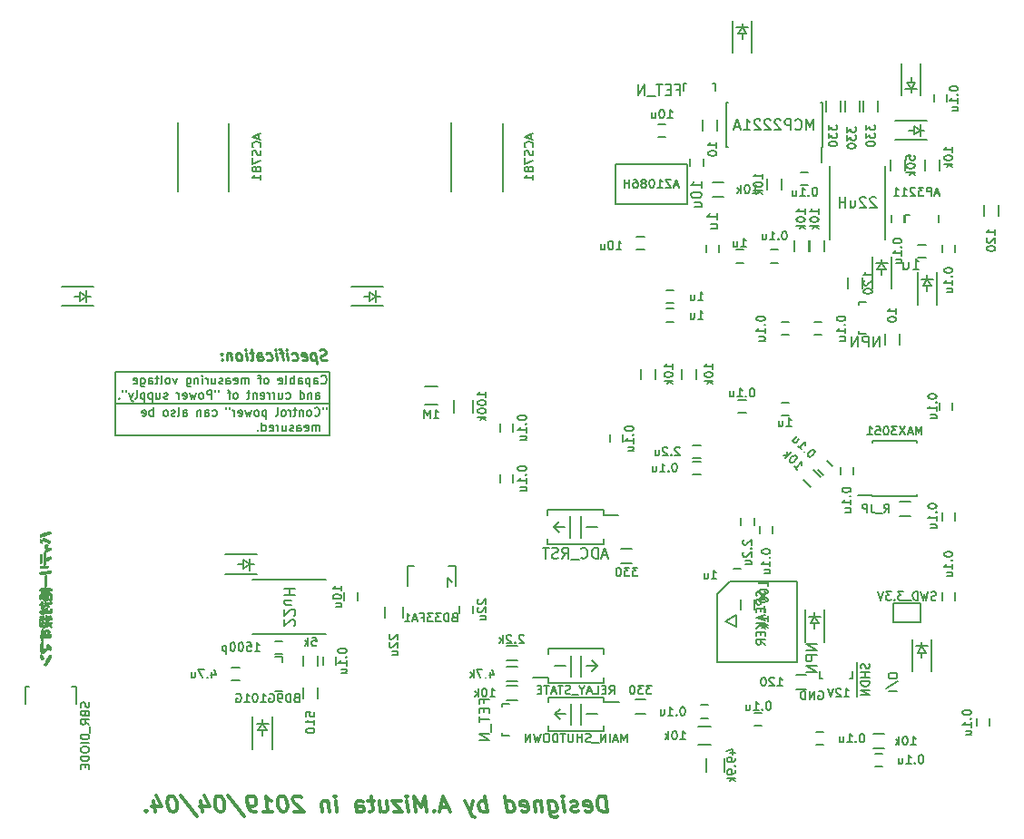
<source format=gbr>
G04 #@! TF.GenerationSoftware,KiCad,Pcbnew,(5.0.2)-1*
G04 #@! TF.CreationDate,2019-04-09T19:25:48+09:00*
G04 #@! TF.ProjectId,Electrocity_Manager,456c6563-7472-46f6-9369-74795f4d616e,rev?*
G04 #@! TF.SameCoordinates,Original*
G04 #@! TF.FileFunction,Legend,Bot*
G04 #@! TF.FilePolarity,Positive*
%FSLAX46Y46*%
G04 Gerber Fmt 4.6, Leading zero omitted, Abs format (unit mm)*
G04 Created by KiCad (PCBNEW (5.0.2)-1) date 2019/04/09 19:25:48*
%MOMM*%
%LPD*%
G01*
G04 APERTURE LIST*
%ADD10C,0.200000*%
%ADD11C,0.250000*%
%ADD12C,0.300000*%
%ADD13C,0.150000*%
%ADD14C,0.010000*%
G04 APERTURE END LIST*
D10*
X65000000Y-139250000D02*
X65500000Y-139250000D01*
X65000000Y-136250000D02*
X65000000Y-139250000D01*
X65000000Y-133250000D02*
X65500000Y-133250000D01*
X65000000Y-136250000D02*
X65000000Y-133250000D01*
X65500000Y-136250000D02*
X65000000Y-136250000D01*
X66250000Y-139250000D02*
X65500000Y-139250000D01*
X75000000Y-139250000D02*
X66250000Y-139250000D01*
X83000000Y-139250000D02*
X75000000Y-139250000D01*
X85000000Y-139250000D02*
X83000000Y-139250000D01*
X85000000Y-136250000D02*
X85000000Y-139250000D01*
X76750000Y-136250000D02*
X65500000Y-136250000D01*
X85000000Y-136250000D02*
X76750000Y-136250000D01*
X85000000Y-133250000D02*
X85000000Y-136250000D01*
X79750000Y-133250000D02*
X65500000Y-133250000D01*
X85000000Y-133250000D02*
X79750000Y-133250000D01*
X84717619Y-136611904D02*
X84717619Y-136764285D01*
X84412857Y-136611904D02*
X84412857Y-136764285D01*
X83612857Y-137335714D02*
X83650952Y-137373809D01*
X83765238Y-137411904D01*
X83841428Y-137411904D01*
X83955714Y-137373809D01*
X84031904Y-137297619D01*
X84070000Y-137221428D01*
X84108095Y-137069047D01*
X84108095Y-136954761D01*
X84070000Y-136802380D01*
X84031904Y-136726190D01*
X83955714Y-136650000D01*
X83841428Y-136611904D01*
X83765238Y-136611904D01*
X83650952Y-136650000D01*
X83612857Y-136688095D01*
X83155714Y-137411904D02*
X83231904Y-137373809D01*
X83270000Y-137335714D01*
X83308095Y-137259523D01*
X83308095Y-137030952D01*
X83270000Y-136954761D01*
X83231904Y-136916666D01*
X83155714Y-136878571D01*
X83041428Y-136878571D01*
X82965238Y-136916666D01*
X82927142Y-136954761D01*
X82889047Y-137030952D01*
X82889047Y-137259523D01*
X82927142Y-137335714D01*
X82965238Y-137373809D01*
X83041428Y-137411904D01*
X83155714Y-137411904D01*
X82546190Y-136878571D02*
X82546190Y-137411904D01*
X82546190Y-136954761D02*
X82508095Y-136916666D01*
X82431904Y-136878571D01*
X82317619Y-136878571D01*
X82241428Y-136916666D01*
X82203333Y-136992857D01*
X82203333Y-137411904D01*
X81936666Y-136878571D02*
X81631904Y-136878571D01*
X81822380Y-136611904D02*
X81822380Y-137297619D01*
X81784285Y-137373809D01*
X81708095Y-137411904D01*
X81631904Y-137411904D01*
X81365238Y-137411904D02*
X81365238Y-136878571D01*
X81365238Y-137030952D02*
X81327142Y-136954761D01*
X81289047Y-136916666D01*
X81212857Y-136878571D01*
X81136666Y-136878571D01*
X80755714Y-137411904D02*
X80831904Y-137373809D01*
X80870000Y-137335714D01*
X80908095Y-137259523D01*
X80908095Y-137030952D01*
X80870000Y-136954761D01*
X80831904Y-136916666D01*
X80755714Y-136878571D01*
X80641428Y-136878571D01*
X80565238Y-136916666D01*
X80527142Y-136954761D01*
X80489047Y-137030952D01*
X80489047Y-137259523D01*
X80527142Y-137335714D01*
X80565238Y-137373809D01*
X80641428Y-137411904D01*
X80755714Y-137411904D01*
X80031904Y-137411904D02*
X80108095Y-137373809D01*
X80146190Y-137297619D01*
X80146190Y-136611904D01*
X79117619Y-136878571D02*
X79117619Y-137678571D01*
X79117619Y-136916666D02*
X79041428Y-136878571D01*
X78889047Y-136878571D01*
X78812857Y-136916666D01*
X78774761Y-136954761D01*
X78736666Y-137030952D01*
X78736666Y-137259523D01*
X78774761Y-137335714D01*
X78812857Y-137373809D01*
X78889047Y-137411904D01*
X79041428Y-137411904D01*
X79117619Y-137373809D01*
X78279523Y-137411904D02*
X78355714Y-137373809D01*
X78393809Y-137335714D01*
X78431904Y-137259523D01*
X78431904Y-137030952D01*
X78393809Y-136954761D01*
X78355714Y-136916666D01*
X78279523Y-136878571D01*
X78165238Y-136878571D01*
X78089047Y-136916666D01*
X78050952Y-136954761D01*
X78012857Y-137030952D01*
X78012857Y-137259523D01*
X78050952Y-137335714D01*
X78089047Y-137373809D01*
X78165238Y-137411904D01*
X78279523Y-137411904D01*
X77746190Y-136878571D02*
X77593809Y-137411904D01*
X77441428Y-137030952D01*
X77289047Y-137411904D01*
X77136666Y-136878571D01*
X76527142Y-137373809D02*
X76603333Y-137411904D01*
X76755714Y-137411904D01*
X76831904Y-137373809D01*
X76870000Y-137297619D01*
X76870000Y-136992857D01*
X76831904Y-136916666D01*
X76755714Y-136878571D01*
X76603333Y-136878571D01*
X76527142Y-136916666D01*
X76489047Y-136992857D01*
X76489047Y-137069047D01*
X76870000Y-137145238D01*
X76146190Y-137411904D02*
X76146190Y-136878571D01*
X76146190Y-137030952D02*
X76108095Y-136954761D01*
X76070000Y-136916666D01*
X75993809Y-136878571D01*
X75917619Y-136878571D01*
X75689047Y-136611904D02*
X75689047Y-136764285D01*
X75384285Y-136611904D02*
X75384285Y-136764285D01*
X74089047Y-137373809D02*
X74165238Y-137411904D01*
X74317619Y-137411904D01*
X74393809Y-137373809D01*
X74431904Y-137335714D01*
X74470000Y-137259523D01*
X74470000Y-137030952D01*
X74431904Y-136954761D01*
X74393809Y-136916666D01*
X74317619Y-136878571D01*
X74165238Y-136878571D01*
X74089047Y-136916666D01*
X73403333Y-137411904D02*
X73403333Y-136992857D01*
X73441428Y-136916666D01*
X73517619Y-136878571D01*
X73670000Y-136878571D01*
X73746190Y-136916666D01*
X73403333Y-137373809D02*
X73479523Y-137411904D01*
X73670000Y-137411904D01*
X73746190Y-137373809D01*
X73784285Y-137297619D01*
X73784285Y-137221428D01*
X73746190Y-137145238D01*
X73670000Y-137107142D01*
X73479523Y-137107142D01*
X73403333Y-137069047D01*
X73022380Y-136878571D02*
X73022380Y-137411904D01*
X73022380Y-136954761D02*
X72984285Y-136916666D01*
X72908095Y-136878571D01*
X72793809Y-136878571D01*
X72717619Y-136916666D01*
X72679523Y-136992857D01*
X72679523Y-137411904D01*
X71346190Y-137411904D02*
X71346190Y-136992857D01*
X71384285Y-136916666D01*
X71460476Y-136878571D01*
X71612857Y-136878571D01*
X71689047Y-136916666D01*
X71346190Y-137373809D02*
X71422380Y-137411904D01*
X71612857Y-137411904D01*
X71689047Y-137373809D01*
X71727142Y-137297619D01*
X71727142Y-137221428D01*
X71689047Y-137145238D01*
X71612857Y-137107142D01*
X71422380Y-137107142D01*
X71346190Y-137069047D01*
X70850952Y-137411904D02*
X70927142Y-137373809D01*
X70965238Y-137297619D01*
X70965238Y-136611904D01*
X70584285Y-137373809D02*
X70508095Y-137411904D01*
X70355714Y-137411904D01*
X70279523Y-137373809D01*
X70241428Y-137297619D01*
X70241428Y-137259523D01*
X70279523Y-137183333D01*
X70355714Y-137145238D01*
X70470000Y-137145238D01*
X70546190Y-137107142D01*
X70584285Y-137030952D01*
X70584285Y-136992857D01*
X70546190Y-136916666D01*
X70470000Y-136878571D01*
X70355714Y-136878571D01*
X70279523Y-136916666D01*
X69784285Y-137411904D02*
X69860476Y-137373809D01*
X69898571Y-137335714D01*
X69936666Y-137259523D01*
X69936666Y-137030952D01*
X69898571Y-136954761D01*
X69860476Y-136916666D01*
X69784285Y-136878571D01*
X69670000Y-136878571D01*
X69593809Y-136916666D01*
X69555714Y-136954761D01*
X69517619Y-137030952D01*
X69517619Y-137259523D01*
X69555714Y-137335714D01*
X69593809Y-137373809D01*
X69670000Y-137411904D01*
X69784285Y-137411904D01*
X68565238Y-137411904D02*
X68565238Y-136611904D01*
X68565238Y-136916666D02*
X68489047Y-136878571D01*
X68336666Y-136878571D01*
X68260476Y-136916666D01*
X68222380Y-136954761D01*
X68184285Y-137030952D01*
X68184285Y-137259523D01*
X68222380Y-137335714D01*
X68260476Y-137373809D01*
X68336666Y-137411904D01*
X68489047Y-137411904D01*
X68565238Y-137373809D01*
X67536666Y-137373809D02*
X67612857Y-137411904D01*
X67765238Y-137411904D01*
X67841428Y-137373809D01*
X67879523Y-137297619D01*
X67879523Y-136992857D01*
X67841428Y-136916666D01*
X67765238Y-136878571D01*
X67612857Y-136878571D01*
X67536666Y-136916666D01*
X67498571Y-136992857D01*
X67498571Y-137069047D01*
X67879523Y-137145238D01*
X84070000Y-138811904D02*
X84070000Y-138278571D01*
X84070000Y-138354761D02*
X84031904Y-138316666D01*
X83955714Y-138278571D01*
X83841428Y-138278571D01*
X83765238Y-138316666D01*
X83727142Y-138392857D01*
X83727142Y-138811904D01*
X83727142Y-138392857D02*
X83689047Y-138316666D01*
X83612857Y-138278571D01*
X83498571Y-138278571D01*
X83422380Y-138316666D01*
X83384285Y-138392857D01*
X83384285Y-138811904D01*
X82698571Y-138773809D02*
X82774761Y-138811904D01*
X82927142Y-138811904D01*
X83003333Y-138773809D01*
X83041428Y-138697619D01*
X83041428Y-138392857D01*
X83003333Y-138316666D01*
X82927142Y-138278571D01*
X82774761Y-138278571D01*
X82698571Y-138316666D01*
X82660476Y-138392857D01*
X82660476Y-138469047D01*
X83041428Y-138545238D01*
X81974761Y-138811904D02*
X81974761Y-138392857D01*
X82012857Y-138316666D01*
X82089047Y-138278571D01*
X82241428Y-138278571D01*
X82317619Y-138316666D01*
X81974761Y-138773809D02*
X82050952Y-138811904D01*
X82241428Y-138811904D01*
X82317619Y-138773809D01*
X82355714Y-138697619D01*
X82355714Y-138621428D01*
X82317619Y-138545238D01*
X82241428Y-138507142D01*
X82050952Y-138507142D01*
X81974761Y-138469047D01*
X81631904Y-138773809D02*
X81555714Y-138811904D01*
X81403333Y-138811904D01*
X81327142Y-138773809D01*
X81289047Y-138697619D01*
X81289047Y-138659523D01*
X81327142Y-138583333D01*
X81403333Y-138545238D01*
X81517619Y-138545238D01*
X81593809Y-138507142D01*
X81631904Y-138430952D01*
X81631904Y-138392857D01*
X81593809Y-138316666D01*
X81517619Y-138278571D01*
X81403333Y-138278571D01*
X81327142Y-138316666D01*
X80603333Y-138278571D02*
X80603333Y-138811904D01*
X80946190Y-138278571D02*
X80946190Y-138697619D01*
X80908095Y-138773809D01*
X80831904Y-138811904D01*
X80717619Y-138811904D01*
X80641428Y-138773809D01*
X80603333Y-138735714D01*
X80222380Y-138811904D02*
X80222380Y-138278571D01*
X80222380Y-138430952D02*
X80184285Y-138354761D01*
X80146190Y-138316666D01*
X80070000Y-138278571D01*
X79993809Y-138278571D01*
X79422380Y-138773809D02*
X79498571Y-138811904D01*
X79650952Y-138811904D01*
X79727142Y-138773809D01*
X79765238Y-138697619D01*
X79765238Y-138392857D01*
X79727142Y-138316666D01*
X79650952Y-138278571D01*
X79498571Y-138278571D01*
X79422380Y-138316666D01*
X79384285Y-138392857D01*
X79384285Y-138469047D01*
X79765238Y-138545238D01*
X78698571Y-138811904D02*
X78698571Y-138011904D01*
X78698571Y-138773809D02*
X78774761Y-138811904D01*
X78927142Y-138811904D01*
X79003333Y-138773809D01*
X79041428Y-138735714D01*
X79079523Y-138659523D01*
X79079523Y-138430952D01*
X79041428Y-138354761D01*
X79003333Y-138316666D01*
X78927142Y-138278571D01*
X78774761Y-138278571D01*
X78698571Y-138316666D01*
X78317619Y-138735714D02*
X78279523Y-138773809D01*
X78317619Y-138811904D01*
X78355714Y-138773809D01*
X78317619Y-138735714D01*
X78317619Y-138811904D01*
X84222380Y-134335714D02*
X84260476Y-134373809D01*
X84374761Y-134411904D01*
X84450952Y-134411904D01*
X84565238Y-134373809D01*
X84641428Y-134297619D01*
X84679523Y-134221428D01*
X84717619Y-134069047D01*
X84717619Y-133954761D01*
X84679523Y-133802380D01*
X84641428Y-133726190D01*
X84565238Y-133650000D01*
X84450952Y-133611904D01*
X84374761Y-133611904D01*
X84260476Y-133650000D01*
X84222380Y-133688095D01*
X83536666Y-134411904D02*
X83536666Y-133992857D01*
X83574761Y-133916666D01*
X83650952Y-133878571D01*
X83803333Y-133878571D01*
X83879523Y-133916666D01*
X83536666Y-134373809D02*
X83612857Y-134411904D01*
X83803333Y-134411904D01*
X83879523Y-134373809D01*
X83917619Y-134297619D01*
X83917619Y-134221428D01*
X83879523Y-134145238D01*
X83803333Y-134107142D01*
X83612857Y-134107142D01*
X83536666Y-134069047D01*
X83155714Y-133878571D02*
X83155714Y-134678571D01*
X83155714Y-133916666D02*
X83079523Y-133878571D01*
X82927142Y-133878571D01*
X82850952Y-133916666D01*
X82812857Y-133954761D01*
X82774761Y-134030952D01*
X82774761Y-134259523D01*
X82812857Y-134335714D01*
X82850952Y-134373809D01*
X82927142Y-134411904D01*
X83079523Y-134411904D01*
X83155714Y-134373809D01*
X82089047Y-134411904D02*
X82089047Y-133992857D01*
X82127142Y-133916666D01*
X82203333Y-133878571D01*
X82355714Y-133878571D01*
X82431904Y-133916666D01*
X82089047Y-134373809D02*
X82165238Y-134411904D01*
X82355714Y-134411904D01*
X82431904Y-134373809D01*
X82470000Y-134297619D01*
X82470000Y-134221428D01*
X82431904Y-134145238D01*
X82355714Y-134107142D01*
X82165238Y-134107142D01*
X82089047Y-134069047D01*
X81708095Y-134411904D02*
X81708095Y-133611904D01*
X81708095Y-133916666D02*
X81631904Y-133878571D01*
X81479523Y-133878571D01*
X81403333Y-133916666D01*
X81365238Y-133954761D01*
X81327142Y-134030952D01*
X81327142Y-134259523D01*
X81365238Y-134335714D01*
X81403333Y-134373809D01*
X81479523Y-134411904D01*
X81631904Y-134411904D01*
X81708095Y-134373809D01*
X80870000Y-134411904D02*
X80946190Y-134373809D01*
X80984285Y-134297619D01*
X80984285Y-133611904D01*
X80260476Y-134373809D02*
X80336666Y-134411904D01*
X80489047Y-134411904D01*
X80565238Y-134373809D01*
X80603333Y-134297619D01*
X80603333Y-133992857D01*
X80565238Y-133916666D01*
X80489047Y-133878571D01*
X80336666Y-133878571D01*
X80260476Y-133916666D01*
X80222380Y-133992857D01*
X80222380Y-134069047D01*
X80603333Y-134145238D01*
X79155714Y-134411904D02*
X79231904Y-134373809D01*
X79270000Y-134335714D01*
X79308095Y-134259523D01*
X79308095Y-134030952D01*
X79270000Y-133954761D01*
X79231904Y-133916666D01*
X79155714Y-133878571D01*
X79041428Y-133878571D01*
X78965238Y-133916666D01*
X78927142Y-133954761D01*
X78889047Y-134030952D01*
X78889047Y-134259523D01*
X78927142Y-134335714D01*
X78965238Y-134373809D01*
X79041428Y-134411904D01*
X79155714Y-134411904D01*
X78660476Y-133878571D02*
X78355714Y-133878571D01*
X78546190Y-134411904D02*
X78546190Y-133726190D01*
X78508095Y-133650000D01*
X78431904Y-133611904D01*
X78355714Y-133611904D01*
X77479523Y-134411904D02*
X77479523Y-133878571D01*
X77479523Y-133954761D02*
X77441428Y-133916666D01*
X77365238Y-133878571D01*
X77250952Y-133878571D01*
X77174761Y-133916666D01*
X77136666Y-133992857D01*
X77136666Y-134411904D01*
X77136666Y-133992857D02*
X77098571Y-133916666D01*
X77022380Y-133878571D01*
X76908095Y-133878571D01*
X76831904Y-133916666D01*
X76793809Y-133992857D01*
X76793809Y-134411904D01*
X76108095Y-134373809D02*
X76184285Y-134411904D01*
X76336666Y-134411904D01*
X76412857Y-134373809D01*
X76450952Y-134297619D01*
X76450952Y-133992857D01*
X76412857Y-133916666D01*
X76336666Y-133878571D01*
X76184285Y-133878571D01*
X76108095Y-133916666D01*
X76070000Y-133992857D01*
X76070000Y-134069047D01*
X76450952Y-134145238D01*
X75384285Y-134411904D02*
X75384285Y-133992857D01*
X75422380Y-133916666D01*
X75498571Y-133878571D01*
X75650952Y-133878571D01*
X75727142Y-133916666D01*
X75384285Y-134373809D02*
X75460476Y-134411904D01*
X75650952Y-134411904D01*
X75727142Y-134373809D01*
X75765238Y-134297619D01*
X75765238Y-134221428D01*
X75727142Y-134145238D01*
X75650952Y-134107142D01*
X75460476Y-134107142D01*
X75384285Y-134069047D01*
X75041428Y-134373809D02*
X74965238Y-134411904D01*
X74812857Y-134411904D01*
X74736666Y-134373809D01*
X74698571Y-134297619D01*
X74698571Y-134259523D01*
X74736666Y-134183333D01*
X74812857Y-134145238D01*
X74927142Y-134145238D01*
X75003333Y-134107142D01*
X75041428Y-134030952D01*
X75041428Y-133992857D01*
X75003333Y-133916666D01*
X74927142Y-133878571D01*
X74812857Y-133878571D01*
X74736666Y-133916666D01*
X74012857Y-133878571D02*
X74012857Y-134411904D01*
X74355714Y-133878571D02*
X74355714Y-134297619D01*
X74317619Y-134373809D01*
X74241428Y-134411904D01*
X74127142Y-134411904D01*
X74050952Y-134373809D01*
X74012857Y-134335714D01*
X73631904Y-134411904D02*
X73631904Y-133878571D01*
X73631904Y-134030952D02*
X73593809Y-133954761D01*
X73555714Y-133916666D01*
X73479523Y-133878571D01*
X73403333Y-133878571D01*
X73136666Y-134411904D02*
X73136666Y-133878571D01*
X73136666Y-133611904D02*
X73174761Y-133650000D01*
X73136666Y-133688095D01*
X73098571Y-133650000D01*
X73136666Y-133611904D01*
X73136666Y-133688095D01*
X72755714Y-133878571D02*
X72755714Y-134411904D01*
X72755714Y-133954761D02*
X72717619Y-133916666D01*
X72641428Y-133878571D01*
X72527142Y-133878571D01*
X72450952Y-133916666D01*
X72412857Y-133992857D01*
X72412857Y-134411904D01*
X71689047Y-133878571D02*
X71689047Y-134526190D01*
X71727142Y-134602380D01*
X71765238Y-134640476D01*
X71841428Y-134678571D01*
X71955714Y-134678571D01*
X72031904Y-134640476D01*
X71689047Y-134373809D02*
X71765238Y-134411904D01*
X71917619Y-134411904D01*
X71993809Y-134373809D01*
X72031904Y-134335714D01*
X72070000Y-134259523D01*
X72070000Y-134030952D01*
X72031904Y-133954761D01*
X71993809Y-133916666D01*
X71917619Y-133878571D01*
X71765238Y-133878571D01*
X71689047Y-133916666D01*
X70774761Y-133878571D02*
X70584285Y-134411904D01*
X70393809Y-133878571D01*
X69974761Y-134411904D02*
X70050952Y-134373809D01*
X70089047Y-134335714D01*
X70127142Y-134259523D01*
X70127142Y-134030952D01*
X70089047Y-133954761D01*
X70050952Y-133916666D01*
X69974761Y-133878571D01*
X69860476Y-133878571D01*
X69784285Y-133916666D01*
X69746190Y-133954761D01*
X69708095Y-134030952D01*
X69708095Y-134259523D01*
X69746190Y-134335714D01*
X69784285Y-134373809D01*
X69860476Y-134411904D01*
X69974761Y-134411904D01*
X69250952Y-134411904D02*
X69327142Y-134373809D01*
X69365238Y-134297619D01*
X69365238Y-133611904D01*
X69060476Y-133878571D02*
X68755714Y-133878571D01*
X68946190Y-133611904D02*
X68946190Y-134297619D01*
X68908095Y-134373809D01*
X68831904Y-134411904D01*
X68755714Y-134411904D01*
X68146190Y-134411904D02*
X68146190Y-133992857D01*
X68184285Y-133916666D01*
X68260476Y-133878571D01*
X68412857Y-133878571D01*
X68489047Y-133916666D01*
X68146190Y-134373809D02*
X68222380Y-134411904D01*
X68412857Y-134411904D01*
X68489047Y-134373809D01*
X68527142Y-134297619D01*
X68527142Y-134221428D01*
X68489047Y-134145238D01*
X68412857Y-134107142D01*
X68222380Y-134107142D01*
X68146190Y-134069047D01*
X67422380Y-133878571D02*
X67422380Y-134526190D01*
X67460476Y-134602380D01*
X67498571Y-134640476D01*
X67574761Y-134678571D01*
X67689047Y-134678571D01*
X67765238Y-134640476D01*
X67422380Y-134373809D02*
X67498571Y-134411904D01*
X67650952Y-134411904D01*
X67727142Y-134373809D01*
X67765238Y-134335714D01*
X67803333Y-134259523D01*
X67803333Y-134030952D01*
X67765238Y-133954761D01*
X67727142Y-133916666D01*
X67650952Y-133878571D01*
X67498571Y-133878571D01*
X67422380Y-133916666D01*
X66736666Y-134373809D02*
X66812857Y-134411904D01*
X66965238Y-134411904D01*
X67041428Y-134373809D01*
X67079523Y-134297619D01*
X67079523Y-133992857D01*
X67041428Y-133916666D01*
X66965238Y-133878571D01*
X66812857Y-133878571D01*
X66736666Y-133916666D01*
X66698571Y-133992857D01*
X66698571Y-134069047D01*
X67079523Y-134145238D01*
X83727142Y-135811904D02*
X83727142Y-135392857D01*
X83765238Y-135316666D01*
X83841428Y-135278571D01*
X83993809Y-135278571D01*
X84070000Y-135316666D01*
X83727142Y-135773809D02*
X83803333Y-135811904D01*
X83993809Y-135811904D01*
X84070000Y-135773809D01*
X84108095Y-135697619D01*
X84108095Y-135621428D01*
X84070000Y-135545238D01*
X83993809Y-135507142D01*
X83803333Y-135507142D01*
X83727142Y-135469047D01*
X83346190Y-135278571D02*
X83346190Y-135811904D01*
X83346190Y-135354761D02*
X83308095Y-135316666D01*
X83231904Y-135278571D01*
X83117619Y-135278571D01*
X83041428Y-135316666D01*
X83003333Y-135392857D01*
X83003333Y-135811904D01*
X82279523Y-135811904D02*
X82279523Y-135011904D01*
X82279523Y-135773809D02*
X82355714Y-135811904D01*
X82508095Y-135811904D01*
X82584285Y-135773809D01*
X82622380Y-135735714D01*
X82660476Y-135659523D01*
X82660476Y-135430952D01*
X82622380Y-135354761D01*
X82584285Y-135316666D01*
X82508095Y-135278571D01*
X82355714Y-135278571D01*
X82279523Y-135316666D01*
X80946190Y-135773809D02*
X81022380Y-135811904D01*
X81174761Y-135811904D01*
X81250952Y-135773809D01*
X81289047Y-135735714D01*
X81327142Y-135659523D01*
X81327142Y-135430952D01*
X81289047Y-135354761D01*
X81250952Y-135316666D01*
X81174761Y-135278571D01*
X81022380Y-135278571D01*
X80946190Y-135316666D01*
X80260476Y-135278571D02*
X80260476Y-135811904D01*
X80603333Y-135278571D02*
X80603333Y-135697619D01*
X80565238Y-135773809D01*
X80489047Y-135811904D01*
X80374761Y-135811904D01*
X80298571Y-135773809D01*
X80260476Y-135735714D01*
X79879523Y-135811904D02*
X79879523Y-135278571D01*
X79879523Y-135430952D02*
X79841428Y-135354761D01*
X79803333Y-135316666D01*
X79727142Y-135278571D01*
X79650952Y-135278571D01*
X79384285Y-135811904D02*
X79384285Y-135278571D01*
X79384285Y-135430952D02*
X79346190Y-135354761D01*
X79308095Y-135316666D01*
X79231904Y-135278571D01*
X79155714Y-135278571D01*
X78584285Y-135773809D02*
X78660476Y-135811904D01*
X78812857Y-135811904D01*
X78889047Y-135773809D01*
X78927142Y-135697619D01*
X78927142Y-135392857D01*
X78889047Y-135316666D01*
X78812857Y-135278571D01*
X78660476Y-135278571D01*
X78584285Y-135316666D01*
X78546190Y-135392857D01*
X78546190Y-135469047D01*
X78927142Y-135545238D01*
X78203333Y-135278571D02*
X78203333Y-135811904D01*
X78203333Y-135354761D02*
X78165238Y-135316666D01*
X78089047Y-135278571D01*
X77974761Y-135278571D01*
X77898571Y-135316666D01*
X77860476Y-135392857D01*
X77860476Y-135811904D01*
X77593809Y-135278571D02*
X77289047Y-135278571D01*
X77479523Y-135011904D02*
X77479523Y-135697619D01*
X77441428Y-135773809D01*
X77365238Y-135811904D01*
X77289047Y-135811904D01*
X76298571Y-135811904D02*
X76374761Y-135773809D01*
X76412857Y-135735714D01*
X76450952Y-135659523D01*
X76450952Y-135430952D01*
X76412857Y-135354761D01*
X76374761Y-135316666D01*
X76298571Y-135278571D01*
X76184285Y-135278571D01*
X76108095Y-135316666D01*
X76070000Y-135354761D01*
X76031904Y-135430952D01*
X76031904Y-135659523D01*
X76070000Y-135735714D01*
X76108095Y-135773809D01*
X76184285Y-135811904D01*
X76298571Y-135811904D01*
X75803333Y-135278571D02*
X75498571Y-135278571D01*
X75689047Y-135811904D02*
X75689047Y-135126190D01*
X75650952Y-135050000D01*
X75574761Y-135011904D01*
X75498571Y-135011904D01*
X74660476Y-135011904D02*
X74660476Y-135164285D01*
X74355714Y-135011904D02*
X74355714Y-135164285D01*
X74012857Y-135811904D02*
X74012857Y-135011904D01*
X73708095Y-135011904D01*
X73631904Y-135050000D01*
X73593809Y-135088095D01*
X73555714Y-135164285D01*
X73555714Y-135278571D01*
X73593809Y-135354761D01*
X73631904Y-135392857D01*
X73708095Y-135430952D01*
X74012857Y-135430952D01*
X73098571Y-135811904D02*
X73174761Y-135773809D01*
X73212857Y-135735714D01*
X73250952Y-135659523D01*
X73250952Y-135430952D01*
X73212857Y-135354761D01*
X73174761Y-135316666D01*
X73098571Y-135278571D01*
X72984285Y-135278571D01*
X72908095Y-135316666D01*
X72870000Y-135354761D01*
X72831904Y-135430952D01*
X72831904Y-135659523D01*
X72870000Y-135735714D01*
X72908095Y-135773809D01*
X72984285Y-135811904D01*
X73098571Y-135811904D01*
X72565238Y-135278571D02*
X72412857Y-135811904D01*
X72260476Y-135430952D01*
X72108095Y-135811904D01*
X71955714Y-135278571D01*
X71346190Y-135773809D02*
X71422380Y-135811904D01*
X71574761Y-135811904D01*
X71650952Y-135773809D01*
X71689047Y-135697619D01*
X71689047Y-135392857D01*
X71650952Y-135316666D01*
X71574761Y-135278571D01*
X71422380Y-135278571D01*
X71346190Y-135316666D01*
X71308095Y-135392857D01*
X71308095Y-135469047D01*
X71689047Y-135545238D01*
X70965238Y-135811904D02*
X70965238Y-135278571D01*
X70965238Y-135430952D02*
X70927142Y-135354761D01*
X70889047Y-135316666D01*
X70812857Y-135278571D01*
X70736666Y-135278571D01*
X69898571Y-135773809D02*
X69822380Y-135811904D01*
X69670000Y-135811904D01*
X69593809Y-135773809D01*
X69555714Y-135697619D01*
X69555714Y-135659523D01*
X69593809Y-135583333D01*
X69670000Y-135545238D01*
X69784285Y-135545238D01*
X69860476Y-135507142D01*
X69898571Y-135430952D01*
X69898571Y-135392857D01*
X69860476Y-135316666D01*
X69784285Y-135278571D01*
X69670000Y-135278571D01*
X69593809Y-135316666D01*
X68870000Y-135278571D02*
X68870000Y-135811904D01*
X69212857Y-135278571D02*
X69212857Y-135697619D01*
X69174761Y-135773809D01*
X69098571Y-135811904D01*
X68984285Y-135811904D01*
X68908095Y-135773809D01*
X68870000Y-135735714D01*
X68489047Y-135278571D02*
X68489047Y-136078571D01*
X68489047Y-135316666D02*
X68412857Y-135278571D01*
X68260476Y-135278571D01*
X68184285Y-135316666D01*
X68146190Y-135354761D01*
X68108095Y-135430952D01*
X68108095Y-135659523D01*
X68146190Y-135735714D01*
X68184285Y-135773809D01*
X68260476Y-135811904D01*
X68412857Y-135811904D01*
X68489047Y-135773809D01*
X67765238Y-135278571D02*
X67765238Y-136078571D01*
X67765238Y-135316666D02*
X67689047Y-135278571D01*
X67536666Y-135278571D01*
X67460476Y-135316666D01*
X67422380Y-135354761D01*
X67384285Y-135430952D01*
X67384285Y-135659523D01*
X67422380Y-135735714D01*
X67460476Y-135773809D01*
X67536666Y-135811904D01*
X67689047Y-135811904D01*
X67765238Y-135773809D01*
X66927142Y-135811904D02*
X67003333Y-135773809D01*
X67041428Y-135697619D01*
X67041428Y-135011904D01*
X66698571Y-135278571D02*
X66508095Y-135811904D01*
X66317619Y-135278571D02*
X66508095Y-135811904D01*
X66584285Y-136002380D01*
X66622380Y-136040476D01*
X66698571Y-136078571D01*
X66050952Y-135011904D02*
X66050952Y-135164285D01*
X65746190Y-135011904D02*
X65746190Y-135164285D01*
X65403333Y-135735714D02*
X65365238Y-135773809D01*
X65403333Y-135811904D01*
X65441428Y-135773809D01*
X65403333Y-135735714D01*
X65403333Y-135811904D01*
D11*
X84756919Y-132154761D02*
X84620014Y-132202380D01*
X84381919Y-132202380D01*
X84280729Y-132154761D01*
X84227157Y-132107142D01*
X84167633Y-132011904D01*
X84155729Y-131916666D01*
X84191443Y-131821428D01*
X84233110Y-131773809D01*
X84322395Y-131726190D01*
X84506919Y-131678571D01*
X84596205Y-131630952D01*
X84637872Y-131583333D01*
X84673586Y-131488095D01*
X84661681Y-131392857D01*
X84602157Y-131297619D01*
X84548586Y-131250000D01*
X84447395Y-131202380D01*
X84209300Y-131202380D01*
X84072395Y-131250000D01*
X83679538Y-131535714D02*
X83804538Y-132535714D01*
X83685491Y-131583333D02*
X83584300Y-131535714D01*
X83393824Y-131535714D01*
X83304538Y-131583333D01*
X83262872Y-131630952D01*
X83227157Y-131726190D01*
X83262872Y-132011904D01*
X83322395Y-132107142D01*
X83375967Y-132154761D01*
X83477157Y-132202380D01*
X83667633Y-132202380D01*
X83756919Y-132154761D01*
X82471205Y-132154761D02*
X82572395Y-132202380D01*
X82762872Y-132202380D01*
X82852157Y-132154761D01*
X82887872Y-132059523D01*
X82840252Y-131678571D01*
X82780729Y-131583333D01*
X82679538Y-131535714D01*
X82489062Y-131535714D01*
X82399776Y-131583333D01*
X82364062Y-131678571D01*
X82375967Y-131773809D01*
X82864062Y-131869047D01*
X81566443Y-132154761D02*
X81667633Y-132202380D01*
X81858110Y-132202380D01*
X81947395Y-132154761D01*
X81989062Y-132107142D01*
X82024776Y-132011904D01*
X81989062Y-131726190D01*
X81929538Y-131630952D01*
X81875967Y-131583333D01*
X81774776Y-131535714D01*
X81584300Y-131535714D01*
X81495014Y-131583333D01*
X81143824Y-132202380D02*
X81060491Y-131535714D01*
X81018824Y-131202380D02*
X81072395Y-131250000D01*
X81030729Y-131297619D01*
X80977157Y-131250000D01*
X81018824Y-131202380D01*
X81030729Y-131297619D01*
X80727157Y-131535714D02*
X80346205Y-131535714D01*
X80667633Y-132202380D02*
X80560491Y-131345238D01*
X80500967Y-131250000D01*
X80399776Y-131202380D01*
X80304538Y-131202380D01*
X80096205Y-132202380D02*
X80012872Y-131535714D01*
X79971205Y-131202380D02*
X80024776Y-131250000D01*
X79983110Y-131297619D01*
X79929538Y-131250000D01*
X79971205Y-131202380D01*
X79983110Y-131297619D01*
X79185491Y-132154761D02*
X79286681Y-132202380D01*
X79477157Y-132202380D01*
X79566443Y-132154761D01*
X79608110Y-132107142D01*
X79643824Y-132011904D01*
X79608110Y-131726190D01*
X79548586Y-131630952D01*
X79495014Y-131583333D01*
X79393824Y-131535714D01*
X79203348Y-131535714D01*
X79114062Y-131583333D01*
X78334300Y-132202380D02*
X78268824Y-131678571D01*
X78304538Y-131583333D01*
X78393824Y-131535714D01*
X78584300Y-131535714D01*
X78685491Y-131583333D01*
X78328348Y-132154761D02*
X78429538Y-132202380D01*
X78667633Y-132202380D01*
X78756919Y-132154761D01*
X78792633Y-132059523D01*
X78780729Y-131964285D01*
X78721205Y-131869047D01*
X78620014Y-131821428D01*
X78381919Y-131821428D01*
X78280729Y-131773809D01*
X77917633Y-131535714D02*
X77536681Y-131535714D01*
X77733110Y-131202380D02*
X77840252Y-132059523D01*
X77804538Y-132154761D01*
X77715252Y-132202380D01*
X77620014Y-132202380D01*
X77286681Y-132202380D02*
X77203348Y-131535714D01*
X77161681Y-131202380D02*
X77215252Y-131250000D01*
X77173586Y-131297619D01*
X77120014Y-131250000D01*
X77161681Y-131202380D01*
X77173586Y-131297619D01*
X76667633Y-132202380D02*
X76756919Y-132154761D01*
X76798586Y-132107142D01*
X76834300Y-132011904D01*
X76798586Y-131726190D01*
X76739062Y-131630952D01*
X76685491Y-131583333D01*
X76584300Y-131535714D01*
X76441443Y-131535714D01*
X76352157Y-131583333D01*
X76310491Y-131630952D01*
X76274776Y-131726190D01*
X76310491Y-132011904D01*
X76370014Y-132107142D01*
X76423586Y-132154761D01*
X76524776Y-132202380D01*
X76667633Y-132202380D01*
X75822395Y-131535714D02*
X75905729Y-132202380D01*
X75834300Y-131630952D02*
X75780729Y-131583333D01*
X75679538Y-131535714D01*
X75536681Y-131535714D01*
X75447395Y-131583333D01*
X75411681Y-131678571D01*
X75477157Y-132202380D01*
X74989062Y-132107142D02*
X74947395Y-132154761D01*
X75000967Y-132202380D01*
X75042633Y-132154761D01*
X74989062Y-132107142D01*
X75000967Y-132202380D01*
X74923586Y-131583333D02*
X74881919Y-131630952D01*
X74935491Y-131678571D01*
X74977157Y-131630952D01*
X74923586Y-131583333D01*
X74935491Y-131678571D01*
D12*
X110931071Y-174378571D02*
X110743571Y-172878571D01*
X110386428Y-172878571D01*
X110181071Y-172950000D01*
X110056071Y-173092857D01*
X110002500Y-173235714D01*
X109966785Y-173521428D01*
X109993571Y-173735714D01*
X110100714Y-174021428D01*
X110190000Y-174164285D01*
X110350714Y-174307142D01*
X110573928Y-174378571D01*
X110931071Y-174378571D01*
X108850714Y-174307142D02*
X109002500Y-174378571D01*
X109288214Y-174378571D01*
X109422142Y-174307142D01*
X109475714Y-174164285D01*
X109404285Y-173592857D01*
X109315000Y-173450000D01*
X109163214Y-173378571D01*
X108877500Y-173378571D01*
X108743571Y-173450000D01*
X108690000Y-173592857D01*
X108707857Y-173735714D01*
X109440000Y-173878571D01*
X108207857Y-174307142D02*
X108073928Y-174378571D01*
X107788214Y-174378571D01*
X107636428Y-174307142D01*
X107547142Y-174164285D01*
X107538214Y-174092857D01*
X107591785Y-173950000D01*
X107725714Y-173878571D01*
X107940000Y-173878571D01*
X108073928Y-173807142D01*
X108127500Y-173664285D01*
X108118571Y-173592857D01*
X108029285Y-173450000D01*
X107877500Y-173378571D01*
X107663214Y-173378571D01*
X107529285Y-173450000D01*
X106931071Y-174378571D02*
X106806071Y-173378571D01*
X106743571Y-172878571D02*
X106823928Y-172950000D01*
X106761428Y-173021428D01*
X106681071Y-172950000D01*
X106743571Y-172878571D01*
X106761428Y-173021428D01*
X105448928Y-173378571D02*
X105600714Y-174592857D01*
X105690000Y-174735714D01*
X105770357Y-174807142D01*
X105922142Y-174878571D01*
X106136428Y-174878571D01*
X106270357Y-174807142D01*
X105565000Y-174307142D02*
X105716785Y-174378571D01*
X106002499Y-174378571D01*
X106136428Y-174307142D01*
X106198928Y-174235714D01*
X106252500Y-174092857D01*
X106198928Y-173664285D01*
X106109642Y-173521428D01*
X106029285Y-173450000D01*
X105877499Y-173378571D01*
X105591785Y-173378571D01*
X105457857Y-173450000D01*
X104734642Y-173378571D02*
X104859642Y-174378571D01*
X104752500Y-173521428D02*
X104672142Y-173450000D01*
X104520357Y-173378571D01*
X104306071Y-173378571D01*
X104172142Y-173450000D01*
X104118571Y-173592857D01*
X104216785Y-174378571D01*
X102922142Y-174307142D02*
X103073928Y-174378571D01*
X103359642Y-174378571D01*
X103493571Y-174307142D01*
X103547142Y-174164285D01*
X103475714Y-173592857D01*
X103386428Y-173450000D01*
X103234642Y-173378571D01*
X102948928Y-173378571D01*
X102815000Y-173450000D01*
X102761428Y-173592857D01*
X102779285Y-173735714D01*
X103511428Y-173878571D01*
X101573928Y-174378571D02*
X101386428Y-172878571D01*
X101565000Y-174307142D02*
X101716785Y-174378571D01*
X102002499Y-174378571D01*
X102136428Y-174307142D01*
X102198928Y-174235714D01*
X102252500Y-174092857D01*
X102198928Y-173664285D01*
X102109642Y-173521428D01*
X102029285Y-173450000D01*
X101877499Y-173378571D01*
X101591785Y-173378571D01*
X101457857Y-173450000D01*
X99716785Y-174378571D02*
X99529285Y-172878571D01*
X99600714Y-173450000D02*
X99448928Y-173378571D01*
X99163214Y-173378571D01*
X99029285Y-173450000D01*
X98966785Y-173521428D01*
X98913214Y-173664285D01*
X98966785Y-174092857D01*
X99056071Y-174235714D01*
X99136428Y-174307142D01*
X99288214Y-174378571D01*
X99573928Y-174378571D01*
X99707857Y-174307142D01*
X98377500Y-173378571D02*
X98145357Y-174378571D01*
X97663214Y-173378571D02*
X98145357Y-174378571D01*
X98332857Y-174735714D01*
X98413214Y-174807142D01*
X98565000Y-174878571D01*
X96091785Y-173950000D02*
X95377500Y-173950000D01*
X96288214Y-174378571D02*
X95600714Y-172878571D01*
X95288214Y-174378571D01*
X94770357Y-174235714D02*
X94707857Y-174307142D01*
X94788214Y-174378571D01*
X94850714Y-174307142D01*
X94770357Y-174235714D01*
X94788214Y-174378571D01*
X94073928Y-174378571D02*
X93886428Y-172878571D01*
X93520357Y-173950000D01*
X92886428Y-172878571D01*
X93073928Y-174378571D01*
X92359642Y-174378571D02*
X92234642Y-173378571D01*
X92172142Y-172878571D02*
X92252500Y-172950000D01*
X92190000Y-173021428D01*
X92109642Y-172950000D01*
X92172142Y-172878571D01*
X92190000Y-173021428D01*
X91663214Y-173378571D02*
X90877500Y-173378571D01*
X91788214Y-174378571D01*
X91002500Y-174378571D01*
X89663214Y-173378571D02*
X89788214Y-174378571D01*
X90306071Y-173378571D02*
X90404285Y-174164285D01*
X90350714Y-174307142D01*
X90216785Y-174378571D01*
X90002500Y-174378571D01*
X89850714Y-174307142D01*
X89770357Y-174235714D01*
X89163214Y-173378571D02*
X88591785Y-173378571D01*
X88886428Y-172878571D02*
X89047142Y-174164285D01*
X88993571Y-174307142D01*
X88859642Y-174378571D01*
X88716785Y-174378571D01*
X87573928Y-174378571D02*
X87475714Y-173592857D01*
X87529285Y-173450000D01*
X87663214Y-173378571D01*
X87948928Y-173378571D01*
X88100714Y-173450000D01*
X87565000Y-174307142D02*
X87716785Y-174378571D01*
X88073928Y-174378571D01*
X88207857Y-174307142D01*
X88261428Y-174164285D01*
X88243571Y-174021428D01*
X88154285Y-173878571D01*
X88002500Y-173807142D01*
X87645357Y-173807142D01*
X87493571Y-173735714D01*
X85716785Y-174378571D02*
X85591785Y-173378571D01*
X85529285Y-172878571D02*
X85609642Y-172950000D01*
X85547142Y-173021428D01*
X85466785Y-172950000D01*
X85529285Y-172878571D01*
X85547142Y-173021428D01*
X84877500Y-173378571D02*
X85002500Y-174378571D01*
X84895357Y-173521428D02*
X84815000Y-173450000D01*
X84663214Y-173378571D01*
X84448928Y-173378571D01*
X84315000Y-173450000D01*
X84261428Y-173592857D01*
X84359642Y-174378571D01*
X82404285Y-173021428D02*
X82323928Y-172950000D01*
X82172142Y-172878571D01*
X81815000Y-172878571D01*
X81681071Y-172950000D01*
X81618571Y-173021428D01*
X81565000Y-173164285D01*
X81582857Y-173307142D01*
X81681071Y-173521428D01*
X82645357Y-174378571D01*
X81716785Y-174378571D01*
X80600714Y-172878571D02*
X80457857Y-172878571D01*
X80323928Y-172950000D01*
X80261428Y-173021428D01*
X80207857Y-173164285D01*
X80172142Y-173450000D01*
X80216785Y-173807142D01*
X80323928Y-174092857D01*
X80413214Y-174235714D01*
X80493571Y-174307142D01*
X80645357Y-174378571D01*
X80788214Y-174378571D01*
X80922142Y-174307142D01*
X80984642Y-174235714D01*
X81038214Y-174092857D01*
X81073928Y-173807142D01*
X81029285Y-173450000D01*
X80922142Y-173164285D01*
X80832857Y-173021428D01*
X80752500Y-172950000D01*
X80600714Y-172878571D01*
X78859642Y-174378571D02*
X79716785Y-174378571D01*
X79288214Y-174378571D02*
X79100714Y-172878571D01*
X79270357Y-173092857D01*
X79431071Y-173235714D01*
X79582857Y-173307142D01*
X78145357Y-174378571D02*
X77859642Y-174378571D01*
X77707857Y-174307142D01*
X77627500Y-174235714D01*
X77457857Y-174021428D01*
X77350714Y-173735714D01*
X77279285Y-173164285D01*
X77332857Y-173021428D01*
X77395357Y-172950000D01*
X77529285Y-172878571D01*
X77815000Y-172878571D01*
X77966785Y-172950000D01*
X78047142Y-173021428D01*
X78136428Y-173164285D01*
X78181071Y-173521428D01*
X78127500Y-173664285D01*
X78065000Y-173735714D01*
X77931071Y-173807142D01*
X77645357Y-173807142D01*
X77493571Y-173735714D01*
X77413214Y-173664285D01*
X77323928Y-173521428D01*
X75520357Y-172807142D02*
X77047142Y-174735714D01*
X74743571Y-172878571D02*
X74600714Y-172878571D01*
X74466785Y-172950000D01*
X74404285Y-173021428D01*
X74350714Y-173164285D01*
X74315000Y-173450000D01*
X74359642Y-173807142D01*
X74466785Y-174092857D01*
X74556071Y-174235714D01*
X74636428Y-174307142D01*
X74788214Y-174378571D01*
X74931071Y-174378571D01*
X75065000Y-174307142D01*
X75127500Y-174235714D01*
X75181071Y-174092857D01*
X75216785Y-173807142D01*
X75172142Y-173450000D01*
X75065000Y-173164285D01*
X74975714Y-173021428D01*
X74895357Y-172950000D01*
X74743571Y-172878571D01*
X73020357Y-173378571D02*
X73145357Y-174378571D01*
X73306071Y-172807142D02*
X73797142Y-173878571D01*
X72868571Y-173878571D01*
X71091785Y-172807142D02*
X72618571Y-174735714D01*
X70315000Y-172878571D02*
X70172142Y-172878571D01*
X70038214Y-172950000D01*
X69975714Y-173021428D01*
X69922142Y-173164285D01*
X69886428Y-173450000D01*
X69931071Y-173807142D01*
X70038214Y-174092857D01*
X70127500Y-174235714D01*
X70207857Y-174307142D01*
X70359642Y-174378571D01*
X70502500Y-174378571D01*
X70636428Y-174307142D01*
X70698928Y-174235714D01*
X70752500Y-174092857D01*
X70788214Y-173807142D01*
X70743571Y-173450000D01*
X70636428Y-173164285D01*
X70547142Y-173021428D01*
X70466785Y-172950000D01*
X70315000Y-172878571D01*
X68591785Y-173378571D02*
X68716785Y-174378571D01*
X68877500Y-172807142D02*
X69368571Y-173878571D01*
X68440000Y-173878571D01*
X67913214Y-174235714D02*
X67850714Y-174307142D01*
X67931071Y-174378571D01*
X67993571Y-174307142D01*
X67913214Y-174235714D01*
X67931071Y-174378571D01*
D10*
X130609523Y-163100000D02*
X130685714Y-163061904D01*
X130800000Y-163061904D01*
X130914285Y-163100000D01*
X130990476Y-163176190D01*
X131028571Y-163252380D01*
X131066666Y-163404761D01*
X131066666Y-163519047D01*
X131028571Y-163671428D01*
X130990476Y-163747619D01*
X130914285Y-163823809D01*
X130800000Y-163861904D01*
X130723809Y-163861904D01*
X130609523Y-163823809D01*
X130571428Y-163785714D01*
X130571428Y-163519047D01*
X130723809Y-163519047D01*
X130228571Y-163861904D02*
X130228571Y-163061904D01*
X129771428Y-163861904D01*
X129771428Y-163061904D01*
X129390476Y-163861904D02*
X129390476Y-163061904D01*
X129200000Y-163061904D01*
X129085714Y-163100000D01*
X129009523Y-163176190D01*
X128971428Y-163252380D01*
X128933333Y-163404761D01*
X128933333Y-163519047D01*
X128971428Y-163671428D01*
X129009523Y-163747619D01*
X129085714Y-163823809D01*
X129200000Y-163861904D01*
X129390476Y-163861904D01*
X132995238Y-163611904D02*
X133452380Y-163611904D01*
X133223809Y-163611904D02*
X133223809Y-162811904D01*
X133300000Y-162926190D01*
X133376190Y-163002380D01*
X133452380Y-163040476D01*
X132690476Y-162888095D02*
X132652380Y-162850000D01*
X132576190Y-162811904D01*
X132385714Y-162811904D01*
X132309523Y-162850000D01*
X132271428Y-162888095D01*
X132233333Y-162964285D01*
X132233333Y-163040476D01*
X132271428Y-163154761D01*
X132728571Y-163611904D01*
X132233333Y-163611904D01*
X132004761Y-162811904D02*
X131738095Y-163611904D01*
X131471428Y-162811904D01*
X137138095Y-163088095D02*
X137938095Y-163088095D01*
X137976190Y-162135714D02*
X136947619Y-162821428D01*
X137938095Y-161716666D02*
X137938095Y-161564285D01*
X137900000Y-161488095D01*
X137823809Y-161411904D01*
X137671428Y-161373809D01*
X137404761Y-161373809D01*
X137252380Y-161411904D01*
X137176190Y-161488095D01*
X137138095Y-161564285D01*
X137138095Y-161716666D01*
X137176190Y-161792857D01*
X137252380Y-161869047D01*
X137404761Y-161907142D01*
X137671428Y-161907142D01*
X137823809Y-161869047D01*
X137900000Y-161792857D01*
X137938095Y-161716666D01*
X134164000Y-160380952D02*
X134164000Y-161142857D01*
X135323809Y-160533333D02*
X135361904Y-160647619D01*
X135361904Y-160838095D01*
X135323809Y-160914285D01*
X135285714Y-160952380D01*
X135209523Y-160990476D01*
X135133333Y-160990476D01*
X135057142Y-160952380D01*
X135019047Y-160914285D01*
X134980952Y-160838095D01*
X134942857Y-160685714D01*
X134904761Y-160609523D01*
X134866666Y-160571428D01*
X134790476Y-160533333D01*
X134714285Y-160533333D01*
X134638095Y-160571428D01*
X134600000Y-160609523D01*
X134561904Y-160685714D01*
X134561904Y-160876190D01*
X134600000Y-160990476D01*
X134164000Y-161142857D02*
X134164000Y-161980952D01*
X135361904Y-161333333D02*
X134561904Y-161333333D01*
X134942857Y-161333333D02*
X134942857Y-161790476D01*
X135361904Y-161790476D02*
X134561904Y-161790476D01*
X134164000Y-161980952D02*
X134164000Y-162780952D01*
X135361904Y-162171428D02*
X134561904Y-162171428D01*
X134561904Y-162361904D01*
X134600000Y-162476190D01*
X134676190Y-162552380D01*
X134752380Y-162590476D01*
X134904761Y-162628571D01*
X135019047Y-162628571D01*
X135171428Y-162590476D01*
X135247619Y-162552380D01*
X135323809Y-162476190D01*
X135361904Y-162361904D01*
X135361904Y-162171428D01*
X134164000Y-162780952D02*
X134164000Y-163619047D01*
X135361904Y-162971428D02*
X134561904Y-162971428D01*
X135361904Y-163428571D01*
X134561904Y-163428571D01*
D13*
G04 #@! TO.C,C13*
X124600000Y-147600000D02*
X124600000Y-146900000D01*
X123400000Y-146900000D02*
X123400000Y-147600000D01*
G04 #@! TO.C,C4*
X132650000Y-142150000D02*
X132650000Y-142850000D01*
X133850000Y-142850000D02*
X133850000Y-142150000D01*
G04 #@! TO.C,C11*
X119599999Y-140150000D02*
X118900001Y-140150000D01*
X118900001Y-141350000D02*
X119599999Y-141350000D01*
G04 #@! TO.C,L1*
X131700000Y-120950000D02*
X131700000Y-114050000D01*
X136800000Y-120950000D02*
X136800000Y-114050000D01*
G04 #@! TO.C,C19*
X126150000Y-123100000D02*
X126850000Y-123100000D01*
X126850000Y-121900000D02*
X126150000Y-121900000D01*
G04 #@! TO.C,D12*
X140750000Y-125250000D02*
X140750000Y-125750000D01*
X140350000Y-125250000D02*
X140750000Y-124650000D01*
X141150000Y-125250000D02*
X140350000Y-125250000D01*
X140750000Y-124650000D02*
X141150000Y-125250000D01*
X140750000Y-124650000D02*
X140200000Y-124650000D01*
X140750000Y-124650000D02*
X141300000Y-124650000D01*
X140750000Y-124250000D02*
X140750000Y-124650000D01*
X139850000Y-127000000D02*
X139850000Y-124000000D01*
X141650000Y-127000000D02*
X141650000Y-124000000D01*
G04 #@! TO.C,R48*
X119825000Y-109750000D02*
X119825000Y-110750000D01*
X121175000Y-110750000D02*
X121175000Y-109750000D01*
G04 #@! TO.C,C9*
X119600000Y-141650000D02*
X118900000Y-141650000D01*
X118900000Y-142850000D02*
X119600000Y-142850000D01*
G04 #@! TO.C,SP1*
X122350000Y-152850000D02*
X128650000Y-152850000D01*
X128650000Y-152850000D02*
X128650000Y-160350000D01*
X121150000Y-160350000D02*
X128650000Y-160350000D01*
X121150000Y-160350000D02*
X121150000Y-154050000D01*
X122350000Y-152850000D02*
X121150000Y-154050000D01*
X122950000Y-157050000D02*
X121950000Y-156550000D01*
X122950000Y-155950000D02*
X122950000Y-157050000D01*
X121950000Y-156550000D02*
X122950000Y-155950000D01*
G04 #@! TO.C,C27*
X112350000Y-139850000D02*
X112350000Y-139150000D01*
X111150000Y-139150000D02*
X111150000Y-139850000D01*
G04 #@! TO.C,C44*
X120350000Y-164400000D02*
X119650000Y-164400000D01*
X119650000Y-165600000D02*
X120350000Y-165600000D01*
G04 #@! TO.C,Q7*
X118200840Y-106349760D02*
X118249100Y-106349760D01*
X120999820Y-107050800D02*
X120999820Y-106349760D01*
X120999820Y-106349760D02*
X120750900Y-106349760D01*
X118200840Y-106349760D02*
X118000180Y-106349760D01*
X118000180Y-106349760D02*
X118000180Y-107050800D01*
G04 #@! TO.C,R6*
X147425000Y-118750000D02*
X147425000Y-117750000D01*
X146075000Y-117750000D02*
X146075000Y-118750000D01*
G04 #@! TO.C,JP2*
X140155000Y-156639000D02*
X140155000Y-154861000D01*
X137615000Y-154861000D02*
X137615000Y-156639000D01*
X137615000Y-154861000D02*
X140155000Y-154861000D01*
X140155000Y-156639000D02*
X137615000Y-156639000D01*
G04 #@! TO.C,C12*
X131921751Y-142073223D02*
X131426777Y-141578249D01*
X130578249Y-142426777D02*
X131073223Y-142921751D01*
G04 #@! TO.C,C20*
X121350000Y-122100000D02*
X121350000Y-121400000D01*
X120150000Y-121400000D02*
X120150000Y-122100000D01*
G04 #@! TO.C,C23*
X138600000Y-119350000D02*
X138600000Y-118650000D01*
X137400000Y-118650000D02*
X137400000Y-119350000D01*
G04 #@! TO.C,C24*
X118650000Y-113400000D02*
X118650000Y-114100000D01*
X119850000Y-114100000D02*
X119850000Y-113400000D01*
G04 #@! TO.C,C25*
X139900000Y-122600000D02*
X140600000Y-122600000D01*
X140600000Y-121400000D02*
X139900000Y-121400000D01*
G04 #@! TO.C,C26*
X114350000Y-120650000D02*
X113650000Y-120650000D01*
X113650000Y-121850000D02*
X114350000Y-121850000D01*
G04 #@! TO.C,D1*
X141150000Y-161250000D02*
X141150000Y-158250000D01*
X139350000Y-161250000D02*
X139350000Y-158250000D01*
X140250000Y-158500000D02*
X140250000Y-158900000D01*
X140250000Y-158900000D02*
X140800000Y-158900000D01*
X140250000Y-158900000D02*
X139700000Y-158900000D01*
X140250000Y-158900000D02*
X140650000Y-159500000D01*
X140650000Y-159500000D02*
X139850000Y-159500000D01*
X139850000Y-159500000D02*
X140250000Y-158900000D01*
X140250000Y-159500000D02*
X140250000Y-160000000D01*
G04 #@! TO.C,D9*
X130250000Y-156750000D02*
X130250000Y-157250000D01*
X129850000Y-156750000D02*
X130250000Y-156150000D01*
X130650000Y-156750000D02*
X129850000Y-156750000D01*
X130250000Y-156150000D02*
X130650000Y-156750000D01*
X130250000Y-156150000D02*
X129700000Y-156150000D01*
X130250000Y-156150000D02*
X130800000Y-156150000D01*
X130250000Y-155750000D02*
X130250000Y-156150000D01*
X129350000Y-158500000D02*
X129350000Y-155500000D01*
X131150000Y-158500000D02*
X131150000Y-155500000D01*
G04 #@! TO.C,D11*
X137400000Y-125500000D02*
X137400000Y-122500000D01*
X135600000Y-125500000D02*
X135600000Y-122500000D01*
X136500000Y-122750000D02*
X136500000Y-123150000D01*
X136500000Y-123150000D02*
X137050000Y-123150000D01*
X136500000Y-123150000D02*
X135950000Y-123150000D01*
X136500000Y-123150000D02*
X136900000Y-123750000D01*
X136900000Y-123750000D02*
X136100000Y-123750000D01*
X136100000Y-123750000D02*
X136500000Y-123150000D01*
X136500000Y-123750000D02*
X136500000Y-124250000D01*
G04 #@! TO.C,D13*
X137750000Y-111650000D02*
X140750000Y-111650000D01*
X137750000Y-109850000D02*
X140750000Y-109850000D01*
X140500000Y-110750000D02*
X140100000Y-110750000D01*
X140100000Y-110750000D02*
X140100000Y-111300000D01*
X140100000Y-110750000D02*
X140100000Y-110200000D01*
X140100000Y-110750000D02*
X139500000Y-111150000D01*
X139500000Y-111150000D02*
X139500000Y-110350000D01*
X139500000Y-110350000D02*
X140100000Y-110750000D01*
X139500000Y-110750000D02*
X139000000Y-110750000D01*
G04 #@! TO.C,D21*
X78750000Y-166750000D02*
X78750000Y-167250000D01*
X78350000Y-166750000D02*
X78750000Y-166150000D01*
X79150000Y-166750000D02*
X78350000Y-166750000D01*
X78750000Y-166150000D02*
X79150000Y-166750000D01*
X78750000Y-166150000D02*
X78200000Y-166150000D01*
X78750000Y-166150000D02*
X79300000Y-166150000D01*
X78750000Y-165750000D02*
X78750000Y-166150000D01*
X77850000Y-168500000D02*
X77850000Y-165500000D01*
X79650000Y-168500000D02*
X79650000Y-165500000D01*
G04 #@! TO.C,U5*
X141850200Y-119350520D02*
X141850200Y-118649480D01*
X138649800Y-119350520D02*
X138649800Y-118649480D01*
X138649800Y-118649480D02*
X139140020Y-118649480D01*
G04 #@! TO.C,U7*
X118350000Y-113900000D02*
X111650000Y-113900000D01*
X118350000Y-117600000D02*
X118350000Y-113900000D01*
X111650000Y-117600000D02*
X118350000Y-117610000D01*
X111650000Y-117600000D02*
X111650000Y-113900000D01*
G04 #@! TO.C,U14*
X96350000Y-110050000D02*
X96340000Y-110040000D01*
X96350000Y-116450000D02*
X96350000Y-110050000D01*
X101150000Y-110050000D02*
X101150000Y-116450000D01*
D10*
G04 #@! TO.C,IC2*
X109000000Y-165250000D02*
X110000000Y-165250000D01*
X106000000Y-165250000D02*
X106500000Y-165750000D01*
X106000000Y-165250000D02*
X106500000Y-164750000D01*
X107000000Y-165250000D02*
X106000000Y-165250000D01*
X107500000Y-164250000D02*
X107500000Y-166250000D01*
X108500000Y-164250000D02*
X108500000Y-166250000D01*
X110600000Y-164150000D02*
X112000000Y-164150000D01*
X110600000Y-166350000D02*
X110600000Y-166850000D01*
X110600000Y-166850000D02*
X105400000Y-166850000D01*
X105400000Y-166850000D02*
X105400000Y-166350000D01*
X110600000Y-164150000D02*
X110600000Y-163650000D01*
X110600000Y-163650000D02*
X105400000Y-163650000D01*
X105400000Y-163650000D02*
X105400000Y-164150000D01*
G04 #@! TO.C,IC3*
X110600000Y-162350000D02*
X110600000Y-161850000D01*
X105400000Y-162350000D02*
X110600000Y-162350000D01*
X105400000Y-161850000D02*
X105400000Y-162350000D01*
X110600000Y-159150000D02*
X110600000Y-159650000D01*
X105400000Y-159150000D02*
X110600000Y-159150000D01*
X105400000Y-159650000D02*
X105400000Y-159150000D01*
X105400000Y-161850000D02*
X104000000Y-161850000D01*
X107500000Y-161750000D02*
X107500000Y-159750000D01*
X108500000Y-161750000D02*
X108500000Y-159750000D01*
X109000000Y-160750000D02*
X110000000Y-160750000D01*
X110000000Y-160750000D02*
X109500000Y-161250000D01*
X110000000Y-160750000D02*
X109500000Y-160250000D01*
X107000000Y-160750000D02*
X106000000Y-160750000D01*
G04 #@! TO.C,IC4*
X105360000Y-146150000D02*
X105360000Y-146650000D01*
X110560000Y-146150000D02*
X105360000Y-146150000D01*
X110560000Y-146650000D02*
X110560000Y-146150000D01*
X105360000Y-149350000D02*
X105360000Y-148850000D01*
X110560000Y-149350000D02*
X105360000Y-149350000D01*
X110560000Y-148850000D02*
X110560000Y-149350000D01*
X110560000Y-146650000D02*
X111960000Y-146650000D01*
X108460000Y-146750000D02*
X108460000Y-148750000D01*
X107460000Y-146750000D02*
X107460000Y-148750000D01*
X106960000Y-147750000D02*
X105960000Y-147750000D01*
X105960000Y-147750000D02*
X106460000Y-147250000D01*
X105960000Y-147750000D02*
X106460000Y-148250000D01*
X108960000Y-147750000D02*
X109960000Y-147750000D01*
D13*
G04 #@! TO.C,C2*
X141900000Y-136150000D02*
X141900000Y-136850000D01*
X143100000Y-136850000D02*
X143100000Y-136150000D01*
G04 #@! TO.C,C3*
X146600000Y-166350000D02*
X146600000Y-165650000D01*
X145400000Y-165650000D02*
X145400000Y-166350000D01*
G04 #@! TO.C,C6*
X142150000Y-121400000D02*
X142150000Y-122100000D01*
X143350000Y-122100000D02*
X143350000Y-121400000D01*
G04 #@! TO.C,C7*
X136600000Y-168900000D02*
X135900000Y-168900000D01*
X135900000Y-170100000D02*
X136600000Y-170100000D01*
G04 #@! TO.C,C8*
X123150000Y-137100000D02*
X123850000Y-137100000D01*
X123850000Y-135900000D02*
X123150000Y-135900000D01*
G04 #@! TO.C,C10*
X125150000Y-147650000D02*
X125150000Y-148350000D01*
X126350000Y-148350000D02*
X126350000Y-147650000D01*
G04 #@! TO.C,C14*
X130400000Y-168100000D02*
X131100000Y-168100000D01*
X131100000Y-166900000D02*
X130400000Y-166900000D01*
G04 #@! TO.C,C15*
X127150000Y-137350000D02*
X127850000Y-137350000D01*
X127850000Y-136150000D02*
X127150000Y-136150000D01*
G04 #@! TO.C,C16*
X142150000Y-153900000D02*
X142150000Y-154600000D01*
X143350000Y-154600000D02*
X143350000Y-153900000D01*
G04 #@! TO.C,C17*
X143350000Y-147150000D02*
X143350000Y-146450000D01*
X142150000Y-146450000D02*
X142150000Y-147150000D01*
G04 #@! TO.C,C18*
X128970000Y-115850000D02*
X129670000Y-115850000D01*
X129670000Y-114650000D02*
X128970000Y-114650000D01*
G04 #@! TO.C,C21*
X122900000Y-123100000D02*
X123600000Y-123100000D01*
X123600000Y-121900000D02*
X122900000Y-121900000D01*
G04 #@! TO.C,C29*
X141400000Y-107400000D02*
X141400000Y-108100000D01*
X142600000Y-108100000D02*
X142600000Y-107400000D01*
G04 #@! TO.C,C30*
X84400000Y-159900000D02*
X84400000Y-160600000D01*
X85600000Y-160600000D02*
X85600000Y-159900000D01*
G04 #@! TO.C,C31*
X75900000Y-162100000D02*
X76600000Y-162100000D01*
X76600000Y-160900000D02*
X75900000Y-160900000D01*
G04 #@! TO.C,C33*
X117100000Y-127400000D02*
X116400000Y-127400000D01*
X116400000Y-128600000D02*
X117100000Y-128600000D01*
G04 #@! TO.C,C38*
X100900000Y-142900000D02*
X100900000Y-143600000D01*
X102100000Y-143600000D02*
X102100000Y-142900000D01*
G04 #@! TO.C,C39*
X116400000Y-126850000D02*
X117100000Y-126850000D01*
X117100000Y-125650000D02*
X116400000Y-125650000D01*
G04 #@! TO.C,C41*
X125350000Y-165150000D02*
X124650000Y-165150000D01*
X124650000Y-166350000D02*
X125350000Y-166350000D01*
G04 #@! TO.C,C42*
X123350000Y-151650000D02*
X122650000Y-151650000D01*
X122650000Y-152850000D02*
X123350000Y-152850000D01*
G04 #@! TO.C,C43*
X98350000Y-155850000D02*
X98350000Y-155150000D01*
X97150000Y-155150000D02*
X97150000Y-155850000D01*
G04 #@! TO.C,D10*
X61375000Y-164250000D02*
X61375000Y-162675000D01*
X61000000Y-162675000D02*
X61375000Y-162675000D01*
X56625000Y-164250000D02*
X56625000Y-162675000D01*
X56625000Y-162675000D02*
X57000000Y-162675000D01*
G04 #@! TO.C,L2*
X77800000Y-157800000D02*
X84700000Y-157800000D01*
X77800000Y-152700000D02*
X84700000Y-152700000D01*
G04 #@! TO.C,Q1*
X101099760Y-167049160D02*
X101099760Y-167000900D01*
X101800800Y-164250180D02*
X101099760Y-164250180D01*
X101099760Y-164250180D02*
X101099760Y-164499100D01*
X101099760Y-167049160D02*
X101099760Y-167249820D01*
X101099760Y-167249820D02*
X101800800Y-167249820D01*
G04 #@! TO.C,Q2*
X133749820Y-161900240D02*
X133749820Y-161199200D01*
X133549160Y-161900240D02*
X133749820Y-161900240D01*
X130750180Y-161900240D02*
X130999100Y-161900240D01*
X130750180Y-161199200D02*
X130750180Y-161900240D01*
X133549160Y-161900240D02*
X133500900Y-161900240D01*
G04 #@! TO.C,Q3*
X134349760Y-129549160D02*
X134349760Y-129500900D01*
X135050800Y-126750180D02*
X134349760Y-126750180D01*
X134349760Y-126750180D02*
X134349760Y-126999100D01*
X134349760Y-129549160D02*
X134349760Y-129749820D01*
X134349760Y-129749820D02*
X135050800Y-129749820D01*
G04 #@! TO.C,R7*
X102500000Y-162575000D02*
X101500000Y-162575000D01*
X101500000Y-163925000D02*
X102500000Y-163925000D01*
G04 #@! TO.C,R8*
X129169150Y-143373744D02*
X129876256Y-144080850D01*
X130830850Y-143126256D02*
X130123744Y-142419150D01*
G04 #@! TO.C,R9*
X101500000Y-162175000D02*
X102500000Y-162175000D01*
X102500000Y-160825000D02*
X101500000Y-160825000D01*
G04 #@! TO.C,R11*
X102500000Y-158825000D02*
X101500000Y-158825000D01*
X101500000Y-160175000D02*
X102500000Y-160175000D01*
G04 #@! TO.C,R12*
X139220000Y-145385000D02*
X138220000Y-145385000D01*
X138220000Y-146735000D02*
X139220000Y-146735000D01*
G04 #@! TO.C,R15*
X113500000Y-165175000D02*
X114500000Y-165175000D01*
X114500000Y-163825000D02*
X113500000Y-163825000D01*
G04 #@! TO.C,R17*
X136750000Y-167075000D02*
X135750000Y-167075000D01*
X135750000Y-168425000D02*
X136750000Y-168425000D01*
G04 #@! TO.C,R24*
X128500000Y-162925000D02*
X129500000Y-162925000D01*
X129500000Y-161575000D02*
X128500000Y-161575000D01*
G04 #@! TO.C,R25*
X112220000Y-151175000D02*
X113220000Y-151175000D01*
X113220000Y-149825000D02*
X112220000Y-149825000D01*
G04 #@! TO.C,R26*
X131175000Y-122000000D02*
X131175000Y-121000000D01*
X129825000Y-121000000D02*
X129825000Y-122000000D01*
G04 #@! TO.C,R27*
X128325000Y-121000000D02*
X128325000Y-122000000D01*
X129675000Y-122000000D02*
X129675000Y-121000000D01*
G04 #@! TO.C,R28*
X136825000Y-129750000D02*
X136825000Y-130750000D01*
X138175000Y-130750000D02*
X138175000Y-129750000D01*
G04 #@! TO.C,R29*
X134675000Y-125500000D02*
X134675000Y-124500000D01*
X133325000Y-124500000D02*
X133325000Y-125500000D01*
G04 #@! TO.C,R31*
X138675000Y-114500000D02*
X138675000Y-113500000D01*
X137325000Y-113500000D02*
X137325000Y-114500000D01*
G04 #@! TO.C,R32*
X141925000Y-114500000D02*
X141925000Y-113500000D01*
X140575000Y-113500000D02*
X140575000Y-114500000D01*
G04 #@! TO.C,R41*
X82575000Y-159750000D02*
X82575000Y-160750000D01*
X83925000Y-160750000D02*
X83925000Y-159750000D01*
G04 #@! TO.C,R42*
X83925000Y-163750000D02*
X83925000Y-162750000D01*
X82575000Y-162750000D02*
X82575000Y-163750000D01*
G04 #@! TO.C,R47*
X124675000Y-155500000D02*
X124675000Y-154500000D01*
X123325000Y-154500000D02*
X123325000Y-155500000D01*
G04 #@! TO.C,U11*
X70850000Y-110050000D02*
X70840000Y-110040000D01*
X70850000Y-116450000D02*
X70850000Y-110050000D01*
X75650000Y-110050000D02*
X75650000Y-116450000D01*
G04 #@! TO.C,C22*
X100900000Y-138150000D02*
X100900000Y-138850000D01*
X102100000Y-138850000D02*
X102100000Y-138150000D01*
G04 #@! TO.C,D22*
X60000000Y-127150000D02*
X63000000Y-127150000D01*
X60000000Y-125350000D02*
X63000000Y-125350000D01*
X62750000Y-126250000D02*
X62350000Y-126250000D01*
X62350000Y-126250000D02*
X62350000Y-126800000D01*
X62350000Y-126250000D02*
X62350000Y-125700000D01*
X62350000Y-126250000D02*
X61750000Y-126650000D01*
X61750000Y-126650000D02*
X61750000Y-125850000D01*
X61750000Y-125850000D02*
X62350000Y-126250000D01*
X61750000Y-126250000D02*
X61250000Y-126250000D01*
G04 #@! TO.C,D23*
X88750000Y-126250000D02*
X88250000Y-126250000D01*
X88750000Y-125850000D02*
X89350000Y-126250000D01*
X88750000Y-126650000D02*
X88750000Y-125850000D01*
X89350000Y-126250000D02*
X88750000Y-126650000D01*
X89350000Y-126250000D02*
X89350000Y-125700000D01*
X89350000Y-126250000D02*
X89350000Y-126800000D01*
X89750000Y-126250000D02*
X89350000Y-126250000D01*
X87000000Y-125350000D02*
X90000000Y-125350000D01*
X87000000Y-127150000D02*
X90000000Y-127150000D01*
G04 #@! TO.C,R45*
X95100000Y-134625000D02*
X93900000Y-134625000D01*
X93900000Y-136375000D02*
X95100000Y-136375000D01*
G04 #@! TO.C,R46*
X96625000Y-135900000D02*
X96625000Y-137100000D01*
X98375000Y-137100000D02*
X98375000Y-135900000D01*
G04 #@! TO.C,U15*
X96399920Y-152951360D02*
X96151000Y-152651640D01*
X96151000Y-152651640D02*
X96049400Y-152501780D01*
X96049400Y-152501780D02*
X96049400Y-153350140D01*
X96750440Y-151450220D02*
X96750440Y-153251080D01*
X96750440Y-151450220D02*
X96100200Y-151450220D01*
X92249560Y-151450220D02*
X92249560Y-153251080D01*
X92249560Y-151450220D02*
X92899800Y-151450220D01*
G04 #@! TO.C,C37*
X91850000Y-155250000D02*
X91850000Y-156250000D01*
X90150000Y-156250000D02*
X90150000Y-155250000D01*
G04 #@! TO.C,R52*
X120125000Y-169400000D02*
X120125000Y-170600000D01*
X121875000Y-170600000D02*
X121875000Y-169400000D01*
G04 #@! TO.C,C47*
X130200000Y-129850000D02*
X130900000Y-129850000D01*
X130900000Y-128650000D02*
X130200000Y-128650000D01*
G04 #@! TO.C,C48*
X127850000Y-128650000D02*
X127150000Y-128650000D01*
X127150000Y-129850000D02*
X127850000Y-129850000D01*
G04 #@! TO.C,D25*
X123500000Y-101750000D02*
X123500000Y-102250000D01*
X123100000Y-101750000D02*
X123500000Y-101150000D01*
X123900000Y-101750000D02*
X123100000Y-101750000D01*
X123500000Y-101150000D02*
X123900000Y-101750000D01*
X123500000Y-101150000D02*
X122950000Y-101150000D01*
X123500000Y-101150000D02*
X124050000Y-101150000D01*
X123500000Y-100750000D02*
X123500000Y-101150000D01*
X122600000Y-103500000D02*
X122600000Y-100500000D01*
X124400000Y-103500000D02*
X124400000Y-100500000D01*
G04 #@! TO.C,R18*
X120750000Y-116925000D02*
X121750000Y-116925000D01*
X121750000Y-115575000D02*
X120750000Y-115575000D01*
G04 #@! TO.C,D29*
X139250000Y-106250000D02*
X139250000Y-105750000D01*
X139650000Y-106250000D02*
X139250000Y-106850000D01*
X138850000Y-106250000D02*
X139650000Y-106250000D01*
X139250000Y-106850000D02*
X138850000Y-106250000D01*
X139250000Y-106850000D02*
X139800000Y-106850000D01*
X139250000Y-106850000D02*
X138700000Y-106850000D01*
X139250000Y-107250000D02*
X139250000Y-106850000D01*
X140150000Y-104500000D02*
X140150000Y-107500000D01*
X138350000Y-104500000D02*
X138350000Y-107500000D01*
G04 #@! TO.C,R19*
X132675000Y-109000000D02*
X132675000Y-108000000D01*
X131325000Y-108000000D02*
X131325000Y-109000000D01*
G04 #@! TO.C,R51*
X133075000Y-108000000D02*
X133075000Y-109000000D01*
X134425000Y-109000000D02*
X134425000Y-108000000D01*
G04 #@! TO.C,R58*
X136175000Y-109000000D02*
X136175000Y-108000000D01*
X134825000Y-108000000D02*
X134825000Y-109000000D01*
G04 #@! TO.C,R59*
X127175000Y-116250000D02*
X127175000Y-115250000D01*
X125825000Y-115250000D02*
X125825000Y-116250000D01*
G04 #@! TO.C,U19*
X130950000Y-112325000D02*
X130925000Y-112325000D01*
X130950000Y-108175000D02*
X130835000Y-108175000D01*
X122050000Y-108175000D02*
X122165000Y-108175000D01*
X122050000Y-112325000D02*
X122165000Y-112325000D01*
X130950000Y-112325000D02*
X130950000Y-108175000D01*
X122050000Y-112325000D02*
X122050000Y-108175000D01*
X130925000Y-112325000D02*
X130925000Y-113700000D01*
G04 #@! TO.C,C36*
X79900000Y-159600000D02*
X80600000Y-159600000D01*
X80600000Y-158400000D02*
X79900000Y-158400000D01*
G04 #@! TO.C,C46*
X86400000Y-153900000D02*
X86400000Y-154600000D01*
X87600000Y-154600000D02*
X87600000Y-153900000D01*
G04 #@! TO.C,U10*
X79899480Y-163100200D02*
X80600520Y-163100200D01*
X79899480Y-159899800D02*
X80600520Y-159899800D01*
X80600520Y-159899800D02*
X80600520Y-160390020D01*
G04 #@! TO.C,D24*
X77000000Y-151250000D02*
X76500000Y-151250000D01*
X77000000Y-150850000D02*
X77600000Y-151250000D01*
X77000000Y-151650000D02*
X77000000Y-150850000D01*
X77600000Y-151250000D02*
X77000000Y-151650000D01*
X77600000Y-151250000D02*
X77600000Y-150700000D01*
X77600000Y-151250000D02*
X77600000Y-151800000D01*
X78000000Y-151250000D02*
X77600000Y-151250000D01*
X75250000Y-150350000D02*
X78250000Y-150350000D01*
X75250000Y-152150000D02*
X78250000Y-152150000D01*
G04 #@! TO.C,C49*
X115650000Y-111350000D02*
X116350000Y-111350000D01*
X116350000Y-110150000D02*
X115650000Y-110150000D01*
G04 #@! TO.C,R53*
X119400000Y-168125000D02*
X120600000Y-168125000D01*
X120600000Y-166375000D02*
X119400000Y-166375000D01*
G04 #@! TO.C,R22*
X114075000Y-133000000D02*
X114075000Y-134000000D01*
X115425000Y-134000000D02*
X115425000Y-133000000D01*
G04 #@! TO.C,R23*
X119175000Y-134000000D02*
X119175000Y-133000000D01*
X117825000Y-133000000D02*
X117825000Y-134000000D01*
G04 #@! TO.C,U1*
X135645000Y-144885000D02*
X135645000Y-144835000D01*
X139795000Y-144885000D02*
X139795000Y-144740000D01*
X139795000Y-139735000D02*
X139795000Y-139880000D01*
X135645000Y-139735000D02*
X135645000Y-139880000D01*
X135645000Y-144885000D02*
X139795000Y-144885000D01*
X135645000Y-139735000D02*
X139795000Y-139735000D01*
X135645000Y-144835000D02*
X134245000Y-144835000D01*
D14*
G04 #@! TO.C,U23*
G36*
X57924133Y-154453627D02*
X57961487Y-154518809D01*
X58035649Y-154511335D01*
X58071469Y-154494068D01*
X58159579Y-154471471D01*
X58229166Y-154530967D01*
X58232580Y-154535784D01*
X58311661Y-154600401D01*
X58443052Y-154620425D01*
X58498894Y-154619086D01*
X58628769Y-154608742D01*
X58709583Y-154594709D01*
X58719312Y-154590048D01*
X58732979Y-154534099D01*
X58745765Y-154414016D01*
X58750541Y-154339998D01*
X58765405Y-154195700D01*
X58796950Y-154126308D01*
X58851051Y-154109231D01*
X58913048Y-154132630D01*
X58937583Y-154218335D01*
X58939616Y-154280192D01*
X58924939Y-154404366D01*
X58876293Y-154450070D01*
X58862765Y-154451154D01*
X58806043Y-154480997D01*
X58806227Y-154546602D01*
X58853814Y-154612078D01*
X58912525Y-154639078D01*
X59019899Y-154617136D01*
X59095122Y-154511489D01*
X59132168Y-154332565D01*
X59135000Y-154254004D01*
X59108861Y-154068370D01*
X59038460Y-153932790D01*
X58935825Y-153867809D01*
X58907276Y-153865000D01*
X58863743Y-153825440D01*
X58858206Y-153791731D01*
X58901496Y-153733322D01*
X58996603Y-153718462D01*
X59106931Y-153695543D01*
X59135000Y-153645192D01*
X59114825Y-153576598D01*
X59098366Y-153566139D01*
X59025097Y-153566139D01*
X58992710Y-153532125D01*
X58988462Y-153498654D01*
X58951389Y-153444463D01*
X58890770Y-153434757D01*
X58890770Y-153523077D01*
X58930976Y-153540949D01*
X58923334Y-153555641D01*
X58865365Y-153561487D01*
X58858206Y-153555641D01*
X58864911Y-153526602D01*
X58890770Y-153523077D01*
X58890770Y-153434757D01*
X58833071Y-153425517D01*
X58817500Y-153425385D01*
X58698474Y-153440401D01*
X58647702Y-153475857D01*
X58676083Y-153517361D01*
X58732020Y-153538252D01*
X58775502Y-153555901D01*
X58725672Y-153565199D01*
X58707597Y-153566257D01*
X58646539Y-153550862D01*
X58646539Y-153718462D01*
X58686745Y-153736334D01*
X58679103Y-153751026D01*
X58646539Y-153754309D01*
X58646539Y-153865000D01*
X58686745Y-153882872D01*
X58679103Y-153897564D01*
X58621134Y-153903410D01*
X58613975Y-153897564D01*
X58620680Y-153868525D01*
X58646539Y-153865000D01*
X58646539Y-153754309D01*
X58621134Y-153756872D01*
X58613975Y-153751026D01*
X58620680Y-153721987D01*
X58646539Y-153718462D01*
X58646539Y-153550862D01*
X58617600Y-153543564D01*
X58597693Y-153498654D01*
X58560349Y-153440729D01*
X58475630Y-153428168D01*
X58475577Y-153428189D01*
X58475577Y-154118753D01*
X58558998Y-154124033D01*
X58566343Y-154139324D01*
X58561988Y-154141271D01*
X58475577Y-154149881D01*
X58475577Y-154362984D01*
X58558998Y-154368264D01*
X58566343Y-154383555D01*
X58561988Y-154385502D01*
X58465019Y-154395164D01*
X58415449Y-154387312D01*
X58395530Y-154371763D01*
X58460409Y-154363306D01*
X58475577Y-154362984D01*
X58475577Y-154149881D01*
X58465019Y-154150934D01*
X58415449Y-154143081D01*
X58395530Y-154127532D01*
X58460409Y-154119076D01*
X58475577Y-154118753D01*
X58475577Y-153428189D01*
X58384498Y-153464628D01*
X58368990Y-153478241D01*
X58307499Y-153498958D01*
X58307499Y-153767308D01*
X58336671Y-153797233D01*
X58329039Y-153816154D01*
X58345607Y-153854548D01*
X58411637Y-153868856D01*
X58474584Y-153880079D01*
X58461754Y-153897887D01*
X58361978Y-153904551D01*
X58327427Y-153895564D01*
X58266924Y-153845604D01*
X58261968Y-153789325D01*
X58307499Y-153767308D01*
X58307499Y-153498958D01*
X58295607Y-153502965D01*
X58213233Y-153466836D01*
X58193892Y-153458435D01*
X58193892Y-154127556D01*
X58206924Y-154149213D01*
X58170975Y-154220806D01*
X58154828Y-154233355D01*
X58091239Y-154251640D01*
X58086022Y-154213733D01*
X58132474Y-154159057D01*
X58193892Y-154127556D01*
X58193892Y-153458435D01*
X58130825Y-153431039D01*
X58059951Y-153457983D01*
X58001778Y-153511129D01*
X57931995Y-153599716D01*
X57937613Y-153661975D01*
X57950311Y-153676772D01*
X58017882Y-153707621D01*
X58082738Y-153671334D01*
X58144569Y-153639404D01*
X58158077Y-153660752D01*
X58122187Y-153732573D01*
X58107244Y-153744113D01*
X58076947Y-153810445D01*
X58083512Y-153860915D01*
X58069617Y-153960947D01*
X58012229Y-154035337D01*
X57930100Y-154174440D01*
X57913847Y-154304045D01*
X57924133Y-154453627D01*
X57924133Y-154453627D01*
G37*
X57924133Y-154453627D02*
X57961487Y-154518809D01*
X58035649Y-154511335D01*
X58071469Y-154494068D01*
X58159579Y-154471471D01*
X58229166Y-154530967D01*
X58232580Y-154535784D01*
X58311661Y-154600401D01*
X58443052Y-154620425D01*
X58498894Y-154619086D01*
X58628769Y-154608742D01*
X58709583Y-154594709D01*
X58719312Y-154590048D01*
X58732979Y-154534099D01*
X58745765Y-154414016D01*
X58750541Y-154339998D01*
X58765405Y-154195700D01*
X58796950Y-154126308D01*
X58851051Y-154109231D01*
X58913048Y-154132630D01*
X58937583Y-154218335D01*
X58939616Y-154280192D01*
X58924939Y-154404366D01*
X58876293Y-154450070D01*
X58862765Y-154451154D01*
X58806043Y-154480997D01*
X58806227Y-154546602D01*
X58853814Y-154612078D01*
X58912525Y-154639078D01*
X59019899Y-154617136D01*
X59095122Y-154511489D01*
X59132168Y-154332565D01*
X59135000Y-154254004D01*
X59108861Y-154068370D01*
X59038460Y-153932790D01*
X58935825Y-153867809D01*
X58907276Y-153865000D01*
X58863743Y-153825440D01*
X58858206Y-153791731D01*
X58901496Y-153733322D01*
X58996603Y-153718462D01*
X59106931Y-153695543D01*
X59135000Y-153645192D01*
X59114825Y-153576598D01*
X59098366Y-153566139D01*
X59025097Y-153566139D01*
X58992710Y-153532125D01*
X58988462Y-153498654D01*
X58951389Y-153444463D01*
X58890770Y-153434757D01*
X58890770Y-153523077D01*
X58930976Y-153540949D01*
X58923334Y-153555641D01*
X58865365Y-153561487D01*
X58858206Y-153555641D01*
X58864911Y-153526602D01*
X58890770Y-153523077D01*
X58890770Y-153434757D01*
X58833071Y-153425517D01*
X58817500Y-153425385D01*
X58698474Y-153440401D01*
X58647702Y-153475857D01*
X58676083Y-153517361D01*
X58732020Y-153538252D01*
X58775502Y-153555901D01*
X58725672Y-153565199D01*
X58707597Y-153566257D01*
X58646539Y-153550862D01*
X58646539Y-153718462D01*
X58686745Y-153736334D01*
X58679103Y-153751026D01*
X58646539Y-153754309D01*
X58646539Y-153865000D01*
X58686745Y-153882872D01*
X58679103Y-153897564D01*
X58621134Y-153903410D01*
X58613975Y-153897564D01*
X58620680Y-153868525D01*
X58646539Y-153865000D01*
X58646539Y-153754309D01*
X58621134Y-153756872D01*
X58613975Y-153751026D01*
X58620680Y-153721987D01*
X58646539Y-153718462D01*
X58646539Y-153550862D01*
X58617600Y-153543564D01*
X58597693Y-153498654D01*
X58560349Y-153440729D01*
X58475630Y-153428168D01*
X58475577Y-153428189D01*
X58475577Y-154118753D01*
X58558998Y-154124033D01*
X58566343Y-154139324D01*
X58561988Y-154141271D01*
X58475577Y-154149881D01*
X58475577Y-154362984D01*
X58558998Y-154368264D01*
X58566343Y-154383555D01*
X58561988Y-154385502D01*
X58465019Y-154395164D01*
X58415449Y-154387312D01*
X58395530Y-154371763D01*
X58460409Y-154363306D01*
X58475577Y-154362984D01*
X58475577Y-154149881D01*
X58465019Y-154150934D01*
X58415449Y-154143081D01*
X58395530Y-154127532D01*
X58460409Y-154119076D01*
X58475577Y-154118753D01*
X58475577Y-153428189D01*
X58384498Y-153464628D01*
X58368990Y-153478241D01*
X58307499Y-153498958D01*
X58307499Y-153767308D01*
X58336671Y-153797233D01*
X58329039Y-153816154D01*
X58345607Y-153854548D01*
X58411637Y-153868856D01*
X58474584Y-153880079D01*
X58461754Y-153897887D01*
X58361978Y-153904551D01*
X58327427Y-153895564D01*
X58266924Y-153845604D01*
X58261968Y-153789325D01*
X58307499Y-153767308D01*
X58307499Y-153498958D01*
X58295607Y-153502965D01*
X58213233Y-153466836D01*
X58193892Y-153458435D01*
X58193892Y-154127556D01*
X58206924Y-154149213D01*
X58170975Y-154220806D01*
X58154828Y-154233355D01*
X58091239Y-154251640D01*
X58086022Y-154213733D01*
X58132474Y-154159057D01*
X58193892Y-154127556D01*
X58193892Y-153458435D01*
X58130825Y-153431039D01*
X58059951Y-153457983D01*
X58001778Y-153511129D01*
X57931995Y-153599716D01*
X57937613Y-153661975D01*
X57950311Y-153676772D01*
X58017882Y-153707621D01*
X58082738Y-153671334D01*
X58144569Y-153639404D01*
X58158077Y-153660752D01*
X58122187Y-153732573D01*
X58107244Y-153744113D01*
X58076947Y-153810445D01*
X58083512Y-153860915D01*
X58069617Y-153960947D01*
X58012229Y-154035337D01*
X57930100Y-154174440D01*
X57913847Y-154304045D01*
X57924133Y-154453627D01*
G36*
X57946797Y-155746604D02*
X58023750Y-155779974D01*
X58104410Y-155815122D01*
X58121443Y-155856641D01*
X58151434Y-155904816D01*
X58206924Y-155916539D01*
X58286297Y-155896083D01*
X58304616Y-155867692D01*
X58349966Y-155842905D01*
X58472262Y-155825687D01*
X58650874Y-155818864D01*
X58661193Y-155818846D01*
X58863468Y-155810710D01*
X59010782Y-155788439D01*
X59076385Y-155760231D01*
X59130387Y-155652102D01*
X59122050Y-155529100D01*
X59062676Y-155426488D01*
X58963569Y-155379527D01*
X58954270Y-155379231D01*
X58902750Y-155419987D01*
X58890770Y-155476923D01*
X58880289Y-155531046D01*
X58834084Y-155560533D01*
X58730006Y-155572618D01*
X58591587Y-155574616D01*
X58292404Y-155574616D01*
X58321025Y-155431512D01*
X58324892Y-155312510D01*
X58290496Y-155268529D01*
X58293446Y-155243437D01*
X58370855Y-155203872D01*
X58417582Y-155187027D01*
X58547186Y-155152191D01*
X58628222Y-155160192D01*
X58691444Y-155204703D01*
X58765153Y-155256271D01*
X58818042Y-155235338D01*
X58837292Y-155213850D01*
X58867679Y-155140298D01*
X58844295Y-155112043D01*
X58796083Y-155055021D01*
X58838907Y-154995403D01*
X58961860Y-154934032D01*
X59068679Y-154884362D01*
X59097963Y-154840650D01*
X59065337Y-154779430D01*
X59065042Y-154779038D01*
X59016100Y-154726048D01*
X58960214Y-154719003D01*
X58862166Y-154757367D01*
X58824059Y-154775364D01*
X58706897Y-154825952D01*
X58636631Y-154831102D01*
X58573722Y-154790902D01*
X58556919Y-154775959D01*
X58482352Y-154721445D01*
X58430667Y-154737461D01*
X58403331Y-154767422D01*
X58368196Y-154853115D01*
X58393844Y-154904994D01*
X58412119Y-154968157D01*
X58344224Y-155031741D01*
X58343898Y-155031944D01*
X58280270Y-155065974D01*
X58255768Y-155047746D01*
X58260273Y-154958967D01*
X58268465Y-154895605D01*
X58279632Y-154767723D01*
X58261506Y-154709565D01*
X58205580Y-154695400D01*
X58202275Y-154695385D01*
X58124011Y-154732128D01*
X58109231Y-154793077D01*
X58074692Y-154874714D01*
X58011539Y-154890769D01*
X57929902Y-154925309D01*
X57913847Y-154988462D01*
X57948585Y-155070305D01*
X58010006Y-155086154D01*
X58080296Y-155110553D01*
X58078947Y-155157084D01*
X58076254Y-155257324D01*
X58089385Y-155288944D01*
X58121967Y-155385149D01*
X58131961Y-155462245D01*
X58112380Y-155550271D01*
X58027149Y-155574612D01*
X58025363Y-155574616D01*
X57936225Y-155605996D01*
X57909940Y-155675595D01*
X57946797Y-155746604D01*
X57946797Y-155746604D01*
G37*
X57946797Y-155746604D02*
X58023750Y-155779974D01*
X58104410Y-155815122D01*
X58121443Y-155856641D01*
X58151434Y-155904816D01*
X58206924Y-155916539D01*
X58286297Y-155896083D01*
X58304616Y-155867692D01*
X58349966Y-155842905D01*
X58472262Y-155825687D01*
X58650874Y-155818864D01*
X58661193Y-155818846D01*
X58863468Y-155810710D01*
X59010782Y-155788439D01*
X59076385Y-155760231D01*
X59130387Y-155652102D01*
X59122050Y-155529100D01*
X59062676Y-155426488D01*
X58963569Y-155379527D01*
X58954270Y-155379231D01*
X58902750Y-155419987D01*
X58890770Y-155476923D01*
X58880289Y-155531046D01*
X58834084Y-155560533D01*
X58730006Y-155572618D01*
X58591587Y-155574616D01*
X58292404Y-155574616D01*
X58321025Y-155431512D01*
X58324892Y-155312510D01*
X58290496Y-155268529D01*
X58293446Y-155243437D01*
X58370855Y-155203872D01*
X58417582Y-155187027D01*
X58547186Y-155152191D01*
X58628222Y-155160192D01*
X58691444Y-155204703D01*
X58765153Y-155256271D01*
X58818042Y-155235338D01*
X58837292Y-155213850D01*
X58867679Y-155140298D01*
X58844295Y-155112043D01*
X58796083Y-155055021D01*
X58838907Y-154995403D01*
X58961860Y-154934032D01*
X59068679Y-154884362D01*
X59097963Y-154840650D01*
X59065337Y-154779430D01*
X59065042Y-154779038D01*
X59016100Y-154726048D01*
X58960214Y-154719003D01*
X58862166Y-154757367D01*
X58824059Y-154775364D01*
X58706897Y-154825952D01*
X58636631Y-154831102D01*
X58573722Y-154790902D01*
X58556919Y-154775959D01*
X58482352Y-154721445D01*
X58430667Y-154737461D01*
X58403331Y-154767422D01*
X58368196Y-154853115D01*
X58393844Y-154904994D01*
X58412119Y-154968157D01*
X58344224Y-155031741D01*
X58343898Y-155031944D01*
X58280270Y-155065974D01*
X58255768Y-155047746D01*
X58260273Y-154958967D01*
X58268465Y-154895605D01*
X58279632Y-154767723D01*
X58261506Y-154709565D01*
X58205580Y-154695400D01*
X58202275Y-154695385D01*
X58124011Y-154732128D01*
X58109231Y-154793077D01*
X58074692Y-154874714D01*
X58011539Y-154890769D01*
X57929902Y-154925309D01*
X57913847Y-154988462D01*
X57948585Y-155070305D01*
X58010006Y-155086154D01*
X58080296Y-155110553D01*
X58078947Y-155157084D01*
X58076254Y-155257324D01*
X58089385Y-155288944D01*
X58121967Y-155385149D01*
X58131961Y-155462245D01*
X58112380Y-155550271D01*
X58027149Y-155574612D01*
X58025363Y-155574616D01*
X57936225Y-155605996D01*
X57909940Y-155675595D01*
X57946797Y-155746604D01*
G36*
X58376617Y-156424217D02*
X58426731Y-156422664D01*
X58489444Y-156430703D01*
X58500000Y-156470984D01*
X58525910Y-156522118D01*
X58617157Y-156538214D01*
X58683174Y-156536055D01*
X58809365Y-156513737D01*
X58854740Y-156470825D01*
X58854135Y-156464844D01*
X58887182Y-156420173D01*
X58988462Y-156405000D01*
X59095724Y-156389648D01*
X59133489Y-156332526D01*
X59135000Y-156307308D01*
X59101579Y-156226686D01*
X59031327Y-156209616D01*
X58961367Y-156197764D01*
X58975951Y-156151695D01*
X58983083Y-156142827D01*
X59010443Y-156070022D01*
X58971546Y-156020462D01*
X58903111Y-155996091D01*
X58812213Y-156038925D01*
X58775560Y-156066372D01*
X58688357Y-156130969D01*
X58653214Y-156135277D01*
X58646548Y-156080830D01*
X58646539Y-156074763D01*
X58614745Y-155998130D01*
X58573270Y-155981667D01*
X58513900Y-156023320D01*
X58500000Y-156090415D01*
X58470795Y-156188360D01*
X58426731Y-156227280D01*
X58366074Y-156293618D01*
X58353462Y-156353088D01*
X58376617Y-156424217D01*
X58376617Y-156424217D01*
G37*
X58376617Y-156424217D02*
X58426731Y-156422664D01*
X58489444Y-156430703D01*
X58500000Y-156470984D01*
X58525910Y-156522118D01*
X58617157Y-156538214D01*
X58683174Y-156536055D01*
X58809365Y-156513737D01*
X58854740Y-156470825D01*
X58854135Y-156464844D01*
X58887182Y-156420173D01*
X58988462Y-156405000D01*
X59095724Y-156389648D01*
X59133489Y-156332526D01*
X59135000Y-156307308D01*
X59101579Y-156226686D01*
X59031327Y-156209616D01*
X58961367Y-156197764D01*
X58975951Y-156151695D01*
X58983083Y-156142827D01*
X59010443Y-156070022D01*
X58971546Y-156020462D01*
X58903111Y-155996091D01*
X58812213Y-156038925D01*
X58775560Y-156066372D01*
X58688357Y-156130969D01*
X58653214Y-156135277D01*
X58646548Y-156080830D01*
X58646539Y-156074763D01*
X58614745Y-155998130D01*
X58573270Y-155981667D01*
X58513900Y-156023320D01*
X58500000Y-156090415D01*
X58470795Y-156188360D01*
X58426731Y-156227280D01*
X58366074Y-156293618D01*
X58353462Y-156353088D01*
X58376617Y-156424217D01*
G36*
X57923250Y-156856827D02*
X57937792Y-156986448D01*
X57969116Y-157043306D01*
X58036598Y-157052299D01*
X58072597Y-157048716D01*
X58176027Y-157054490D01*
X58206924Y-157109774D01*
X58247755Y-157173254D01*
X58304616Y-157186539D01*
X58383967Y-157164721D01*
X58402308Y-157134401D01*
X58440309Y-157104467D01*
X58499488Y-157113107D01*
X58616830Y-157109098D01*
X58706482Y-157067033D01*
X58790925Y-157019089D01*
X58848662Y-157039292D01*
X58899742Y-157100539D01*
X58984039Y-157170857D01*
X59047162Y-157160942D01*
X59068019Y-157088250D01*
X59035649Y-156988053D01*
X59001487Y-156895359D01*
X59033451Y-156835773D01*
X59050415Y-156822427D01*
X59098322Y-156762735D01*
X59064947Y-156686312D01*
X59064669Y-156685933D01*
X59001287Y-156633479D01*
X58949755Y-156658630D01*
X58880026Y-156687532D01*
X58828178Y-156658092D01*
X58752333Y-156628863D01*
X58703992Y-156660162D01*
X58656266Y-156692561D01*
X58646539Y-156659000D01*
X58646539Y-156771346D01*
X58691622Y-156773579D01*
X58695385Y-156790004D01*
X58659739Y-156859057D01*
X58646539Y-156869039D01*
X58601456Y-156866806D01*
X58597693Y-156850381D01*
X58633338Y-156781328D01*
X58646539Y-156771346D01*
X58646539Y-156659000D01*
X58605727Y-156611419D01*
X58548847Y-156600385D01*
X58486135Y-156615897D01*
X58457598Y-156679324D01*
X58451154Y-156805539D01*
X58445281Y-156930124D01*
X58424100Y-156970875D01*
X58392539Y-156952077D01*
X58302531Y-156908254D01*
X58197154Y-156893462D01*
X58098568Y-156878387D01*
X58060385Y-156844616D01*
X58101806Y-156806200D01*
X58170289Y-156795021D01*
X58307942Y-156770043D01*
X58385074Y-156707010D01*
X58388230Y-156634154D01*
X58349171Y-156589219D01*
X58264795Y-156585768D01*
X58173517Y-156603636D01*
X58044163Y-156631770D01*
X57957642Y-156647171D01*
X57947673Y-156648066D01*
X57926758Y-156692119D01*
X57920680Y-156801582D01*
X57923250Y-156856827D01*
X57923250Y-156856827D01*
G37*
X57923250Y-156856827D02*
X57937792Y-156986448D01*
X57969116Y-157043306D01*
X58036598Y-157052299D01*
X58072597Y-157048716D01*
X58176027Y-157054490D01*
X58206924Y-157109774D01*
X58247755Y-157173254D01*
X58304616Y-157186539D01*
X58383967Y-157164721D01*
X58402308Y-157134401D01*
X58440309Y-157104467D01*
X58499488Y-157113107D01*
X58616830Y-157109098D01*
X58706482Y-157067033D01*
X58790925Y-157019089D01*
X58848662Y-157039292D01*
X58899742Y-157100539D01*
X58984039Y-157170857D01*
X59047162Y-157160942D01*
X59068019Y-157088250D01*
X59035649Y-156988053D01*
X59001487Y-156895359D01*
X59033451Y-156835773D01*
X59050415Y-156822427D01*
X59098322Y-156762735D01*
X59064947Y-156686312D01*
X59064669Y-156685933D01*
X59001287Y-156633479D01*
X58949755Y-156658630D01*
X58880026Y-156687532D01*
X58828178Y-156658092D01*
X58752333Y-156628863D01*
X58703992Y-156660162D01*
X58656266Y-156692561D01*
X58646539Y-156659000D01*
X58646539Y-156771346D01*
X58691622Y-156773579D01*
X58695385Y-156790004D01*
X58659739Y-156859057D01*
X58646539Y-156869039D01*
X58601456Y-156866806D01*
X58597693Y-156850381D01*
X58633338Y-156781328D01*
X58646539Y-156771346D01*
X58646539Y-156659000D01*
X58605727Y-156611419D01*
X58548847Y-156600385D01*
X58486135Y-156615897D01*
X58457598Y-156679324D01*
X58451154Y-156805539D01*
X58445281Y-156930124D01*
X58424100Y-156970875D01*
X58392539Y-156952077D01*
X58302531Y-156908254D01*
X58197154Y-156893462D01*
X58098568Y-156878387D01*
X58060385Y-156844616D01*
X58101806Y-156806200D01*
X58170289Y-156795021D01*
X58307942Y-156770043D01*
X58385074Y-156707010D01*
X58388230Y-156634154D01*
X58349171Y-156589219D01*
X58264795Y-156585768D01*
X58173517Y-156603636D01*
X58044163Y-156631770D01*
X57957642Y-156647171D01*
X57947673Y-156648066D01*
X57926758Y-156692119D01*
X57920680Y-156801582D01*
X57923250Y-156856827D01*
G36*
X58434545Y-150033325D02*
X58486404Y-150088003D01*
X58518515Y-150087590D01*
X58594127Y-150057746D01*
X58723031Y-150007164D01*
X58793077Y-149979745D01*
X58952743Y-149914003D01*
X59036101Y-149865512D01*
X59058987Y-149819058D01*
X59037233Y-149759429D01*
X59032067Y-149750119D01*
X58999185Y-149708204D01*
X58950310Y-149700028D01*
X58862890Y-149729668D01*
X58714371Y-149801202D01*
X58694696Y-149811117D01*
X58530198Y-149902506D01*
X58446883Y-149972258D01*
X58433398Y-150030070D01*
X58434545Y-150033325D01*
X58434545Y-150033325D01*
G37*
X58434545Y-150033325D02*
X58486404Y-150088003D01*
X58518515Y-150087590D01*
X58594127Y-150057746D01*
X58723031Y-150007164D01*
X58793077Y-149979745D01*
X58952743Y-149914003D01*
X59036101Y-149865512D01*
X59058987Y-149819058D01*
X59037233Y-149759429D01*
X59032067Y-149750119D01*
X58999185Y-149708204D01*
X58950310Y-149700028D01*
X58862890Y-149729668D01*
X58714371Y-149801202D01*
X58694696Y-149811117D01*
X58530198Y-149902506D01*
X58446883Y-149972258D01*
X58433398Y-150030070D01*
X58434545Y-150033325D01*
G36*
X58305361Y-150989018D02*
X58309518Y-151149554D01*
X58320105Y-151243784D01*
X58340105Y-151287402D01*
X58372504Y-151296101D01*
X58407783Y-151288875D01*
X58473853Y-151256945D01*
X58495129Y-151188673D01*
X58485699Y-151073629D01*
X58479087Y-150955109D01*
X58498206Y-150911363D01*
X58507103Y-150914197D01*
X58578161Y-150914068D01*
X58692858Y-150876546D01*
X58715403Y-150866326D01*
X58853421Y-150803328D01*
X58969424Y-150754343D01*
X58975431Y-150752022D01*
X59044196Y-150703057D01*
X59037246Y-150617118D01*
X59032712Y-150604519D01*
X59000412Y-150529765D01*
X58960275Y-150502830D01*
X58886335Y-150522617D01*
X58752627Y-150588025D01*
X58744231Y-150592308D01*
X58621326Y-150651831D01*
X58537807Y-150686440D01*
X58522845Y-150690000D01*
X58511059Y-150646205D01*
X58512228Y-150533350D01*
X58521031Y-150426505D01*
X58534752Y-150275309D01*
X58528468Y-150197787D01*
X58493609Y-150170590D01*
X58426898Y-150170063D01*
X58304685Y-150177116D01*
X58304650Y-150746485D01*
X58305361Y-150989018D01*
X58305361Y-150989018D01*
G37*
X58305361Y-150989018D02*
X58309518Y-151149554D01*
X58320105Y-151243784D01*
X58340105Y-151287402D01*
X58372504Y-151296101D01*
X58407783Y-151288875D01*
X58473853Y-151256945D01*
X58495129Y-151188673D01*
X58485699Y-151073629D01*
X58479087Y-150955109D01*
X58498206Y-150911363D01*
X58507103Y-150914197D01*
X58578161Y-150914068D01*
X58692858Y-150876546D01*
X58715403Y-150866326D01*
X58853421Y-150803328D01*
X58969424Y-150754343D01*
X58975431Y-150752022D01*
X59044196Y-150703057D01*
X59037246Y-150617118D01*
X59032712Y-150604519D01*
X59000412Y-150529765D01*
X58960275Y-150502830D01*
X58886335Y-150522617D01*
X58752627Y-150588025D01*
X58744231Y-150592308D01*
X58621326Y-150651831D01*
X58537807Y-150686440D01*
X58522845Y-150690000D01*
X58511059Y-150646205D01*
X58512228Y-150533350D01*
X58521031Y-150426505D01*
X58534752Y-150275309D01*
X58528468Y-150197787D01*
X58493609Y-150170590D01*
X58426898Y-150170063D01*
X58304685Y-150177116D01*
X58304650Y-150746485D01*
X58305361Y-150989018D01*
G36*
X58011445Y-158066322D02*
X58060385Y-158090433D01*
X58113570Y-158125376D01*
X58117947Y-158224759D01*
X58121309Y-158324175D01*
X58174366Y-158357753D01*
X58196731Y-158358846D01*
X58266935Y-158333876D01*
X58286195Y-158243514D01*
X58285707Y-158224519D01*
X58295315Y-158127710D01*
X58353047Y-158097907D01*
X58402308Y-158098889D01*
X58549358Y-158118510D01*
X58652866Y-158140093D01*
X58774104Y-158134216D01*
X58896222Y-158074239D01*
X58994379Y-157982076D01*
X59043737Y-157879642D01*
X59031829Y-157805760D01*
X58988643Y-157746259D01*
X58942436Y-157753466D01*
X58879239Y-157805760D01*
X58809712Y-157864673D01*
X58801875Y-157853931D01*
X58834816Y-157788115D01*
X58880359Y-157651050D01*
X58890770Y-157562077D01*
X58852797Y-157425531D01*
X58756808Y-157340657D01*
X58629695Y-157310812D01*
X58597693Y-157317766D01*
X58597693Y-157528462D01*
X58678873Y-157559822D01*
X58688017Y-157635993D01*
X58636770Y-157714077D01*
X58554910Y-157768961D01*
X58509742Y-157733311D01*
X58500000Y-157650577D01*
X58522897Y-157554819D01*
X58597693Y-157528462D01*
X58597693Y-157317766D01*
X58498351Y-157339356D01*
X58389669Y-157429647D01*
X58353803Y-157495020D01*
X58325832Y-157550982D01*
X58312430Y-157527660D01*
X58307712Y-157422880D01*
X58304616Y-157391853D01*
X58304616Y-157772692D01*
X58352043Y-157809863D01*
X58353462Y-157821539D01*
X58316291Y-157868965D01*
X58304616Y-157870385D01*
X58257189Y-157833214D01*
X58255770Y-157821539D01*
X58292940Y-157774112D01*
X58304616Y-157772692D01*
X58304616Y-157391853D01*
X58295728Y-157302779D01*
X58257706Y-157257439D01*
X58219135Y-157256778D01*
X58178863Y-157268450D01*
X58152157Y-157301199D01*
X58135184Y-157373251D01*
X58124111Y-157502829D01*
X58115105Y-157708158D01*
X58113194Y-157760481D01*
X58080677Y-157849961D01*
X58032565Y-157870385D01*
X57974569Y-157906873D01*
X57971507Y-157980289D01*
X58011445Y-158066322D01*
X58011445Y-158066322D01*
G37*
X58011445Y-158066322D02*
X58060385Y-158090433D01*
X58113570Y-158125376D01*
X58117947Y-158224759D01*
X58121309Y-158324175D01*
X58174366Y-158357753D01*
X58196731Y-158358846D01*
X58266935Y-158333876D01*
X58286195Y-158243514D01*
X58285707Y-158224519D01*
X58295315Y-158127710D01*
X58353047Y-158097907D01*
X58402308Y-158098889D01*
X58549358Y-158118510D01*
X58652866Y-158140093D01*
X58774104Y-158134216D01*
X58896222Y-158074239D01*
X58994379Y-157982076D01*
X59043737Y-157879642D01*
X59031829Y-157805760D01*
X58988643Y-157746259D01*
X58942436Y-157753466D01*
X58879239Y-157805760D01*
X58809712Y-157864673D01*
X58801875Y-157853931D01*
X58834816Y-157788115D01*
X58880359Y-157651050D01*
X58890770Y-157562077D01*
X58852797Y-157425531D01*
X58756808Y-157340657D01*
X58629695Y-157310812D01*
X58597693Y-157317766D01*
X58597693Y-157528462D01*
X58678873Y-157559822D01*
X58688017Y-157635993D01*
X58636770Y-157714077D01*
X58554910Y-157768961D01*
X58509742Y-157733311D01*
X58500000Y-157650577D01*
X58522897Y-157554819D01*
X58597693Y-157528462D01*
X58597693Y-157317766D01*
X58498351Y-157339356D01*
X58389669Y-157429647D01*
X58353803Y-157495020D01*
X58325832Y-157550982D01*
X58312430Y-157527660D01*
X58307712Y-157422880D01*
X58304616Y-157391853D01*
X58304616Y-157772692D01*
X58352043Y-157809863D01*
X58353462Y-157821539D01*
X58316291Y-157868965D01*
X58304616Y-157870385D01*
X58257189Y-157833214D01*
X58255770Y-157821539D01*
X58292940Y-157774112D01*
X58304616Y-157772692D01*
X58304616Y-157391853D01*
X58295728Y-157302779D01*
X58257706Y-157257439D01*
X58219135Y-157256778D01*
X58178863Y-157268450D01*
X58152157Y-157301199D01*
X58135184Y-157373251D01*
X58124111Y-157502829D01*
X58115105Y-157708158D01*
X58113194Y-157760481D01*
X58080677Y-157849961D01*
X58032565Y-157870385D01*
X57974569Y-157906873D01*
X57971507Y-157980289D01*
X58011445Y-158066322D01*
G36*
X58021916Y-159164808D02*
X58031416Y-159343929D01*
X58047344Y-159447610D01*
X58078472Y-159498076D01*
X58133575Y-159517549D01*
X58162722Y-159521457D01*
X58280059Y-159502394D01*
X58434233Y-159416501D01*
X58545079Y-159334144D01*
X58683777Y-159228367D01*
X58768823Y-159178247D01*
X58820740Y-159175865D01*
X58859646Y-159212751D01*
X58910613Y-159265683D01*
X58959670Y-159244045D01*
X58995963Y-159204679D01*
X59034683Y-159148106D01*
X59034208Y-159089071D01*
X58987117Y-159001432D01*
X58905409Y-158885628D01*
X58806267Y-158757411D01*
X58738986Y-158698032D01*
X58683152Y-158693799D01*
X58646602Y-158712065D01*
X58584493Y-158780435D01*
X58601118Y-158853707D01*
X58634189Y-158923049D01*
X58632207Y-158974225D01*
X58581339Y-159029746D01*
X58467753Y-159112126D01*
X58423684Y-159142481D01*
X58200830Y-159295809D01*
X58226246Y-159132616D01*
X58246271Y-158988027D01*
X58269106Y-158800578D01*
X58280657Y-158696535D01*
X58294601Y-158541956D01*
X58289386Y-158461553D01*
X58257956Y-158432566D01*
X58198596Y-158431829D01*
X58109623Y-158481360D01*
X58050868Y-158616355D01*
X58021693Y-158839468D01*
X58021457Y-159153353D01*
X58021916Y-159164808D01*
X58021916Y-159164808D01*
G37*
X58021916Y-159164808D02*
X58031416Y-159343929D01*
X58047344Y-159447610D01*
X58078472Y-159498076D01*
X58133575Y-159517549D01*
X58162722Y-159521457D01*
X58280059Y-159502394D01*
X58434233Y-159416501D01*
X58545079Y-159334144D01*
X58683777Y-159228367D01*
X58768823Y-159178247D01*
X58820740Y-159175865D01*
X58859646Y-159212751D01*
X58910613Y-159265683D01*
X58959670Y-159244045D01*
X58995963Y-159204679D01*
X59034683Y-159148106D01*
X59034208Y-159089071D01*
X58987117Y-159001432D01*
X58905409Y-158885628D01*
X58806267Y-158757411D01*
X58738986Y-158698032D01*
X58683152Y-158693799D01*
X58646602Y-158712065D01*
X58584493Y-158780435D01*
X58601118Y-158853707D01*
X58634189Y-158923049D01*
X58632207Y-158974225D01*
X58581339Y-159029746D01*
X58467753Y-159112126D01*
X58423684Y-159142481D01*
X58200830Y-159295809D01*
X58226246Y-159132616D01*
X58246271Y-158988027D01*
X58269106Y-158800578D01*
X58280657Y-158696535D01*
X58294601Y-158541956D01*
X58289386Y-158461553D01*
X58257956Y-158432566D01*
X58198596Y-158431829D01*
X58109623Y-158481360D01*
X58050868Y-158616355D01*
X58021693Y-158839468D01*
X58021457Y-159153353D01*
X58021916Y-159164808D01*
G36*
X58366737Y-160606439D02*
X58396617Y-160639095D01*
X58414509Y-160650899D01*
X58492740Y-160691207D01*
X58521264Y-160694635D01*
X58569435Y-160625288D01*
X58652878Y-160500549D01*
X58753986Y-160347168D01*
X58855151Y-160191896D01*
X58938762Y-160061481D01*
X58954169Y-160036998D01*
X59027857Y-159914427D01*
X59052558Y-159843459D01*
X59031626Y-159793211D01*
X58985511Y-159748291D01*
X58910269Y-159691217D01*
X58875003Y-159682062D01*
X58844915Y-159729578D01*
X58775362Y-159842456D01*
X58677510Y-160002509D01*
X58589670Y-160146842D01*
X58470977Y-160344444D01*
X58398121Y-160475792D01*
X58365307Y-160557564D01*
X58366737Y-160606439D01*
X58366737Y-160606439D01*
G37*
X58366737Y-160606439D02*
X58396617Y-160639095D01*
X58414509Y-160650899D01*
X58492740Y-160691207D01*
X58521264Y-160694635D01*
X58569435Y-160625288D01*
X58652878Y-160500549D01*
X58753986Y-160347168D01*
X58855151Y-160191896D01*
X58938762Y-160061481D01*
X58954169Y-160036998D01*
X59027857Y-159914427D01*
X59052558Y-159843459D01*
X59031626Y-159793211D01*
X58985511Y-159748291D01*
X58910269Y-159691217D01*
X58875003Y-159682062D01*
X58844915Y-159729578D01*
X58775362Y-159842456D01*
X58677510Y-160002509D01*
X58589670Y-160146842D01*
X58470977Y-160344444D01*
X58398121Y-160475792D01*
X58365307Y-160557564D01*
X58366737Y-160606439D01*
G36*
X57938694Y-152107875D02*
X57966331Y-152167394D01*
X58017391Y-152194571D01*
X58118182Y-152195767D01*
X58248442Y-152182730D01*
X58464038Y-152153938D01*
X58691693Y-152117410D01*
X58780866Y-152100979D01*
X58931322Y-152066094D01*
X59008282Y-152027503D01*
X59035235Y-151969741D01*
X59037308Y-151932114D01*
X59024439Y-151842408D01*
X59000674Y-151814627D01*
X58933706Y-151825939D01*
X58811512Y-151852727D01*
X58768654Y-151862876D01*
X58611535Y-151893321D01*
X58408438Y-151923093D01*
X58255770Y-151940409D01*
X58091119Y-151958140D01*
X57970506Y-151974780D01*
X57921598Y-151986172D01*
X57921359Y-152038511D01*
X57938694Y-152107875D01*
X57938694Y-152107875D01*
G37*
X57938694Y-152107875D02*
X57966331Y-152167394D01*
X58017391Y-152194571D01*
X58118182Y-152195767D01*
X58248442Y-152182730D01*
X58464038Y-152153938D01*
X58691693Y-152117410D01*
X58780866Y-152100979D01*
X58931322Y-152066094D01*
X59008282Y-152027503D01*
X59035235Y-151969741D01*
X59037308Y-151932114D01*
X59024439Y-151842408D01*
X59000674Y-151814627D01*
X58933706Y-151825939D01*
X58811512Y-151852727D01*
X58768654Y-151862876D01*
X58611535Y-151893321D01*
X58408438Y-151923093D01*
X58255770Y-151940409D01*
X58091119Y-151958140D01*
X57970506Y-151974780D01*
X57921598Y-151986172D01*
X57921359Y-152038511D01*
X57938694Y-152107875D01*
G36*
X57994170Y-148565192D02*
X58022831Y-148650047D01*
X58034939Y-148676146D01*
X58082759Y-148667905D01*
X58194928Y-148632902D01*
X58309737Y-148592319D01*
X58501984Y-148526018D01*
X58696246Y-148465968D01*
X58780866Y-148442848D01*
X58927899Y-148389257D01*
X58984400Y-148320542D01*
X58957354Y-148227464D01*
X58951079Y-148217605D01*
X58896396Y-148201591D01*
X58770741Y-148220531D01*
X58566519Y-148275877D01*
X58439929Y-148315297D01*
X58224712Y-148386340D01*
X58088051Y-148438917D01*
X58014631Y-148481616D01*
X57989133Y-148523024D01*
X57994170Y-148565192D01*
X57994170Y-148565192D01*
G37*
X57994170Y-148565192D02*
X58022831Y-148650047D01*
X58034939Y-148676146D01*
X58082759Y-148667905D01*
X58194928Y-148632902D01*
X58309737Y-148592319D01*
X58501984Y-148526018D01*
X58696246Y-148465968D01*
X58780866Y-148442848D01*
X58927899Y-148389257D01*
X58984400Y-148320542D01*
X58957354Y-148227464D01*
X58951079Y-148217605D01*
X58896396Y-148201591D01*
X58770741Y-148220531D01*
X58566519Y-148275877D01*
X58439929Y-148315297D01*
X58224712Y-148386340D01*
X58088051Y-148438917D01*
X58014631Y-148481616D01*
X57989133Y-148523024D01*
X57994170Y-148565192D01*
G36*
X58046063Y-149034111D02*
X58123631Y-149085931D01*
X58205235Y-149089760D01*
X58240950Y-149059694D01*
X58278611Y-149030015D01*
X58350466Y-149038122D01*
X58476504Y-149088451D01*
X58569808Y-149132640D01*
X58718916Y-149204195D01*
X58828278Y-149254890D01*
X58873378Y-149273462D01*
X58904179Y-149236344D01*
X58939518Y-149175952D01*
X58958261Y-149121517D01*
X58936499Y-149075031D01*
X58858633Y-149022284D01*
X58709062Y-148949068D01*
X58671360Y-148931721D01*
X58483032Y-148847237D01*
X58364378Y-148802590D01*
X58296775Y-148795816D01*
X58261597Y-148824953D01*
X58240661Y-148886347D01*
X58207007Y-148956009D01*
X58141819Y-148948044D01*
X58112848Y-148933474D01*
X58035719Y-148904049D01*
X58012001Y-148938561D01*
X58011539Y-148952524D01*
X58046063Y-149034111D01*
X58046063Y-149034111D01*
G37*
X58046063Y-149034111D02*
X58123631Y-149085931D01*
X58205235Y-149089760D01*
X58240950Y-149059694D01*
X58278611Y-149030015D01*
X58350466Y-149038122D01*
X58476504Y-149088451D01*
X58569808Y-149132640D01*
X58718916Y-149204195D01*
X58828278Y-149254890D01*
X58873378Y-149273462D01*
X58904179Y-149236344D01*
X58939518Y-149175952D01*
X58958261Y-149121517D01*
X58936499Y-149075031D01*
X58858633Y-149022284D01*
X58709062Y-148949068D01*
X58671360Y-148931721D01*
X58483032Y-148847237D01*
X58364378Y-148802590D01*
X58296775Y-148795816D01*
X58261597Y-148824953D01*
X58240661Y-148886347D01*
X58207007Y-148956009D01*
X58141819Y-148948044D01*
X58112848Y-148933474D01*
X58035719Y-148904049D01*
X58012001Y-148938561D01*
X58011539Y-148952524D01*
X58046063Y-149034111D01*
G36*
X58504243Y-149512898D02*
X58595326Y-149528851D01*
X58699097Y-149518114D01*
X58723561Y-149468347D01*
X58664575Y-149402925D01*
X58621734Y-149379868D01*
X58526346Y-149347789D01*
X58479519Y-149373249D01*
X58467896Y-149397980D01*
X58454186Y-149474399D01*
X58504243Y-149512898D01*
X58504243Y-149512898D01*
G37*
X58504243Y-149512898D02*
X58595326Y-149528851D01*
X58699097Y-149518114D01*
X58723561Y-149468347D01*
X58664575Y-149402925D01*
X58621734Y-149379868D01*
X58526346Y-149347789D01*
X58479519Y-149373249D01*
X58467896Y-149397980D01*
X58454186Y-149474399D01*
X58504243Y-149512898D01*
G36*
X57973796Y-151560509D02*
X58020078Y-151584276D01*
X58121000Y-151592837D01*
X58296021Y-151589801D01*
X58341250Y-151588134D01*
X58533784Y-151578088D01*
X58649351Y-151562261D01*
X58708675Y-151534636D01*
X58732484Y-151489197D01*
X58735417Y-151473702D01*
X58735620Y-151419892D01*
X58701221Y-151389871D01*
X58611592Y-151376803D01*
X58446104Y-151373851D01*
X58434123Y-151373846D01*
X58208813Y-151379807D01*
X58065374Y-151400800D01*
X57988538Y-151441491D01*
X57963036Y-151506548D01*
X57962693Y-151517928D01*
X57973796Y-151560509D01*
X57973796Y-151560509D01*
G37*
X57973796Y-151560509D02*
X58020078Y-151584276D01*
X58121000Y-151592837D01*
X58296021Y-151589801D01*
X58341250Y-151588134D01*
X58533784Y-151578088D01*
X58649351Y-151562261D01*
X58708675Y-151534636D01*
X58732484Y-151489197D01*
X58735417Y-151473702D01*
X58735620Y-151419892D01*
X58701221Y-151389871D01*
X58611592Y-151376803D01*
X58446104Y-151373851D01*
X58434123Y-151373846D01*
X58208813Y-151379807D01*
X58065374Y-151400800D01*
X57988538Y-151441491D01*
X57963036Y-151506548D01*
X57962693Y-151517928D01*
X57973796Y-151560509D01*
G36*
X58434190Y-149744090D02*
X58500000Y-149761923D01*
X58598527Y-149763099D01*
X58634327Y-149764503D01*
X58674749Y-149727114D01*
X58686755Y-149691234D01*
X58664539Y-149625996D01*
X58629692Y-149615385D01*
X58518434Y-149598090D01*
X58479572Y-149585736D01*
X58417824Y-149589194D01*
X58402308Y-149659005D01*
X58434190Y-149744090D01*
X58434190Y-149744090D01*
G37*
X58434190Y-149744090D02*
X58500000Y-149761923D01*
X58598527Y-149763099D01*
X58634327Y-149764503D01*
X58674749Y-149727114D01*
X58686755Y-149691234D01*
X58664539Y-149625996D01*
X58629692Y-149615385D01*
X58518434Y-149598090D01*
X58479572Y-149585736D01*
X58417824Y-149589194D01*
X58402308Y-149659005D01*
X58434190Y-149744090D01*
G36*
X58456792Y-155481418D02*
X58544776Y-155501346D01*
X58654043Y-155475377D01*
X58680098Y-155402794D01*
X58652103Y-155337790D01*
X58575730Y-155287789D01*
X58487146Y-155304310D01*
X58430743Y-155374249D01*
X58426731Y-155404323D01*
X58456792Y-155481418D01*
X58456792Y-155481418D01*
G37*
X58456792Y-155481418D02*
X58544776Y-155501346D01*
X58654043Y-155475377D01*
X58680098Y-155402794D01*
X58652103Y-155337790D01*
X58575730Y-155287789D01*
X58487146Y-155304310D01*
X58430743Y-155374249D01*
X58426731Y-155404323D01*
X58456792Y-155481418D01*
G36*
X58413058Y-153170566D02*
X58433058Y-153299123D01*
X58464563Y-153358687D01*
X58471556Y-153360257D01*
X58522632Y-153323660D01*
X58556868Y-153206538D01*
X58569269Y-153111955D01*
X58595550Y-152825668D01*
X58611567Y-152586305D01*
X58616768Y-152407894D01*
X58610600Y-152304458D01*
X58601883Y-152284469D01*
X58532686Y-152274213D01*
X58500000Y-152274332D01*
X58463971Y-152320360D01*
X58435731Y-152439250D01*
X58415901Y-152607357D01*
X58405099Y-152801041D01*
X58403945Y-152996658D01*
X58413058Y-153170566D01*
X58413058Y-153170566D01*
G37*
X58413058Y-153170566D02*
X58433058Y-153299123D01*
X58464563Y-153358687D01*
X58471556Y-153360257D01*
X58522632Y-153323660D01*
X58556868Y-153206538D01*
X58569269Y-153111955D01*
X58595550Y-152825668D01*
X58611567Y-152586305D01*
X58616768Y-152407894D01*
X58610600Y-152304458D01*
X58601883Y-152284469D01*
X58532686Y-152274213D01*
X58500000Y-152274332D01*
X58463971Y-152320360D01*
X58435731Y-152439250D01*
X58415901Y-152607357D01*
X58405099Y-152801041D01*
X58403945Y-152996658D01*
X58413058Y-153170566D01*
G36*
X57933846Y-156532857D02*
X57965611Y-156597201D01*
X57997730Y-156572799D01*
X58018767Y-156536618D01*
X58073262Y-156478277D01*
X58135458Y-156504189D01*
X58222877Y-156536706D01*
X58278997Y-156492428D01*
X58277777Y-156397389D01*
X58284512Y-156278145D01*
X58320908Y-156218327D01*
X58368413Y-156137750D01*
X58337001Y-156057556D01*
X58333675Y-156052968D01*
X58281311Y-155996720D01*
X58231128Y-156013266D01*
X58189098Y-156052968D01*
X58118068Y-156105770D01*
X58072016Y-156081362D01*
X58066518Y-156072976D01*
X58022444Y-156034639D01*
X57973387Y-156074615D01*
X57946911Y-156168368D01*
X57961004Y-156206883D01*
X57972275Y-156304517D01*
X57950501Y-156357524D01*
X57923035Y-156470893D01*
X57933846Y-156532857D01*
X57933846Y-156532857D01*
G37*
X57933846Y-156532857D02*
X57965611Y-156597201D01*
X57997730Y-156572799D01*
X58018767Y-156536618D01*
X58073262Y-156478277D01*
X58135458Y-156504189D01*
X58222877Y-156536706D01*
X58278997Y-156492428D01*
X58277777Y-156397389D01*
X58284512Y-156278145D01*
X58320908Y-156218327D01*
X58368413Y-156137750D01*
X58337001Y-156057556D01*
X58333675Y-156052968D01*
X58281311Y-155996720D01*
X58231128Y-156013266D01*
X58189098Y-156052968D01*
X58118068Y-156105770D01*
X58072016Y-156081362D01*
X58066518Y-156072976D01*
X58022444Y-156034639D01*
X57973387Y-156074615D01*
X57946911Y-156168368D01*
X57961004Y-156206883D01*
X57972275Y-156304517D01*
X57950501Y-156357524D01*
X57923035Y-156470893D01*
X57933846Y-156532857D01*
G36*
X58011469Y-159913290D02*
X58102066Y-160094281D01*
X58139167Y-160157327D01*
X58180757Y-160148344D01*
X58257310Y-160104365D01*
X58327811Y-160051796D01*
X58352340Y-160020077D01*
X58329298Y-159966278D01*
X58272710Y-159860540D01*
X58245047Y-159812019D01*
X58164607Y-159685119D01*
X58106496Y-159637411D01*
X58050840Y-159659979D01*
X58008430Y-159705862D01*
X57981511Y-159788148D01*
X58011469Y-159913290D01*
X58011469Y-159913290D01*
G37*
X58011469Y-159913290D02*
X58102066Y-160094281D01*
X58139167Y-160157327D01*
X58180757Y-160148344D01*
X58257310Y-160104365D01*
X58327811Y-160051796D01*
X58352340Y-160020077D01*
X58329298Y-159966278D01*
X58272710Y-159860540D01*
X58245047Y-159812019D01*
X58164607Y-159685119D01*
X58106496Y-159637411D01*
X58050840Y-159659979D01*
X58008430Y-159705862D01*
X57981511Y-159788148D01*
X58011469Y-159913290D01*
G36*
X57971168Y-151072191D02*
X57985552Y-151144270D01*
X58014359Y-151173562D01*
X58051016Y-151178462D01*
X58106282Y-151163062D01*
X58136464Y-151101694D01*
X58150595Y-150971607D01*
X58152820Y-150922019D01*
X58162445Y-150730944D01*
X58175348Y-150546280D01*
X58181053Y-150482984D01*
X58185106Y-150361102D01*
X58171899Y-150289818D01*
X58166562Y-150284431D01*
X58092837Y-150271729D01*
X58060385Y-150271639D01*
X58024142Y-150292273D01*
X57999666Y-150361170D01*
X57983868Y-150494418D01*
X57973661Y-150708107D01*
X57973071Y-150726635D01*
X57968058Y-150939066D01*
X57971168Y-151072191D01*
X57971168Y-151072191D01*
G37*
X57971168Y-151072191D02*
X57985552Y-151144270D01*
X58014359Y-151173562D01*
X58051016Y-151178462D01*
X58106282Y-151163062D01*
X58136464Y-151101694D01*
X58150595Y-150971607D01*
X58152820Y-150922019D01*
X58162445Y-150730944D01*
X58175348Y-150546280D01*
X58181053Y-150482984D01*
X58185106Y-150361102D01*
X58171899Y-150289818D01*
X58166562Y-150284431D01*
X58092837Y-150271729D01*
X58060385Y-150271639D01*
X58024142Y-150292273D01*
X57999666Y-150361170D01*
X57983868Y-150494418D01*
X57973661Y-150708107D01*
X57973071Y-150726635D01*
X57968058Y-150939066D01*
X57971168Y-151072191D01*
G36*
X58000805Y-149182885D02*
X58060385Y-149224616D01*
X58135942Y-149251990D01*
X58157957Y-149213916D01*
X58158077Y-149207137D01*
X58118484Y-149131094D01*
X58080813Y-149107726D01*
X57993612Y-149080714D01*
X57964711Y-149099658D01*
X57962693Y-149125205D01*
X58000805Y-149182885D01*
X58000805Y-149182885D01*
G37*
X58000805Y-149182885D02*
X58060385Y-149224616D01*
X58135942Y-149251990D01*
X58157957Y-149213916D01*
X58158077Y-149207137D01*
X58118484Y-149131094D01*
X58080813Y-149107726D01*
X57993612Y-149080714D01*
X57964711Y-149099658D01*
X57962693Y-149125205D01*
X58000805Y-149182885D01*
G04 #@! TO.C,C13*
D13*
X123638095Y-148987233D02*
X123600000Y-149025328D01*
X123561904Y-149101518D01*
X123561904Y-149291995D01*
X123600000Y-149368185D01*
X123638095Y-149406280D01*
X123714285Y-149444376D01*
X123790476Y-149444376D01*
X123904761Y-149406280D01*
X124361904Y-148949138D01*
X124361904Y-149444376D01*
X124285714Y-149787233D02*
X124323809Y-149825328D01*
X124361904Y-149787233D01*
X124323809Y-149749138D01*
X124285714Y-149787233D01*
X124361904Y-149787233D01*
X123638095Y-150130090D02*
X123600000Y-150168185D01*
X123561904Y-150244376D01*
X123561904Y-150434852D01*
X123600000Y-150511042D01*
X123638095Y-150549138D01*
X123714285Y-150587233D01*
X123790476Y-150587233D01*
X123904761Y-150549138D01*
X124361904Y-150091995D01*
X124361904Y-150587233D01*
X123828571Y-151272947D02*
X124361904Y-151272947D01*
X123828571Y-150930090D02*
X124247619Y-150930090D01*
X124323809Y-150968185D01*
X124361904Y-151044376D01*
X124361904Y-151158661D01*
X124323809Y-151234852D01*
X124285714Y-151272947D01*
G04 #@! TO.C,C4*
X132811904Y-144278571D02*
X132811904Y-144354761D01*
X132850000Y-144430952D01*
X132888095Y-144469047D01*
X132964285Y-144507142D01*
X133116666Y-144545238D01*
X133307142Y-144545238D01*
X133459523Y-144507142D01*
X133535714Y-144469047D01*
X133573809Y-144430952D01*
X133611904Y-144354761D01*
X133611904Y-144278571D01*
X133573809Y-144202380D01*
X133535714Y-144164285D01*
X133459523Y-144126190D01*
X133307142Y-144088095D01*
X133116666Y-144088095D01*
X132964285Y-144126190D01*
X132888095Y-144164285D01*
X132850000Y-144202380D01*
X132811904Y-144278571D01*
X133535714Y-144888095D02*
X133573809Y-144926190D01*
X133611904Y-144888095D01*
X133573809Y-144850000D01*
X133535714Y-144888095D01*
X133611904Y-144888095D01*
X133611904Y-145688095D02*
X133611904Y-145230952D01*
X133611904Y-145459523D02*
X132811904Y-145459523D01*
X132926190Y-145383333D01*
X133002380Y-145307142D01*
X133040476Y-145230952D01*
X133078571Y-146373809D02*
X133611904Y-146373809D01*
X133078571Y-146030952D02*
X133497619Y-146030952D01*
X133573809Y-146069047D01*
X133611904Y-146145238D01*
X133611904Y-146259523D01*
X133573809Y-146335714D01*
X133535714Y-146373809D01*
G04 #@! TO.C,C11*
X117661904Y-140388095D02*
X117623809Y-140350000D01*
X117547619Y-140311904D01*
X117357142Y-140311904D01*
X117280952Y-140350000D01*
X117242857Y-140388095D01*
X117204761Y-140464285D01*
X117204761Y-140540476D01*
X117242857Y-140654761D01*
X117700000Y-141111904D01*
X117204761Y-141111904D01*
X116861904Y-141035714D02*
X116823809Y-141073809D01*
X116861904Y-141111904D01*
X116900000Y-141073809D01*
X116861904Y-141035714D01*
X116861904Y-141111904D01*
X116519047Y-140388095D02*
X116480952Y-140350000D01*
X116404761Y-140311904D01*
X116214285Y-140311904D01*
X116138095Y-140350000D01*
X116100000Y-140388095D01*
X116061904Y-140464285D01*
X116061904Y-140540476D01*
X116100000Y-140654761D01*
X116557142Y-141111904D01*
X116061904Y-141111904D01*
X115376190Y-140578571D02*
X115376190Y-141111904D01*
X115719047Y-140578571D02*
X115719047Y-140997619D01*
X115680952Y-141073809D01*
X115604761Y-141111904D01*
X115490476Y-141111904D01*
X115414285Y-141073809D01*
X115376190Y-141035714D01*
G04 #@! TO.C,L1*
X135988095Y-117047619D02*
X135940476Y-117000000D01*
X135845238Y-116952380D01*
X135607142Y-116952380D01*
X135511904Y-117000000D01*
X135464285Y-117047619D01*
X135416666Y-117142857D01*
X135416666Y-117238095D01*
X135464285Y-117380952D01*
X136035714Y-117952380D01*
X135416666Y-117952380D01*
X135035714Y-117047619D02*
X134988095Y-117000000D01*
X134892857Y-116952380D01*
X134654761Y-116952380D01*
X134559523Y-117000000D01*
X134511904Y-117047619D01*
X134464285Y-117142857D01*
X134464285Y-117238095D01*
X134511904Y-117380952D01*
X135083333Y-117952380D01*
X134464285Y-117952380D01*
X133607142Y-117285714D02*
X133607142Y-117952380D01*
X134035714Y-117285714D02*
X134035714Y-117809523D01*
X133988095Y-117904761D01*
X133892857Y-117952380D01*
X133750000Y-117952380D01*
X133654761Y-117904761D01*
X133607142Y-117857142D01*
X133130952Y-117952380D02*
X133130952Y-116952380D01*
X133130952Y-117428571D02*
X132559523Y-117428571D01*
X132559523Y-117952380D02*
X132559523Y-116952380D01*
G04 #@! TO.C,C19*
X127471428Y-120161904D02*
X127395238Y-120161904D01*
X127319047Y-120200000D01*
X127280952Y-120238095D01*
X127242857Y-120314285D01*
X127204761Y-120466666D01*
X127204761Y-120657142D01*
X127242857Y-120809523D01*
X127280952Y-120885714D01*
X127319047Y-120923809D01*
X127395238Y-120961904D01*
X127471428Y-120961904D01*
X127547619Y-120923809D01*
X127585714Y-120885714D01*
X127623809Y-120809523D01*
X127661904Y-120657142D01*
X127661904Y-120466666D01*
X127623809Y-120314285D01*
X127585714Y-120238095D01*
X127547619Y-120200000D01*
X127471428Y-120161904D01*
X126861904Y-120885714D02*
X126823809Y-120923809D01*
X126861904Y-120961904D01*
X126900000Y-120923809D01*
X126861904Y-120885714D01*
X126861904Y-120961904D01*
X126061904Y-120961904D02*
X126519047Y-120961904D01*
X126290476Y-120961904D02*
X126290476Y-120161904D01*
X126366666Y-120276190D01*
X126442857Y-120352380D01*
X126519047Y-120390476D01*
X125376190Y-120428571D02*
X125376190Y-120961904D01*
X125719047Y-120428571D02*
X125719047Y-120847619D01*
X125680952Y-120923809D01*
X125604761Y-120961904D01*
X125490476Y-120961904D01*
X125414285Y-120923809D01*
X125376190Y-120885714D01*
G04 #@! TO.C,R48*
D10*
X121111904Y-112347619D02*
X121111904Y-111890476D01*
X121111904Y-112119047D02*
X120311904Y-112119047D01*
X120426190Y-112042857D01*
X120502380Y-111966666D01*
X120540476Y-111890476D01*
X120311904Y-112842857D02*
X120311904Y-112919047D01*
X120350000Y-112995238D01*
X120388095Y-113033333D01*
X120464285Y-113071428D01*
X120616666Y-113109523D01*
X120807142Y-113109523D01*
X120959523Y-113071428D01*
X121035714Y-113033333D01*
X121073809Y-112995238D01*
X121111904Y-112919047D01*
X121111904Y-112842857D01*
X121073809Y-112766666D01*
X121035714Y-112728571D01*
X120959523Y-112690476D01*
X120807142Y-112652380D01*
X120616666Y-112652380D01*
X120464285Y-112690476D01*
X120388095Y-112728571D01*
X120350000Y-112766666D01*
X120311904Y-112842857D01*
G04 #@! TO.C,C9*
D13*
X117221428Y-141811904D02*
X117145238Y-141811904D01*
X117069047Y-141850000D01*
X117030952Y-141888095D01*
X116992857Y-141964285D01*
X116954761Y-142116666D01*
X116954761Y-142307142D01*
X116992857Y-142459523D01*
X117030952Y-142535714D01*
X117069047Y-142573809D01*
X117145238Y-142611904D01*
X117221428Y-142611904D01*
X117297619Y-142573809D01*
X117335714Y-142535714D01*
X117373809Y-142459523D01*
X117411904Y-142307142D01*
X117411904Y-142116666D01*
X117373809Y-141964285D01*
X117335714Y-141888095D01*
X117297619Y-141850000D01*
X117221428Y-141811904D01*
X116611904Y-142535714D02*
X116573809Y-142573809D01*
X116611904Y-142611904D01*
X116650000Y-142573809D01*
X116611904Y-142535714D01*
X116611904Y-142611904D01*
X115811904Y-142611904D02*
X116269047Y-142611904D01*
X116040476Y-142611904D02*
X116040476Y-141811904D01*
X116116666Y-141926190D01*
X116192857Y-142002380D01*
X116269047Y-142040476D01*
X115126190Y-142078571D02*
X115126190Y-142611904D01*
X115469047Y-142078571D02*
X115469047Y-142497619D01*
X115430952Y-142573809D01*
X115354761Y-142611904D01*
X115240476Y-142611904D01*
X115164285Y-142573809D01*
X115126190Y-142535714D01*
G04 #@! TO.C,SP1*
D10*
X125573809Y-153754761D02*
X125611904Y-153869047D01*
X125611904Y-154059523D01*
X125573809Y-154135714D01*
X125535714Y-154173809D01*
X125459523Y-154211904D01*
X125383333Y-154211904D01*
X125307142Y-154173809D01*
X125269047Y-154135714D01*
X125230952Y-154059523D01*
X125192857Y-153907142D01*
X125154761Y-153830952D01*
X125116666Y-153792857D01*
X125040476Y-153754761D01*
X124964285Y-153754761D01*
X124888095Y-153792857D01*
X124850000Y-153830952D01*
X124811904Y-153907142D01*
X124811904Y-154097619D01*
X124850000Y-154211904D01*
X125611904Y-154554761D02*
X124811904Y-154554761D01*
X124811904Y-154859523D01*
X124850000Y-154935714D01*
X124888095Y-154973809D01*
X124964285Y-155011904D01*
X125078571Y-155011904D01*
X125154761Y-154973809D01*
X125192857Y-154935714D01*
X125230952Y-154859523D01*
X125230952Y-154554761D01*
X125192857Y-155354761D02*
X125192857Y-155621428D01*
X125611904Y-155735714D02*
X125611904Y-155354761D01*
X124811904Y-155354761D01*
X124811904Y-155735714D01*
X125383333Y-156040476D02*
X125383333Y-156421428D01*
X125611904Y-155964285D02*
X124811904Y-156230952D01*
X125611904Y-156497619D01*
X125611904Y-156764285D02*
X124811904Y-156764285D01*
X125611904Y-157221428D02*
X125154761Y-156878571D01*
X124811904Y-157221428D02*
X125269047Y-156764285D01*
X125192857Y-157564285D02*
X125192857Y-157830952D01*
X125611904Y-157945238D02*
X125611904Y-157564285D01*
X124811904Y-157564285D01*
X124811904Y-157945238D01*
X125611904Y-158745238D02*
X125230952Y-158478571D01*
X125611904Y-158288095D02*
X124811904Y-158288095D01*
X124811904Y-158592857D01*
X124850000Y-158669047D01*
X124888095Y-158707142D01*
X124964285Y-158745238D01*
X125078571Y-158745238D01*
X125154761Y-158707142D01*
X125192857Y-158669047D01*
X125230952Y-158592857D01*
X125230952Y-158288095D01*
G04 #@! TO.C,C27*
X112561904Y-138528571D02*
X112561904Y-138604761D01*
X112600000Y-138680952D01*
X112638095Y-138719047D01*
X112714285Y-138757142D01*
X112866666Y-138795238D01*
X113057142Y-138795238D01*
X113209523Y-138757142D01*
X113285714Y-138719047D01*
X113323809Y-138680952D01*
X113361904Y-138604761D01*
X113361904Y-138528571D01*
X113323809Y-138452380D01*
X113285714Y-138414285D01*
X113209523Y-138376190D01*
X113057142Y-138338095D01*
X112866666Y-138338095D01*
X112714285Y-138376190D01*
X112638095Y-138414285D01*
X112600000Y-138452380D01*
X112561904Y-138528571D01*
X113285714Y-139138095D02*
X113323809Y-139176190D01*
X113361904Y-139138095D01*
X113323809Y-139100000D01*
X113285714Y-139138095D01*
X113361904Y-139138095D01*
X113361904Y-139938095D02*
X113361904Y-139480952D01*
X113361904Y-139709523D02*
X112561904Y-139709523D01*
X112676190Y-139633333D01*
X112752380Y-139557142D01*
X112790476Y-139480952D01*
X112828571Y-140623809D02*
X113361904Y-140623809D01*
X112828571Y-140280952D02*
X113247619Y-140280952D01*
X113323809Y-140319047D01*
X113361904Y-140395238D01*
X113361904Y-140509523D01*
X113323809Y-140585714D01*
X113285714Y-140623809D01*
G04 #@! TO.C,C44*
D13*
X117971428Y-164561904D02*
X117895238Y-164561904D01*
X117819047Y-164600000D01*
X117780952Y-164638095D01*
X117742857Y-164714285D01*
X117704761Y-164866666D01*
X117704761Y-165057142D01*
X117742857Y-165209523D01*
X117780952Y-165285714D01*
X117819047Y-165323809D01*
X117895238Y-165361904D01*
X117971428Y-165361904D01*
X118047619Y-165323809D01*
X118085714Y-165285714D01*
X118123809Y-165209523D01*
X118161904Y-165057142D01*
X118161904Y-164866666D01*
X118123809Y-164714285D01*
X118085714Y-164638095D01*
X118047619Y-164600000D01*
X117971428Y-164561904D01*
X117361904Y-165285714D02*
X117323809Y-165323809D01*
X117361904Y-165361904D01*
X117400000Y-165323809D01*
X117361904Y-165285714D01*
X117361904Y-165361904D01*
X116561904Y-165361904D02*
X117019047Y-165361904D01*
X116790476Y-165361904D02*
X116790476Y-164561904D01*
X116866666Y-164676190D01*
X116942857Y-164752380D01*
X117019047Y-164790476D01*
X115876190Y-164828571D02*
X115876190Y-165361904D01*
X116219047Y-164828571D02*
X116219047Y-165247619D01*
X116180952Y-165323809D01*
X116104761Y-165361904D01*
X115990476Y-165361904D01*
X115914285Y-165323809D01*
X115876190Y-165285714D01*
G04 #@! TO.C,Q7*
X117345238Y-106928571D02*
X117678571Y-106928571D01*
X117678571Y-107452380D02*
X117678571Y-106452380D01*
X117202380Y-106452380D01*
X116821428Y-106928571D02*
X116488095Y-106928571D01*
X116345238Y-107452380D02*
X116821428Y-107452380D01*
X116821428Y-106452380D01*
X116345238Y-106452380D01*
X116059523Y-106452380D02*
X115488095Y-106452380D01*
X115773809Y-107452380D02*
X115773809Y-106452380D01*
X115392857Y-107547619D02*
X114630952Y-107547619D01*
X114392857Y-107452380D02*
X114392857Y-106452380D01*
X113821428Y-107452380D01*
X113821428Y-106452380D01*
G04 #@! TO.C,R6*
X147111904Y-120466666D02*
X147111904Y-120009523D01*
X147111904Y-120238095D02*
X146311904Y-120238095D01*
X146426190Y-120161904D01*
X146502380Y-120085714D01*
X146540476Y-120009523D01*
X146388095Y-120771428D02*
X146350000Y-120809523D01*
X146311904Y-120885714D01*
X146311904Y-121076190D01*
X146350000Y-121152380D01*
X146388095Y-121190476D01*
X146464285Y-121228571D01*
X146540476Y-121228571D01*
X146654761Y-121190476D01*
X147111904Y-120733333D01*
X147111904Y-121228571D01*
X146311904Y-121723809D02*
X146311904Y-121800000D01*
X146350000Y-121876190D01*
X146388095Y-121914285D01*
X146464285Y-121952380D01*
X146616666Y-121990476D01*
X146807142Y-121990476D01*
X146959523Y-121952380D01*
X147035714Y-121914285D01*
X147073809Y-121876190D01*
X147111904Y-121800000D01*
X147111904Y-121723809D01*
X147073809Y-121647619D01*
X147035714Y-121609523D01*
X146959523Y-121571428D01*
X146807142Y-121533333D01*
X146616666Y-121533333D01*
X146464285Y-121571428D01*
X146388095Y-121609523D01*
X146350000Y-121647619D01*
X146311904Y-121723809D01*
G04 #@! TO.C,JP2*
D10*
X141570714Y-154549809D02*
X141456428Y-154587904D01*
X141265952Y-154587904D01*
X141189761Y-154549809D01*
X141151666Y-154511714D01*
X141113571Y-154435523D01*
X141113571Y-154359333D01*
X141151666Y-154283142D01*
X141189761Y-154245047D01*
X141265952Y-154206952D01*
X141418333Y-154168857D01*
X141494523Y-154130761D01*
X141532619Y-154092666D01*
X141570714Y-154016476D01*
X141570714Y-153940285D01*
X141532619Y-153864095D01*
X141494523Y-153826000D01*
X141418333Y-153787904D01*
X141227857Y-153787904D01*
X141113571Y-153826000D01*
X140846904Y-153787904D02*
X140656428Y-154587904D01*
X140504047Y-154016476D01*
X140351666Y-154587904D01*
X140161190Y-153787904D01*
X139856428Y-154587904D02*
X139856428Y-153787904D01*
X139665952Y-153787904D01*
X139551666Y-153826000D01*
X139475476Y-153902190D01*
X139437380Y-153978380D01*
X139399285Y-154130761D01*
X139399285Y-154245047D01*
X139437380Y-154397428D01*
X139475476Y-154473619D01*
X139551666Y-154549809D01*
X139665952Y-154587904D01*
X139856428Y-154587904D01*
X139246904Y-154664095D02*
X138637380Y-154664095D01*
X138523095Y-153787904D02*
X138027857Y-153787904D01*
X138294523Y-154092666D01*
X138180238Y-154092666D01*
X138104047Y-154130761D01*
X138065952Y-154168857D01*
X138027857Y-154245047D01*
X138027857Y-154435523D01*
X138065952Y-154511714D01*
X138104047Y-154549809D01*
X138180238Y-154587904D01*
X138408809Y-154587904D01*
X138485000Y-154549809D01*
X138523095Y-154511714D01*
X137685000Y-154511714D02*
X137646904Y-154549809D01*
X137685000Y-154587904D01*
X137723095Y-154549809D01*
X137685000Y-154511714D01*
X137685000Y-154587904D01*
X137380238Y-153787904D02*
X136885000Y-153787904D01*
X137151666Y-154092666D01*
X137037380Y-154092666D01*
X136961190Y-154130761D01*
X136923095Y-154168857D01*
X136885000Y-154245047D01*
X136885000Y-154435523D01*
X136923095Y-154511714D01*
X136961190Y-154549809D01*
X137037380Y-154587904D01*
X137265952Y-154587904D01*
X137342142Y-154549809D01*
X137380238Y-154511714D01*
X136656428Y-153787904D02*
X136389761Y-154587904D01*
X136123095Y-153787904D01*
G04 #@! TO.C,C12*
D13*
X130246683Y-140627123D02*
X130192809Y-140573248D01*
X130111996Y-140546311D01*
X130058122Y-140546311D01*
X129977309Y-140573248D01*
X129842622Y-140654061D01*
X129707935Y-140788748D01*
X129627123Y-140923435D01*
X129600186Y-141004247D01*
X129600186Y-141058122D01*
X129627123Y-141138934D01*
X129680998Y-141192809D01*
X129761810Y-141219746D01*
X129815685Y-141219746D01*
X129896497Y-141192809D01*
X130031184Y-141111996D01*
X130165871Y-140977309D01*
X130246683Y-140842622D01*
X130273621Y-140761810D01*
X130273621Y-140707935D01*
X130246683Y-140627123D01*
X129303874Y-140707935D02*
X129250000Y-140707935D01*
X129249999Y-140761810D01*
X129303874Y-140761810D01*
X129303874Y-140707935D01*
X129249999Y-140761810D01*
X128684314Y-140196125D02*
X129007563Y-140519374D01*
X128845938Y-140357749D02*
X129411624Y-139792064D01*
X129384687Y-139926751D01*
X129384687Y-140034500D01*
X129411624Y-140115312D01*
X128576564Y-139334128D02*
X128199441Y-139711251D01*
X128819001Y-139576564D02*
X128522690Y-139872876D01*
X128441877Y-139899813D01*
X128361065Y-139872876D01*
X128280253Y-139792064D01*
X128253316Y-139711251D01*
X128253316Y-139657377D01*
G04 #@! TO.C,C20*
X121202380Y-119083333D02*
X121202380Y-118511904D01*
X121202380Y-118797619D02*
X120202380Y-118797619D01*
X120345238Y-118702380D01*
X120440476Y-118607142D01*
X120488095Y-118511904D01*
X120535714Y-119940476D02*
X121202380Y-119940476D01*
X120535714Y-119511904D02*
X121059523Y-119511904D01*
X121154761Y-119559523D01*
X121202380Y-119654761D01*
X121202380Y-119797619D01*
X121154761Y-119892857D01*
X121107142Y-119940476D01*
G04 #@! TO.C,C23*
X137561904Y-121028571D02*
X137561904Y-121104761D01*
X137600000Y-121180952D01*
X137638095Y-121219047D01*
X137714285Y-121257142D01*
X137866666Y-121295238D01*
X138057142Y-121295238D01*
X138209523Y-121257142D01*
X138285714Y-121219047D01*
X138323809Y-121180952D01*
X138361904Y-121104761D01*
X138361904Y-121028571D01*
X138323809Y-120952380D01*
X138285714Y-120914285D01*
X138209523Y-120876190D01*
X138057142Y-120838095D01*
X137866666Y-120838095D01*
X137714285Y-120876190D01*
X137638095Y-120914285D01*
X137600000Y-120952380D01*
X137561904Y-121028571D01*
X138285714Y-121638095D02*
X138323809Y-121676190D01*
X138361904Y-121638095D01*
X138323809Y-121600000D01*
X138285714Y-121638095D01*
X138361904Y-121638095D01*
X138361904Y-122438095D02*
X138361904Y-121980952D01*
X138361904Y-122209523D02*
X137561904Y-122209523D01*
X137676190Y-122133333D01*
X137752380Y-122057142D01*
X137790476Y-121980952D01*
X137828571Y-123123809D02*
X138361904Y-123123809D01*
X137828571Y-122780952D02*
X138247619Y-122780952D01*
X138323809Y-122819047D01*
X138361904Y-122895238D01*
X138361904Y-123009523D01*
X138323809Y-123085714D01*
X138285714Y-123123809D01*
G04 #@! TO.C,C24*
X119702380Y-116107142D02*
X119702380Y-115535714D01*
X119702380Y-115821428D02*
X118702380Y-115821428D01*
X118845238Y-115726190D01*
X118940476Y-115630952D01*
X118988095Y-115535714D01*
X118702380Y-116726190D02*
X118702380Y-116821428D01*
X118750000Y-116916666D01*
X118797619Y-116964285D01*
X118892857Y-117011904D01*
X119083333Y-117059523D01*
X119321428Y-117059523D01*
X119511904Y-117011904D01*
X119607142Y-116964285D01*
X119654761Y-116916666D01*
X119702380Y-116821428D01*
X119702380Y-116726190D01*
X119654761Y-116630952D01*
X119607142Y-116583333D01*
X119511904Y-116535714D01*
X119321428Y-116488095D01*
X119083333Y-116488095D01*
X118892857Y-116535714D01*
X118797619Y-116583333D01*
X118750000Y-116630952D01*
X118702380Y-116726190D01*
X119035714Y-117916666D02*
X119702380Y-117916666D01*
X119035714Y-117488095D02*
X119559523Y-117488095D01*
X119654761Y-117535714D01*
X119702380Y-117630952D01*
X119702380Y-117773809D01*
X119654761Y-117869047D01*
X119607142Y-117916666D01*
G04 #@! TO.C,C25*
X139416666Y-123702380D02*
X139988095Y-123702380D01*
X139702380Y-123702380D02*
X139702380Y-122702380D01*
X139797619Y-122845238D01*
X139892857Y-122940476D01*
X139988095Y-122988095D01*
X138559523Y-123035714D02*
X138559523Y-123702380D01*
X138988095Y-123035714D02*
X138988095Y-123559523D01*
X138940476Y-123654761D01*
X138845238Y-123702380D01*
X138702380Y-123702380D01*
X138607142Y-123654761D01*
X138559523Y-123607142D01*
G04 #@! TO.C,C26*
D10*
X111764285Y-121861904D02*
X112221428Y-121861904D01*
X111992857Y-121861904D02*
X111992857Y-121061904D01*
X112069047Y-121176190D01*
X112145238Y-121252380D01*
X112221428Y-121290476D01*
X111269047Y-121061904D02*
X111192857Y-121061904D01*
X111116666Y-121100000D01*
X111078571Y-121138095D01*
X111040476Y-121214285D01*
X111002380Y-121366666D01*
X111002380Y-121557142D01*
X111040476Y-121709523D01*
X111078571Y-121785714D01*
X111116666Y-121823809D01*
X111192857Y-121861904D01*
X111269047Y-121861904D01*
X111345238Y-121823809D01*
X111383333Y-121785714D01*
X111421428Y-121709523D01*
X111459523Y-121557142D01*
X111459523Y-121366666D01*
X111421428Y-121214285D01*
X111383333Y-121138095D01*
X111345238Y-121100000D01*
X111269047Y-121061904D01*
X110316666Y-121328571D02*
X110316666Y-121861904D01*
X110659523Y-121328571D02*
X110659523Y-121747619D01*
X110621428Y-121823809D01*
X110545238Y-121861904D01*
X110430952Y-121861904D01*
X110354761Y-121823809D01*
X110316666Y-121785714D01*
G04 #@! TO.C,U5*
D13*
X141864285Y-116633333D02*
X141483333Y-116633333D01*
X141940476Y-116861904D02*
X141673809Y-116061904D01*
X141407142Y-116861904D01*
X141140476Y-116861904D02*
X141140476Y-116061904D01*
X140835714Y-116061904D01*
X140759523Y-116100000D01*
X140721428Y-116138095D01*
X140683333Y-116214285D01*
X140683333Y-116328571D01*
X140721428Y-116404761D01*
X140759523Y-116442857D01*
X140835714Y-116480952D01*
X141140476Y-116480952D01*
X140416666Y-116061904D02*
X139921428Y-116061904D01*
X140188095Y-116366666D01*
X140073809Y-116366666D01*
X139997619Y-116404761D01*
X139959523Y-116442857D01*
X139921428Y-116519047D01*
X139921428Y-116709523D01*
X139959523Y-116785714D01*
X139997619Y-116823809D01*
X140073809Y-116861904D01*
X140302380Y-116861904D01*
X140378571Y-116823809D01*
X140416666Y-116785714D01*
X139616666Y-116138095D02*
X139578571Y-116100000D01*
X139502380Y-116061904D01*
X139311904Y-116061904D01*
X139235714Y-116100000D01*
X139197619Y-116138095D01*
X139159523Y-116214285D01*
X139159523Y-116290476D01*
X139197619Y-116404761D01*
X139654761Y-116861904D01*
X139159523Y-116861904D01*
X138397619Y-116861904D02*
X138854761Y-116861904D01*
X138626190Y-116861904D02*
X138626190Y-116061904D01*
X138702380Y-116176190D01*
X138778571Y-116252380D01*
X138854761Y-116290476D01*
X137635714Y-116861904D02*
X138092857Y-116861904D01*
X137864285Y-116861904D02*
X137864285Y-116061904D01*
X137940476Y-116176190D01*
X138016666Y-116252380D01*
X138092857Y-116290476D01*
G04 #@! TO.C,U7*
X117514285Y-115883333D02*
X117133333Y-115883333D01*
X117590476Y-116111904D02*
X117323809Y-115311904D01*
X117057142Y-116111904D01*
X116866666Y-115311904D02*
X116333333Y-115311904D01*
X116866666Y-116111904D01*
X116333333Y-116111904D01*
X115609523Y-116111904D02*
X116066666Y-116111904D01*
X115838095Y-116111904D02*
X115838095Y-115311904D01*
X115914285Y-115426190D01*
X115990476Y-115502380D01*
X116066666Y-115540476D01*
X115114285Y-115311904D02*
X115038095Y-115311904D01*
X114961904Y-115350000D01*
X114923809Y-115388095D01*
X114885714Y-115464285D01*
X114847619Y-115616666D01*
X114847619Y-115807142D01*
X114885714Y-115959523D01*
X114923809Y-116035714D01*
X114961904Y-116073809D01*
X115038095Y-116111904D01*
X115114285Y-116111904D01*
X115190476Y-116073809D01*
X115228571Y-116035714D01*
X115266666Y-115959523D01*
X115304761Y-115807142D01*
X115304761Y-115616666D01*
X115266666Y-115464285D01*
X115228571Y-115388095D01*
X115190476Y-115350000D01*
X115114285Y-115311904D01*
X114390476Y-115654761D02*
X114466666Y-115616666D01*
X114504761Y-115578571D01*
X114542857Y-115502380D01*
X114542857Y-115464285D01*
X114504761Y-115388095D01*
X114466666Y-115350000D01*
X114390476Y-115311904D01*
X114238095Y-115311904D01*
X114161904Y-115350000D01*
X114123809Y-115388095D01*
X114085714Y-115464285D01*
X114085714Y-115502380D01*
X114123809Y-115578571D01*
X114161904Y-115616666D01*
X114238095Y-115654761D01*
X114390476Y-115654761D01*
X114466666Y-115692857D01*
X114504761Y-115730952D01*
X114542857Y-115807142D01*
X114542857Y-115959523D01*
X114504761Y-116035714D01*
X114466666Y-116073809D01*
X114390476Y-116111904D01*
X114238095Y-116111904D01*
X114161904Y-116073809D01*
X114123809Y-116035714D01*
X114085714Y-115959523D01*
X114085714Y-115807142D01*
X114123809Y-115730952D01*
X114161904Y-115692857D01*
X114238095Y-115654761D01*
X113400000Y-115311904D02*
X113552380Y-115311904D01*
X113628571Y-115350000D01*
X113666666Y-115388095D01*
X113742857Y-115502380D01*
X113780952Y-115654761D01*
X113780952Y-115959523D01*
X113742857Y-116035714D01*
X113704761Y-116073809D01*
X113628571Y-116111904D01*
X113476190Y-116111904D01*
X113400000Y-116073809D01*
X113361904Y-116035714D01*
X113323809Y-115959523D01*
X113323809Y-115769047D01*
X113361904Y-115692857D01*
X113400000Y-115654761D01*
X113476190Y-115616666D01*
X113628571Y-115616666D01*
X113704761Y-115654761D01*
X113742857Y-115692857D01*
X113780952Y-115769047D01*
X112980952Y-116111904D02*
X112980952Y-115311904D01*
X112980952Y-115692857D02*
X112523809Y-115692857D01*
X112523809Y-116111904D02*
X112523809Y-115311904D01*
G04 #@! TO.C,U14*
D10*
X103783333Y-111135714D02*
X103783333Y-111516666D01*
X104011904Y-111059523D02*
X103211904Y-111326190D01*
X104011904Y-111592857D01*
X103935714Y-112316666D02*
X103973809Y-112278571D01*
X104011904Y-112164285D01*
X104011904Y-112088095D01*
X103973809Y-111973809D01*
X103897619Y-111897619D01*
X103821428Y-111859523D01*
X103669047Y-111821428D01*
X103554761Y-111821428D01*
X103402380Y-111859523D01*
X103326190Y-111897619D01*
X103250000Y-111973809D01*
X103211904Y-112088095D01*
X103211904Y-112164285D01*
X103250000Y-112278571D01*
X103288095Y-112316666D01*
X103973809Y-112621428D02*
X104011904Y-112735714D01*
X104011904Y-112926190D01*
X103973809Y-113002380D01*
X103935714Y-113040476D01*
X103859523Y-113078571D01*
X103783333Y-113078571D01*
X103707142Y-113040476D01*
X103669047Y-113002380D01*
X103630952Y-112926190D01*
X103592857Y-112773809D01*
X103554761Y-112697619D01*
X103516666Y-112659523D01*
X103440476Y-112621428D01*
X103364285Y-112621428D01*
X103288095Y-112659523D01*
X103250000Y-112697619D01*
X103211904Y-112773809D01*
X103211904Y-112964285D01*
X103250000Y-113078571D01*
X103211904Y-113345238D02*
X103211904Y-113878571D01*
X104011904Y-113535714D01*
X103554761Y-114297619D02*
X103516666Y-114221428D01*
X103478571Y-114183333D01*
X103402380Y-114145238D01*
X103364285Y-114145238D01*
X103288095Y-114183333D01*
X103250000Y-114221428D01*
X103211904Y-114297619D01*
X103211904Y-114450000D01*
X103250000Y-114526190D01*
X103288095Y-114564285D01*
X103364285Y-114602380D01*
X103402380Y-114602380D01*
X103478571Y-114564285D01*
X103516666Y-114526190D01*
X103554761Y-114450000D01*
X103554761Y-114297619D01*
X103592857Y-114221428D01*
X103630952Y-114183333D01*
X103707142Y-114145238D01*
X103859523Y-114145238D01*
X103935714Y-114183333D01*
X103973809Y-114221428D01*
X104011904Y-114297619D01*
X104011904Y-114450000D01*
X103973809Y-114526190D01*
X103935714Y-114564285D01*
X103859523Y-114602380D01*
X103707142Y-114602380D01*
X103630952Y-114564285D01*
X103592857Y-114526190D01*
X103554761Y-114450000D01*
X104011904Y-115364285D02*
X104011904Y-114907142D01*
X104011904Y-115135714D02*
X103211904Y-115135714D01*
X103326190Y-115059523D01*
X103402380Y-114983333D01*
X103440476Y-114907142D01*
G04 #@! TO.C,IC2*
X112742857Y-167861904D02*
X112742857Y-167061904D01*
X112476190Y-167633333D01*
X112209523Y-167061904D01*
X112209523Y-167861904D01*
X111866666Y-167633333D02*
X111485714Y-167633333D01*
X111942857Y-167861904D02*
X111676190Y-167061904D01*
X111409523Y-167861904D01*
X111142857Y-167861904D02*
X111142857Y-167061904D01*
X110761904Y-167861904D02*
X110761904Y-167061904D01*
X110304761Y-167861904D01*
X110304761Y-167061904D01*
X110114285Y-167938095D02*
X109504761Y-167938095D01*
X109352380Y-167823809D02*
X109238095Y-167861904D01*
X109047619Y-167861904D01*
X108971428Y-167823809D01*
X108933333Y-167785714D01*
X108895238Y-167709523D01*
X108895238Y-167633333D01*
X108933333Y-167557142D01*
X108971428Y-167519047D01*
X109047619Y-167480952D01*
X109200000Y-167442857D01*
X109276190Y-167404761D01*
X109314285Y-167366666D01*
X109352380Y-167290476D01*
X109352380Y-167214285D01*
X109314285Y-167138095D01*
X109276190Y-167100000D01*
X109200000Y-167061904D01*
X109009523Y-167061904D01*
X108895238Y-167100000D01*
X108552380Y-167861904D02*
X108552380Y-167061904D01*
X108552380Y-167442857D02*
X108095238Y-167442857D01*
X108095238Y-167861904D02*
X108095238Y-167061904D01*
X107714285Y-167061904D02*
X107714285Y-167709523D01*
X107676190Y-167785714D01*
X107638095Y-167823809D01*
X107561904Y-167861904D01*
X107409523Y-167861904D01*
X107333333Y-167823809D01*
X107295238Y-167785714D01*
X107257142Y-167709523D01*
X107257142Y-167061904D01*
X106990476Y-167061904D02*
X106533333Y-167061904D01*
X106761904Y-167861904D02*
X106761904Y-167061904D01*
X106266666Y-167861904D02*
X106266666Y-167061904D01*
X106076190Y-167061904D01*
X105961904Y-167100000D01*
X105885714Y-167176190D01*
X105847619Y-167252380D01*
X105809523Y-167404761D01*
X105809523Y-167519047D01*
X105847619Y-167671428D01*
X105885714Y-167747619D01*
X105961904Y-167823809D01*
X106076190Y-167861904D01*
X106266666Y-167861904D01*
X105314285Y-167061904D02*
X105161904Y-167061904D01*
X105085714Y-167100000D01*
X105009523Y-167176190D01*
X104971428Y-167328571D01*
X104971428Y-167595238D01*
X105009523Y-167747619D01*
X105085714Y-167823809D01*
X105161904Y-167861904D01*
X105314285Y-167861904D01*
X105390476Y-167823809D01*
X105466666Y-167747619D01*
X105504761Y-167595238D01*
X105504761Y-167328571D01*
X105466666Y-167176190D01*
X105390476Y-167100000D01*
X105314285Y-167061904D01*
X104704761Y-167061904D02*
X104514285Y-167861904D01*
X104361904Y-167290476D01*
X104209523Y-167861904D01*
X104019047Y-167061904D01*
X103714285Y-167861904D02*
X103714285Y-167061904D01*
X103257142Y-167861904D01*
X103257142Y-167061904D01*
G04 #@! TO.C,IC3*
X111123809Y-163361904D02*
X111390476Y-162980952D01*
X111580952Y-163361904D02*
X111580952Y-162561904D01*
X111276190Y-162561904D01*
X111200000Y-162600000D01*
X111161904Y-162638095D01*
X111123809Y-162714285D01*
X111123809Y-162828571D01*
X111161904Y-162904761D01*
X111200000Y-162942857D01*
X111276190Y-162980952D01*
X111580952Y-162980952D01*
X110780952Y-162942857D02*
X110514285Y-162942857D01*
X110400000Y-163361904D02*
X110780952Y-163361904D01*
X110780952Y-162561904D01*
X110400000Y-162561904D01*
X109676190Y-163361904D02*
X110057142Y-163361904D01*
X110057142Y-162561904D01*
X109447619Y-163133333D02*
X109066666Y-163133333D01*
X109523809Y-163361904D02*
X109257142Y-162561904D01*
X108990476Y-163361904D01*
X108571428Y-162980952D02*
X108571428Y-163361904D01*
X108838095Y-162561904D02*
X108571428Y-162980952D01*
X108304761Y-162561904D01*
X108228571Y-163438095D02*
X107619047Y-163438095D01*
X107466666Y-163323809D02*
X107352380Y-163361904D01*
X107161904Y-163361904D01*
X107085714Y-163323809D01*
X107047619Y-163285714D01*
X107009523Y-163209523D01*
X107009523Y-163133333D01*
X107047619Y-163057142D01*
X107085714Y-163019047D01*
X107161904Y-162980952D01*
X107314285Y-162942857D01*
X107390476Y-162904761D01*
X107428571Y-162866666D01*
X107466666Y-162790476D01*
X107466666Y-162714285D01*
X107428571Y-162638095D01*
X107390476Y-162600000D01*
X107314285Y-162561904D01*
X107123809Y-162561904D01*
X107009523Y-162600000D01*
X106780952Y-162561904D02*
X106323809Y-162561904D01*
X106552380Y-163361904D02*
X106552380Y-162561904D01*
X106095238Y-163133333D02*
X105714285Y-163133333D01*
X106171428Y-163361904D02*
X105904761Y-162561904D01*
X105638095Y-163361904D01*
X105485714Y-162561904D02*
X105028571Y-162561904D01*
X105257142Y-163361904D02*
X105257142Y-162561904D01*
X104761904Y-162942857D02*
X104495238Y-162942857D01*
X104380952Y-163361904D02*
X104761904Y-163361904D01*
X104761904Y-162561904D01*
X104380952Y-162561904D01*
G04 #@! TO.C,IC4*
D13*
X110936190Y-150416666D02*
X110460000Y-150416666D01*
X111031428Y-150702380D02*
X110698095Y-149702380D01*
X110364761Y-150702380D01*
X110031428Y-150702380D02*
X110031428Y-149702380D01*
X109793333Y-149702380D01*
X109650476Y-149750000D01*
X109555238Y-149845238D01*
X109507619Y-149940476D01*
X109460000Y-150130952D01*
X109460000Y-150273809D01*
X109507619Y-150464285D01*
X109555238Y-150559523D01*
X109650476Y-150654761D01*
X109793333Y-150702380D01*
X110031428Y-150702380D01*
X108460000Y-150607142D02*
X108507619Y-150654761D01*
X108650476Y-150702380D01*
X108745714Y-150702380D01*
X108888571Y-150654761D01*
X108983809Y-150559523D01*
X109031428Y-150464285D01*
X109079047Y-150273809D01*
X109079047Y-150130952D01*
X109031428Y-149940476D01*
X108983809Y-149845238D01*
X108888571Y-149750000D01*
X108745714Y-149702380D01*
X108650476Y-149702380D01*
X108507619Y-149750000D01*
X108460000Y-149797619D01*
X108269523Y-150797619D02*
X107507619Y-150797619D01*
X106698095Y-150702380D02*
X107031428Y-150226190D01*
X107269523Y-150702380D02*
X107269523Y-149702380D01*
X106888571Y-149702380D01*
X106793333Y-149750000D01*
X106745714Y-149797619D01*
X106698095Y-149892857D01*
X106698095Y-150035714D01*
X106745714Y-150130952D01*
X106793333Y-150178571D01*
X106888571Y-150226190D01*
X107269523Y-150226190D01*
X106317142Y-150654761D02*
X106174285Y-150702380D01*
X105936190Y-150702380D01*
X105840952Y-150654761D01*
X105793333Y-150607142D01*
X105745714Y-150511904D01*
X105745714Y-150416666D01*
X105793333Y-150321428D01*
X105840952Y-150273809D01*
X105936190Y-150226190D01*
X106126666Y-150178571D01*
X106221904Y-150130952D01*
X106269523Y-150083333D01*
X106317142Y-149988095D01*
X106317142Y-149892857D01*
X106269523Y-149797619D01*
X106221904Y-149750000D01*
X106126666Y-149702380D01*
X105888571Y-149702380D01*
X105745714Y-149750000D01*
X105460000Y-149702380D02*
X104888571Y-149702380D01*
X105174285Y-150702380D02*
X105174285Y-149702380D01*
G04 #@! TO.C,C2*
X140811904Y-135528571D02*
X140811904Y-135604761D01*
X140850000Y-135680952D01*
X140888095Y-135719047D01*
X140964285Y-135757142D01*
X141116666Y-135795238D01*
X141307142Y-135795238D01*
X141459523Y-135757142D01*
X141535714Y-135719047D01*
X141573809Y-135680952D01*
X141611904Y-135604761D01*
X141611904Y-135528571D01*
X141573809Y-135452380D01*
X141535714Y-135414285D01*
X141459523Y-135376190D01*
X141307142Y-135338095D01*
X141116666Y-135338095D01*
X140964285Y-135376190D01*
X140888095Y-135414285D01*
X140850000Y-135452380D01*
X140811904Y-135528571D01*
X141535714Y-136138095D02*
X141573809Y-136176190D01*
X141611904Y-136138095D01*
X141573809Y-136100000D01*
X141535714Y-136138095D01*
X141611904Y-136138095D01*
X141611904Y-136938095D02*
X141611904Y-136480952D01*
X141611904Y-136709523D02*
X140811904Y-136709523D01*
X140926190Y-136633333D01*
X141002380Y-136557142D01*
X141040476Y-136480952D01*
X141078571Y-137623809D02*
X141611904Y-137623809D01*
X141078571Y-137280952D02*
X141497619Y-137280952D01*
X141573809Y-137319047D01*
X141611904Y-137395238D01*
X141611904Y-137509523D01*
X141573809Y-137585714D01*
X141535714Y-137623809D01*
G04 #@! TO.C,C3*
X144061904Y-165028571D02*
X144061904Y-165104761D01*
X144100000Y-165180952D01*
X144138095Y-165219047D01*
X144214285Y-165257142D01*
X144366666Y-165295238D01*
X144557142Y-165295238D01*
X144709523Y-165257142D01*
X144785714Y-165219047D01*
X144823809Y-165180952D01*
X144861904Y-165104761D01*
X144861904Y-165028571D01*
X144823809Y-164952380D01*
X144785714Y-164914285D01*
X144709523Y-164876190D01*
X144557142Y-164838095D01*
X144366666Y-164838095D01*
X144214285Y-164876190D01*
X144138095Y-164914285D01*
X144100000Y-164952380D01*
X144061904Y-165028571D01*
X144785714Y-165638095D02*
X144823809Y-165676190D01*
X144861904Y-165638095D01*
X144823809Y-165600000D01*
X144785714Y-165638095D01*
X144861904Y-165638095D01*
X144861904Y-166438095D02*
X144861904Y-165980952D01*
X144861904Y-166209523D02*
X144061904Y-166209523D01*
X144176190Y-166133333D01*
X144252380Y-166057142D01*
X144290476Y-165980952D01*
X144328571Y-167123809D02*
X144861904Y-167123809D01*
X144328571Y-166780952D02*
X144747619Y-166780952D01*
X144823809Y-166819047D01*
X144861904Y-166895238D01*
X144861904Y-167009523D01*
X144823809Y-167085714D01*
X144785714Y-167123809D01*
G04 #@! TO.C,C6*
X142311904Y-123778571D02*
X142311904Y-123854761D01*
X142350000Y-123930952D01*
X142388095Y-123969047D01*
X142464285Y-124007142D01*
X142616666Y-124045238D01*
X142807142Y-124045238D01*
X142959523Y-124007142D01*
X143035714Y-123969047D01*
X143073809Y-123930952D01*
X143111904Y-123854761D01*
X143111904Y-123778571D01*
X143073809Y-123702380D01*
X143035714Y-123664285D01*
X142959523Y-123626190D01*
X142807142Y-123588095D01*
X142616666Y-123588095D01*
X142464285Y-123626190D01*
X142388095Y-123664285D01*
X142350000Y-123702380D01*
X142311904Y-123778571D01*
X143035714Y-124388095D02*
X143073809Y-124426190D01*
X143111904Y-124388095D01*
X143073809Y-124350000D01*
X143035714Y-124388095D01*
X143111904Y-124388095D01*
X143111904Y-125188095D02*
X143111904Y-124730952D01*
X143111904Y-124959523D02*
X142311904Y-124959523D01*
X142426190Y-124883333D01*
X142502380Y-124807142D01*
X142540476Y-124730952D01*
X142578571Y-125873809D02*
X143111904Y-125873809D01*
X142578571Y-125530952D02*
X142997619Y-125530952D01*
X143073809Y-125569047D01*
X143111904Y-125645238D01*
X143111904Y-125759523D01*
X143073809Y-125835714D01*
X143035714Y-125873809D01*
G04 #@! TO.C,C7*
X140221428Y-169061904D02*
X140145238Y-169061904D01*
X140069047Y-169100000D01*
X140030952Y-169138095D01*
X139992857Y-169214285D01*
X139954761Y-169366666D01*
X139954761Y-169557142D01*
X139992857Y-169709523D01*
X140030952Y-169785714D01*
X140069047Y-169823809D01*
X140145238Y-169861904D01*
X140221428Y-169861904D01*
X140297619Y-169823809D01*
X140335714Y-169785714D01*
X140373809Y-169709523D01*
X140411904Y-169557142D01*
X140411904Y-169366666D01*
X140373809Y-169214285D01*
X140335714Y-169138095D01*
X140297619Y-169100000D01*
X140221428Y-169061904D01*
X139611904Y-169785714D02*
X139573809Y-169823809D01*
X139611904Y-169861904D01*
X139650000Y-169823809D01*
X139611904Y-169785714D01*
X139611904Y-169861904D01*
X138811904Y-169861904D02*
X139269047Y-169861904D01*
X139040476Y-169861904D02*
X139040476Y-169061904D01*
X139116666Y-169176190D01*
X139192857Y-169252380D01*
X139269047Y-169290476D01*
X138126190Y-169328571D02*
X138126190Y-169861904D01*
X138469047Y-169328571D02*
X138469047Y-169747619D01*
X138430952Y-169823809D01*
X138354761Y-169861904D01*
X138240476Y-169861904D01*
X138164285Y-169823809D01*
X138126190Y-169785714D01*
G04 #@! TO.C,C8*
X124471428Y-134811904D02*
X124395238Y-134811904D01*
X124319047Y-134850000D01*
X124280952Y-134888095D01*
X124242857Y-134964285D01*
X124204761Y-135116666D01*
X124204761Y-135307142D01*
X124242857Y-135459523D01*
X124280952Y-135535714D01*
X124319047Y-135573809D01*
X124395238Y-135611904D01*
X124471428Y-135611904D01*
X124547619Y-135573809D01*
X124585714Y-135535714D01*
X124623809Y-135459523D01*
X124661904Y-135307142D01*
X124661904Y-135116666D01*
X124623809Y-134964285D01*
X124585714Y-134888095D01*
X124547619Y-134850000D01*
X124471428Y-134811904D01*
X123861904Y-135535714D02*
X123823809Y-135573809D01*
X123861904Y-135611904D01*
X123900000Y-135573809D01*
X123861904Y-135535714D01*
X123861904Y-135611904D01*
X123061904Y-135611904D02*
X123519047Y-135611904D01*
X123290476Y-135611904D02*
X123290476Y-134811904D01*
X123366666Y-134926190D01*
X123442857Y-135002380D01*
X123519047Y-135040476D01*
X122376190Y-135078571D02*
X122376190Y-135611904D01*
X122719047Y-135078571D02*
X122719047Y-135497619D01*
X122680952Y-135573809D01*
X122604761Y-135611904D01*
X122490476Y-135611904D01*
X122414285Y-135573809D01*
X122376190Y-135535714D01*
G04 #@! TO.C,C10*
X125311904Y-150028571D02*
X125311904Y-150104761D01*
X125350000Y-150180952D01*
X125388095Y-150219047D01*
X125464285Y-150257142D01*
X125616666Y-150295238D01*
X125807142Y-150295238D01*
X125959523Y-150257142D01*
X126035714Y-150219047D01*
X126073809Y-150180952D01*
X126111904Y-150104761D01*
X126111904Y-150028571D01*
X126073809Y-149952380D01*
X126035714Y-149914285D01*
X125959523Y-149876190D01*
X125807142Y-149838095D01*
X125616666Y-149838095D01*
X125464285Y-149876190D01*
X125388095Y-149914285D01*
X125350000Y-149952380D01*
X125311904Y-150028571D01*
X126035714Y-150638095D02*
X126073809Y-150676190D01*
X126111904Y-150638095D01*
X126073809Y-150600000D01*
X126035714Y-150638095D01*
X126111904Y-150638095D01*
X126111904Y-151438095D02*
X126111904Y-150980952D01*
X126111904Y-151209523D02*
X125311904Y-151209523D01*
X125426190Y-151133333D01*
X125502380Y-151057142D01*
X125540476Y-150980952D01*
X125578571Y-152123809D02*
X126111904Y-152123809D01*
X125578571Y-151780952D02*
X125997619Y-151780952D01*
X126073809Y-151819047D01*
X126111904Y-151895238D01*
X126111904Y-152009523D01*
X126073809Y-152085714D01*
X126035714Y-152123809D01*
G04 #@! TO.C,C14*
X134721428Y-167061904D02*
X134645238Y-167061904D01*
X134569047Y-167100000D01*
X134530952Y-167138095D01*
X134492857Y-167214285D01*
X134454761Y-167366666D01*
X134454761Y-167557142D01*
X134492857Y-167709523D01*
X134530952Y-167785714D01*
X134569047Y-167823809D01*
X134645238Y-167861904D01*
X134721428Y-167861904D01*
X134797619Y-167823809D01*
X134835714Y-167785714D01*
X134873809Y-167709523D01*
X134911904Y-167557142D01*
X134911904Y-167366666D01*
X134873809Y-167214285D01*
X134835714Y-167138095D01*
X134797619Y-167100000D01*
X134721428Y-167061904D01*
X134111904Y-167785714D02*
X134073809Y-167823809D01*
X134111904Y-167861904D01*
X134150000Y-167823809D01*
X134111904Y-167785714D01*
X134111904Y-167861904D01*
X133311904Y-167861904D02*
X133769047Y-167861904D01*
X133540476Y-167861904D02*
X133540476Y-167061904D01*
X133616666Y-167176190D01*
X133692857Y-167252380D01*
X133769047Y-167290476D01*
X132626190Y-167328571D02*
X132626190Y-167861904D01*
X132969047Y-167328571D02*
X132969047Y-167747619D01*
X132930952Y-167823809D01*
X132854761Y-167861904D01*
X132740476Y-167861904D01*
X132664285Y-167823809D01*
X132626190Y-167785714D01*
G04 #@! TO.C,C15*
X127633333Y-138361904D02*
X128090476Y-138361904D01*
X127861904Y-138361904D02*
X127861904Y-137561904D01*
X127938095Y-137676190D01*
X128014285Y-137752380D01*
X128090476Y-137790476D01*
X126947619Y-137828571D02*
X126947619Y-138361904D01*
X127290476Y-137828571D02*
X127290476Y-138247619D01*
X127252380Y-138323809D01*
X127176190Y-138361904D01*
X127061904Y-138361904D01*
X126985714Y-138323809D01*
X126947619Y-138285714D01*
G04 #@! TO.C,C16*
X142311904Y-150278571D02*
X142311904Y-150354761D01*
X142350000Y-150430952D01*
X142388095Y-150469047D01*
X142464285Y-150507142D01*
X142616666Y-150545238D01*
X142807142Y-150545238D01*
X142959523Y-150507142D01*
X143035714Y-150469047D01*
X143073809Y-150430952D01*
X143111904Y-150354761D01*
X143111904Y-150278571D01*
X143073809Y-150202380D01*
X143035714Y-150164285D01*
X142959523Y-150126190D01*
X142807142Y-150088095D01*
X142616666Y-150088095D01*
X142464285Y-150126190D01*
X142388095Y-150164285D01*
X142350000Y-150202380D01*
X142311904Y-150278571D01*
X143035714Y-150888095D02*
X143073809Y-150926190D01*
X143111904Y-150888095D01*
X143073809Y-150850000D01*
X143035714Y-150888095D01*
X143111904Y-150888095D01*
X143111904Y-151688095D02*
X143111904Y-151230952D01*
X143111904Y-151459523D02*
X142311904Y-151459523D01*
X142426190Y-151383333D01*
X142502380Y-151307142D01*
X142540476Y-151230952D01*
X142578571Y-152373809D02*
X143111904Y-152373809D01*
X142578571Y-152030952D02*
X142997619Y-152030952D01*
X143073809Y-152069047D01*
X143111904Y-152145238D01*
X143111904Y-152259523D01*
X143073809Y-152335714D01*
X143035714Y-152373809D01*
G04 #@! TO.C,C17*
X140811904Y-145778571D02*
X140811904Y-145854761D01*
X140850000Y-145930952D01*
X140888095Y-145969047D01*
X140964285Y-146007142D01*
X141116666Y-146045238D01*
X141307142Y-146045238D01*
X141459523Y-146007142D01*
X141535714Y-145969047D01*
X141573809Y-145930952D01*
X141611904Y-145854761D01*
X141611904Y-145778571D01*
X141573809Y-145702380D01*
X141535714Y-145664285D01*
X141459523Y-145626190D01*
X141307142Y-145588095D01*
X141116666Y-145588095D01*
X140964285Y-145626190D01*
X140888095Y-145664285D01*
X140850000Y-145702380D01*
X140811904Y-145778571D01*
X141535714Y-146388095D02*
X141573809Y-146426190D01*
X141611904Y-146388095D01*
X141573809Y-146350000D01*
X141535714Y-146388095D01*
X141611904Y-146388095D01*
X141611904Y-147188095D02*
X141611904Y-146730952D01*
X141611904Y-146959523D02*
X140811904Y-146959523D01*
X140926190Y-146883333D01*
X141002380Y-146807142D01*
X141040476Y-146730952D01*
X141078571Y-147873809D02*
X141611904Y-147873809D01*
X141078571Y-147530952D02*
X141497619Y-147530952D01*
X141573809Y-147569047D01*
X141611904Y-147645238D01*
X141611904Y-147759523D01*
X141573809Y-147835714D01*
X141535714Y-147873809D01*
G04 #@! TO.C,C18*
X130291428Y-116061904D02*
X130215238Y-116061904D01*
X130139047Y-116100000D01*
X130100952Y-116138095D01*
X130062857Y-116214285D01*
X130024761Y-116366666D01*
X130024761Y-116557142D01*
X130062857Y-116709523D01*
X130100952Y-116785714D01*
X130139047Y-116823809D01*
X130215238Y-116861904D01*
X130291428Y-116861904D01*
X130367619Y-116823809D01*
X130405714Y-116785714D01*
X130443809Y-116709523D01*
X130481904Y-116557142D01*
X130481904Y-116366666D01*
X130443809Y-116214285D01*
X130405714Y-116138095D01*
X130367619Y-116100000D01*
X130291428Y-116061904D01*
X129681904Y-116785714D02*
X129643809Y-116823809D01*
X129681904Y-116861904D01*
X129720000Y-116823809D01*
X129681904Y-116785714D01*
X129681904Y-116861904D01*
X128881904Y-116861904D02*
X129339047Y-116861904D01*
X129110476Y-116861904D02*
X129110476Y-116061904D01*
X129186666Y-116176190D01*
X129262857Y-116252380D01*
X129339047Y-116290476D01*
X128196190Y-116328571D02*
X128196190Y-116861904D01*
X128539047Y-116328571D02*
X128539047Y-116747619D01*
X128500952Y-116823809D01*
X128424761Y-116861904D01*
X128310476Y-116861904D01*
X128234285Y-116823809D01*
X128196190Y-116785714D01*
G04 #@! TO.C,C21*
X123383333Y-121611904D02*
X123840476Y-121611904D01*
X123611904Y-121611904D02*
X123611904Y-120811904D01*
X123688095Y-120926190D01*
X123764285Y-121002380D01*
X123840476Y-121040476D01*
X122697619Y-121078571D02*
X122697619Y-121611904D01*
X123040476Y-121078571D02*
X123040476Y-121497619D01*
X123002380Y-121573809D01*
X122926190Y-121611904D01*
X122811904Y-121611904D01*
X122735714Y-121573809D01*
X122697619Y-121535714D01*
G04 #@! TO.C,C29*
X142811904Y-106778571D02*
X142811904Y-106854761D01*
X142850000Y-106930952D01*
X142888095Y-106969047D01*
X142964285Y-107007142D01*
X143116666Y-107045238D01*
X143307142Y-107045238D01*
X143459523Y-107007142D01*
X143535714Y-106969047D01*
X143573809Y-106930952D01*
X143611904Y-106854761D01*
X143611904Y-106778571D01*
X143573809Y-106702380D01*
X143535714Y-106664285D01*
X143459523Y-106626190D01*
X143307142Y-106588095D01*
X143116666Y-106588095D01*
X142964285Y-106626190D01*
X142888095Y-106664285D01*
X142850000Y-106702380D01*
X142811904Y-106778571D01*
X143535714Y-107388095D02*
X143573809Y-107426190D01*
X143611904Y-107388095D01*
X143573809Y-107350000D01*
X143535714Y-107388095D01*
X143611904Y-107388095D01*
X143611904Y-108188095D02*
X143611904Y-107730952D01*
X143611904Y-107959523D02*
X142811904Y-107959523D01*
X142926190Y-107883333D01*
X143002380Y-107807142D01*
X143040476Y-107730952D01*
X143078571Y-108873809D02*
X143611904Y-108873809D01*
X143078571Y-108530952D02*
X143497619Y-108530952D01*
X143573809Y-108569047D01*
X143611904Y-108645238D01*
X143611904Y-108759523D01*
X143573809Y-108835714D01*
X143535714Y-108873809D01*
G04 #@! TO.C,C30*
X85811904Y-159278571D02*
X85811904Y-159354761D01*
X85850000Y-159430952D01*
X85888095Y-159469047D01*
X85964285Y-159507142D01*
X86116666Y-159545238D01*
X86307142Y-159545238D01*
X86459523Y-159507142D01*
X86535714Y-159469047D01*
X86573809Y-159430952D01*
X86611904Y-159354761D01*
X86611904Y-159278571D01*
X86573809Y-159202380D01*
X86535714Y-159164285D01*
X86459523Y-159126190D01*
X86307142Y-159088095D01*
X86116666Y-159088095D01*
X85964285Y-159126190D01*
X85888095Y-159164285D01*
X85850000Y-159202380D01*
X85811904Y-159278571D01*
X86535714Y-159888095D02*
X86573809Y-159926190D01*
X86611904Y-159888095D01*
X86573809Y-159850000D01*
X86535714Y-159888095D01*
X86611904Y-159888095D01*
X86611904Y-160688095D02*
X86611904Y-160230952D01*
X86611904Y-160459523D02*
X85811904Y-160459523D01*
X85926190Y-160383333D01*
X86002380Y-160307142D01*
X86040476Y-160230952D01*
X86078571Y-161373809D02*
X86611904Y-161373809D01*
X86078571Y-161030952D02*
X86497619Y-161030952D01*
X86573809Y-161069047D01*
X86611904Y-161145238D01*
X86611904Y-161259523D01*
X86573809Y-161335714D01*
X86535714Y-161373809D01*
G04 #@! TO.C,C31*
X74030952Y-161328571D02*
X74030952Y-161861904D01*
X74221428Y-161023809D02*
X74411904Y-161595238D01*
X73916666Y-161595238D01*
X73611904Y-161785714D02*
X73573809Y-161823809D01*
X73611904Y-161861904D01*
X73650000Y-161823809D01*
X73611904Y-161785714D01*
X73611904Y-161861904D01*
X73307142Y-161061904D02*
X72773809Y-161061904D01*
X73116666Y-161861904D01*
X72126190Y-161328571D02*
X72126190Y-161861904D01*
X72469047Y-161328571D02*
X72469047Y-161747619D01*
X72430952Y-161823809D01*
X72354761Y-161861904D01*
X72240476Y-161861904D01*
X72164285Y-161823809D01*
X72126190Y-161785714D01*
G04 #@! TO.C,C33*
X119383333Y-128361904D02*
X119840476Y-128361904D01*
X119611904Y-128361904D02*
X119611904Y-127561904D01*
X119688095Y-127676190D01*
X119764285Y-127752380D01*
X119840476Y-127790476D01*
X118697619Y-127828571D02*
X118697619Y-128361904D01*
X119040476Y-127828571D02*
X119040476Y-128247619D01*
X119002380Y-128323809D01*
X118926190Y-128361904D01*
X118811904Y-128361904D01*
X118735714Y-128323809D01*
X118697619Y-128285714D01*
G04 #@! TO.C,C38*
X102561904Y-142278571D02*
X102561904Y-142354761D01*
X102600000Y-142430952D01*
X102638095Y-142469047D01*
X102714285Y-142507142D01*
X102866666Y-142545238D01*
X103057142Y-142545238D01*
X103209523Y-142507142D01*
X103285714Y-142469047D01*
X103323809Y-142430952D01*
X103361904Y-142354761D01*
X103361904Y-142278571D01*
X103323809Y-142202380D01*
X103285714Y-142164285D01*
X103209523Y-142126190D01*
X103057142Y-142088095D01*
X102866666Y-142088095D01*
X102714285Y-142126190D01*
X102638095Y-142164285D01*
X102600000Y-142202380D01*
X102561904Y-142278571D01*
X103285714Y-142888095D02*
X103323809Y-142926190D01*
X103361904Y-142888095D01*
X103323809Y-142850000D01*
X103285714Y-142888095D01*
X103361904Y-142888095D01*
X103361904Y-143688095D02*
X103361904Y-143230952D01*
X103361904Y-143459523D02*
X102561904Y-143459523D01*
X102676190Y-143383333D01*
X102752380Y-143307142D01*
X102790476Y-143230952D01*
X102828571Y-144373809D02*
X103361904Y-144373809D01*
X102828571Y-144030952D02*
X103247619Y-144030952D01*
X103323809Y-144069047D01*
X103361904Y-144145238D01*
X103361904Y-144259523D01*
X103323809Y-144335714D01*
X103285714Y-144373809D01*
G04 #@! TO.C,C39*
X119383333Y-126611904D02*
X119840476Y-126611904D01*
X119611904Y-126611904D02*
X119611904Y-125811904D01*
X119688095Y-125926190D01*
X119764285Y-126002380D01*
X119840476Y-126040476D01*
X118697619Y-126078571D02*
X118697619Y-126611904D01*
X119040476Y-126078571D02*
X119040476Y-126497619D01*
X119002380Y-126573809D01*
X118926190Y-126611904D01*
X118811904Y-126611904D01*
X118735714Y-126573809D01*
X118697619Y-126535714D01*
G04 #@! TO.C,C41*
X125971428Y-164061904D02*
X125895238Y-164061904D01*
X125819047Y-164100000D01*
X125780952Y-164138095D01*
X125742857Y-164214285D01*
X125704761Y-164366666D01*
X125704761Y-164557142D01*
X125742857Y-164709523D01*
X125780952Y-164785714D01*
X125819047Y-164823809D01*
X125895238Y-164861904D01*
X125971428Y-164861904D01*
X126047619Y-164823809D01*
X126085714Y-164785714D01*
X126123809Y-164709523D01*
X126161904Y-164557142D01*
X126161904Y-164366666D01*
X126123809Y-164214285D01*
X126085714Y-164138095D01*
X126047619Y-164100000D01*
X125971428Y-164061904D01*
X125361904Y-164785714D02*
X125323809Y-164823809D01*
X125361904Y-164861904D01*
X125400000Y-164823809D01*
X125361904Y-164785714D01*
X125361904Y-164861904D01*
X124561904Y-164861904D02*
X125019047Y-164861904D01*
X124790476Y-164861904D02*
X124790476Y-164061904D01*
X124866666Y-164176190D01*
X124942857Y-164252380D01*
X125019047Y-164290476D01*
X123876190Y-164328571D02*
X123876190Y-164861904D01*
X124219047Y-164328571D02*
X124219047Y-164747619D01*
X124180952Y-164823809D01*
X124104761Y-164861904D01*
X123990476Y-164861904D01*
X123914285Y-164823809D01*
X123876190Y-164785714D01*
G04 #@! TO.C,C42*
X120633333Y-152611904D02*
X121090476Y-152611904D01*
X120861904Y-152611904D02*
X120861904Y-151811904D01*
X120938095Y-151926190D01*
X121014285Y-152002380D01*
X121090476Y-152040476D01*
X119947619Y-152078571D02*
X119947619Y-152611904D01*
X120290476Y-152078571D02*
X120290476Y-152497619D01*
X120252380Y-152573809D01*
X120176190Y-152611904D01*
X120061904Y-152611904D01*
X119985714Y-152573809D01*
X119947619Y-152535714D01*
G04 #@! TO.C,C43*
X98888095Y-154528571D02*
X98850000Y-154566666D01*
X98811904Y-154642857D01*
X98811904Y-154833333D01*
X98850000Y-154909523D01*
X98888095Y-154947619D01*
X98964285Y-154985714D01*
X99040476Y-154985714D01*
X99154761Y-154947619D01*
X99611904Y-154490476D01*
X99611904Y-154985714D01*
X98888095Y-155290476D02*
X98850000Y-155328571D01*
X98811904Y-155404761D01*
X98811904Y-155595238D01*
X98850000Y-155671428D01*
X98888095Y-155709523D01*
X98964285Y-155747619D01*
X99040476Y-155747619D01*
X99154761Y-155709523D01*
X99611904Y-155252380D01*
X99611904Y-155747619D01*
X99078571Y-156433333D02*
X99611904Y-156433333D01*
X99078571Y-156090476D02*
X99497619Y-156090476D01*
X99573809Y-156128571D01*
X99611904Y-156204761D01*
X99611904Y-156319047D01*
X99573809Y-156395238D01*
X99535714Y-156433333D01*
G04 #@! TO.C,D10*
X62573809Y-164145238D02*
X62611904Y-164259523D01*
X62611904Y-164450000D01*
X62573809Y-164526190D01*
X62535714Y-164564285D01*
X62459523Y-164602380D01*
X62383333Y-164602380D01*
X62307142Y-164564285D01*
X62269047Y-164526190D01*
X62230952Y-164450000D01*
X62192857Y-164297619D01*
X62154761Y-164221428D01*
X62116666Y-164183333D01*
X62040476Y-164145238D01*
X61964285Y-164145238D01*
X61888095Y-164183333D01*
X61850000Y-164221428D01*
X61811904Y-164297619D01*
X61811904Y-164488095D01*
X61850000Y-164602380D01*
X62192857Y-165211904D02*
X62230952Y-165326190D01*
X62269047Y-165364285D01*
X62345238Y-165402380D01*
X62459523Y-165402380D01*
X62535714Y-165364285D01*
X62573809Y-165326190D01*
X62611904Y-165250000D01*
X62611904Y-164945238D01*
X61811904Y-164945238D01*
X61811904Y-165211904D01*
X61850000Y-165288095D01*
X61888095Y-165326190D01*
X61964285Y-165364285D01*
X62040476Y-165364285D01*
X62116666Y-165326190D01*
X62154761Y-165288095D01*
X62192857Y-165211904D01*
X62192857Y-164945238D01*
X62611904Y-166202380D02*
X62230952Y-165935714D01*
X62611904Y-165745238D02*
X61811904Y-165745238D01*
X61811904Y-166050000D01*
X61850000Y-166126190D01*
X61888095Y-166164285D01*
X61964285Y-166202380D01*
X62078571Y-166202380D01*
X62154761Y-166164285D01*
X62192857Y-166126190D01*
X62230952Y-166050000D01*
X62230952Y-165745238D01*
X62688095Y-166354761D02*
X62688095Y-166964285D01*
X62611904Y-167154761D02*
X61811904Y-167154761D01*
X61811904Y-167345238D01*
X61850000Y-167459523D01*
X61926190Y-167535714D01*
X62002380Y-167573809D01*
X62154761Y-167611904D01*
X62269047Y-167611904D01*
X62421428Y-167573809D01*
X62497619Y-167535714D01*
X62573809Y-167459523D01*
X62611904Y-167345238D01*
X62611904Y-167154761D01*
X62611904Y-167954761D02*
X61811904Y-167954761D01*
X61811904Y-168488095D02*
X61811904Y-168640476D01*
X61850000Y-168716666D01*
X61926190Y-168792857D01*
X62078571Y-168830952D01*
X62345238Y-168830952D01*
X62497619Y-168792857D01*
X62573809Y-168716666D01*
X62611904Y-168640476D01*
X62611904Y-168488095D01*
X62573809Y-168411904D01*
X62497619Y-168335714D01*
X62345238Y-168297619D01*
X62078571Y-168297619D01*
X61926190Y-168335714D01*
X61850000Y-168411904D01*
X61811904Y-168488095D01*
X62611904Y-169173809D02*
X61811904Y-169173809D01*
X61811904Y-169364285D01*
X61850000Y-169478571D01*
X61926190Y-169554761D01*
X62002380Y-169592857D01*
X62154761Y-169630952D01*
X62269047Y-169630952D01*
X62421428Y-169592857D01*
X62497619Y-169554761D01*
X62573809Y-169478571D01*
X62611904Y-169364285D01*
X62611904Y-169173809D01*
X62192857Y-169973809D02*
X62192857Y-170240476D01*
X62611904Y-170354761D02*
X62611904Y-169973809D01*
X61811904Y-169973809D01*
X61811904Y-170354761D01*
G04 #@! TO.C,L2*
X81702380Y-156988095D02*
X81750000Y-156940476D01*
X81797619Y-156845238D01*
X81797619Y-156607142D01*
X81750000Y-156511904D01*
X81702380Y-156464285D01*
X81607142Y-156416666D01*
X81511904Y-156416666D01*
X81369047Y-156464285D01*
X80797619Y-157035714D01*
X80797619Y-156416666D01*
X81702380Y-156035714D02*
X81750000Y-155988095D01*
X81797619Y-155892857D01*
X81797619Y-155654761D01*
X81750000Y-155559523D01*
X81702380Y-155511904D01*
X81607142Y-155464285D01*
X81511904Y-155464285D01*
X81369047Y-155511904D01*
X80797619Y-156083333D01*
X80797619Y-155464285D01*
X81464285Y-154607142D02*
X80797619Y-154607142D01*
X81464285Y-155035714D02*
X80940476Y-155035714D01*
X80845238Y-154988095D01*
X80797619Y-154892857D01*
X80797619Y-154750000D01*
X80845238Y-154654761D01*
X80892857Y-154607142D01*
X80797619Y-154130952D02*
X81797619Y-154130952D01*
X81321428Y-154130952D02*
X81321428Y-153559523D01*
X80797619Y-153559523D02*
X81797619Y-153559523D01*
G04 #@! TO.C,Q1*
X99428571Y-164154761D02*
X99428571Y-163821428D01*
X99952380Y-163821428D02*
X98952380Y-163821428D01*
X98952380Y-164297619D01*
X99428571Y-164678571D02*
X99428571Y-165011904D01*
X99952380Y-165154761D02*
X99952380Y-164678571D01*
X98952380Y-164678571D01*
X98952380Y-165154761D01*
X98952380Y-165440476D02*
X98952380Y-166011904D01*
X99952380Y-165726190D02*
X98952380Y-165726190D01*
X100047619Y-166107142D02*
X100047619Y-166869047D01*
X99952380Y-167107142D02*
X98952380Y-167107142D01*
X99952380Y-167678571D01*
X98952380Y-167678571D01*
G04 #@! TO.C,Q2*
X130452380Y-158690476D02*
X129452380Y-158690476D01*
X130452380Y-159261904D01*
X129452380Y-159261904D01*
X130452380Y-159738095D02*
X129452380Y-159738095D01*
X129452380Y-160119047D01*
X129500000Y-160214285D01*
X129547619Y-160261904D01*
X129642857Y-160309523D01*
X129785714Y-160309523D01*
X129880952Y-160261904D01*
X129928571Y-160214285D01*
X129976190Y-160119047D01*
X129976190Y-159738095D01*
X130452380Y-160738095D02*
X129452380Y-160738095D01*
X130452380Y-161309523D01*
X129452380Y-161309523D01*
G04 #@! TO.C,Q3*
X136309523Y-130952380D02*
X136309523Y-129952380D01*
X135738095Y-130952380D01*
X135738095Y-129952380D01*
X135261904Y-130952380D02*
X135261904Y-129952380D01*
X134880952Y-129952380D01*
X134785714Y-130000000D01*
X134738095Y-130047619D01*
X134690476Y-130142857D01*
X134690476Y-130285714D01*
X134738095Y-130380952D01*
X134785714Y-130428571D01*
X134880952Y-130476190D01*
X135261904Y-130476190D01*
X134261904Y-130952380D02*
X134261904Y-129952380D01*
X133690476Y-130952380D01*
X133690476Y-129952380D01*
G04 #@! TO.C,R7*
X99976190Y-163611904D02*
X100433333Y-163611904D01*
X100204761Y-163611904D02*
X100204761Y-162811904D01*
X100280952Y-162926190D01*
X100357142Y-163002380D01*
X100433333Y-163040476D01*
X99480952Y-162811904D02*
X99404761Y-162811904D01*
X99328571Y-162850000D01*
X99290476Y-162888095D01*
X99252380Y-162964285D01*
X99214285Y-163116666D01*
X99214285Y-163307142D01*
X99252380Y-163459523D01*
X99290476Y-163535714D01*
X99328571Y-163573809D01*
X99404761Y-163611904D01*
X99480952Y-163611904D01*
X99557142Y-163573809D01*
X99595238Y-163535714D01*
X99633333Y-163459523D01*
X99671428Y-163307142D01*
X99671428Y-163116666D01*
X99633333Y-162964285D01*
X99595238Y-162888095D01*
X99557142Y-162850000D01*
X99480952Y-162811904D01*
X98871428Y-163611904D02*
X98871428Y-162811904D01*
X98795238Y-163307142D02*
X98566666Y-163611904D01*
X98566666Y-163078571D02*
X98871428Y-163383333D01*
G04 #@! TO.C,R8*
X128330812Y-142092622D02*
X128654061Y-142415871D01*
X128492436Y-142254247D02*
X129058122Y-141688561D01*
X129031184Y-141823248D01*
X129031184Y-141930998D01*
X129058122Y-142011810D01*
X128546311Y-141176751D02*
X128492436Y-141122876D01*
X128411624Y-141095938D01*
X128357749Y-141095938D01*
X128276937Y-141122876D01*
X128142250Y-141203688D01*
X128007563Y-141338375D01*
X127926751Y-141473062D01*
X127899813Y-141553874D01*
X127899813Y-141607749D01*
X127926751Y-141688561D01*
X127980625Y-141742436D01*
X128061438Y-141769374D01*
X128115312Y-141769374D01*
X128196125Y-141742436D01*
X128330812Y-141661624D01*
X128465499Y-141526937D01*
X128546311Y-141392250D01*
X128573248Y-141311438D01*
X128573248Y-141257563D01*
X128546311Y-141176751D01*
X127549627Y-141311438D02*
X128115312Y-140745752D01*
X127711251Y-141042064D02*
X127334128Y-141095938D01*
X127711251Y-140718815D02*
X127711251Y-141149813D01*
G04 #@! TO.C,R9*
X99992857Y-161328571D02*
X99992857Y-161861904D01*
X100183333Y-161023809D02*
X100373809Y-161595238D01*
X99878571Y-161595238D01*
X99573809Y-161785714D02*
X99535714Y-161823809D01*
X99573809Y-161861904D01*
X99611904Y-161823809D01*
X99573809Y-161785714D01*
X99573809Y-161861904D01*
X99269047Y-161061904D02*
X98735714Y-161061904D01*
X99078571Y-161861904D01*
X98430952Y-161861904D02*
X98430952Y-161061904D01*
X98354761Y-161557142D02*
X98126190Y-161861904D01*
X98126190Y-161328571D02*
X98430952Y-161633333D01*
G04 #@! TO.C,R11*
X103123809Y-157888095D02*
X103085714Y-157850000D01*
X103009523Y-157811904D01*
X102819047Y-157811904D01*
X102742857Y-157850000D01*
X102704761Y-157888095D01*
X102666666Y-157964285D01*
X102666666Y-158040476D01*
X102704761Y-158154761D01*
X103161904Y-158611904D01*
X102666666Y-158611904D01*
X102323809Y-158535714D02*
X102285714Y-158573809D01*
X102323809Y-158611904D01*
X102361904Y-158573809D01*
X102323809Y-158535714D01*
X102323809Y-158611904D01*
X101980952Y-157888095D02*
X101942857Y-157850000D01*
X101866666Y-157811904D01*
X101676190Y-157811904D01*
X101600000Y-157850000D01*
X101561904Y-157888095D01*
X101523809Y-157964285D01*
X101523809Y-158040476D01*
X101561904Y-158154761D01*
X102019047Y-158611904D01*
X101523809Y-158611904D01*
X101180952Y-158611904D02*
X101180952Y-157811904D01*
X101104761Y-158307142D02*
X100876190Y-158611904D01*
X100876190Y-158078571D02*
X101180952Y-158383333D01*
G04 #@! TO.C,R12*
X136731904Y-146421904D02*
X136998571Y-146040952D01*
X137189047Y-146421904D02*
X137189047Y-145621904D01*
X136884285Y-145621904D01*
X136808095Y-145660000D01*
X136770000Y-145698095D01*
X136731904Y-145774285D01*
X136731904Y-145888571D01*
X136770000Y-145964761D01*
X136808095Y-146002857D01*
X136884285Y-146040952D01*
X137189047Y-146040952D01*
X136579523Y-146498095D02*
X135970000Y-146498095D01*
X135550952Y-145621904D02*
X135550952Y-146193333D01*
X135589047Y-146307619D01*
X135665238Y-146383809D01*
X135779523Y-146421904D01*
X135855714Y-146421904D01*
X135170000Y-146421904D02*
X135170000Y-145621904D01*
X134865238Y-145621904D01*
X134789047Y-145660000D01*
X134750952Y-145698095D01*
X134712857Y-145774285D01*
X134712857Y-145888571D01*
X134750952Y-145964761D01*
X134789047Y-146002857D01*
X134865238Y-146040952D01*
X135170000Y-146040952D01*
G04 #@! TO.C,R15*
X115028571Y-162561904D02*
X114533333Y-162561904D01*
X114800000Y-162866666D01*
X114685714Y-162866666D01*
X114609523Y-162904761D01*
X114571428Y-162942857D01*
X114533333Y-163019047D01*
X114533333Y-163209523D01*
X114571428Y-163285714D01*
X114609523Y-163323809D01*
X114685714Y-163361904D01*
X114914285Y-163361904D01*
X114990476Y-163323809D01*
X115028571Y-163285714D01*
X114266666Y-162561904D02*
X113771428Y-162561904D01*
X114038095Y-162866666D01*
X113923809Y-162866666D01*
X113847619Y-162904761D01*
X113809523Y-162942857D01*
X113771428Y-163019047D01*
X113771428Y-163209523D01*
X113809523Y-163285714D01*
X113847619Y-163323809D01*
X113923809Y-163361904D01*
X114152380Y-163361904D01*
X114228571Y-163323809D01*
X114266666Y-163285714D01*
X113276190Y-162561904D02*
X113200000Y-162561904D01*
X113123809Y-162600000D01*
X113085714Y-162638095D01*
X113047619Y-162714285D01*
X113009523Y-162866666D01*
X113009523Y-163057142D01*
X113047619Y-163209523D01*
X113085714Y-163285714D01*
X113123809Y-163323809D01*
X113200000Y-163361904D01*
X113276190Y-163361904D01*
X113352380Y-163323809D01*
X113390476Y-163285714D01*
X113428571Y-163209523D01*
X113466666Y-163057142D01*
X113466666Y-162866666D01*
X113428571Y-162714285D01*
X113390476Y-162638095D01*
X113352380Y-162600000D01*
X113276190Y-162561904D01*
G04 #@! TO.C,R17*
X139226190Y-168111904D02*
X139683333Y-168111904D01*
X139454761Y-168111904D02*
X139454761Y-167311904D01*
X139530952Y-167426190D01*
X139607142Y-167502380D01*
X139683333Y-167540476D01*
X138730952Y-167311904D02*
X138654761Y-167311904D01*
X138578571Y-167350000D01*
X138540476Y-167388095D01*
X138502380Y-167464285D01*
X138464285Y-167616666D01*
X138464285Y-167807142D01*
X138502380Y-167959523D01*
X138540476Y-168035714D01*
X138578571Y-168073809D01*
X138654761Y-168111904D01*
X138730952Y-168111904D01*
X138807142Y-168073809D01*
X138845238Y-168035714D01*
X138883333Y-167959523D01*
X138921428Y-167807142D01*
X138921428Y-167616666D01*
X138883333Y-167464285D01*
X138845238Y-167388095D01*
X138807142Y-167350000D01*
X138730952Y-167311904D01*
X138121428Y-168111904D02*
X138121428Y-167311904D01*
X138045238Y-167807142D02*
X137816666Y-168111904D01*
X137816666Y-167578571D02*
X138121428Y-167883333D01*
G04 #@! TO.C,R24*
X126783333Y-162611904D02*
X127240476Y-162611904D01*
X127011904Y-162611904D02*
X127011904Y-161811904D01*
X127088095Y-161926190D01*
X127164285Y-162002380D01*
X127240476Y-162040476D01*
X126478571Y-161888095D02*
X126440476Y-161850000D01*
X126364285Y-161811904D01*
X126173809Y-161811904D01*
X126097619Y-161850000D01*
X126059523Y-161888095D01*
X126021428Y-161964285D01*
X126021428Y-162040476D01*
X126059523Y-162154761D01*
X126516666Y-162611904D01*
X126021428Y-162611904D01*
X125526190Y-161811904D02*
X125450000Y-161811904D01*
X125373809Y-161850000D01*
X125335714Y-161888095D01*
X125297619Y-161964285D01*
X125259523Y-162116666D01*
X125259523Y-162307142D01*
X125297619Y-162459523D01*
X125335714Y-162535714D01*
X125373809Y-162573809D01*
X125450000Y-162611904D01*
X125526190Y-162611904D01*
X125602380Y-162573809D01*
X125640476Y-162535714D01*
X125678571Y-162459523D01*
X125716666Y-162307142D01*
X125716666Y-162116666D01*
X125678571Y-161964285D01*
X125640476Y-161888095D01*
X125602380Y-161850000D01*
X125526190Y-161811904D01*
G04 #@! TO.C,R25*
X113748571Y-151561904D02*
X113253333Y-151561904D01*
X113520000Y-151866666D01*
X113405714Y-151866666D01*
X113329523Y-151904761D01*
X113291428Y-151942857D01*
X113253333Y-152019047D01*
X113253333Y-152209523D01*
X113291428Y-152285714D01*
X113329523Y-152323809D01*
X113405714Y-152361904D01*
X113634285Y-152361904D01*
X113710476Y-152323809D01*
X113748571Y-152285714D01*
X112986666Y-151561904D02*
X112491428Y-151561904D01*
X112758095Y-151866666D01*
X112643809Y-151866666D01*
X112567619Y-151904761D01*
X112529523Y-151942857D01*
X112491428Y-152019047D01*
X112491428Y-152209523D01*
X112529523Y-152285714D01*
X112567619Y-152323809D01*
X112643809Y-152361904D01*
X112872380Y-152361904D01*
X112948571Y-152323809D01*
X112986666Y-152285714D01*
X111996190Y-151561904D02*
X111920000Y-151561904D01*
X111843809Y-151600000D01*
X111805714Y-151638095D01*
X111767619Y-151714285D01*
X111729523Y-151866666D01*
X111729523Y-152057142D01*
X111767619Y-152209523D01*
X111805714Y-152285714D01*
X111843809Y-152323809D01*
X111920000Y-152361904D01*
X111996190Y-152361904D01*
X112072380Y-152323809D01*
X112110476Y-152285714D01*
X112148571Y-152209523D01*
X112186666Y-152057142D01*
X112186666Y-151866666D01*
X112148571Y-151714285D01*
X112110476Y-151638095D01*
X112072380Y-151600000D01*
X111996190Y-151561904D01*
G04 #@! TO.C,R26*
X130611904Y-118523809D02*
X130611904Y-118066666D01*
X130611904Y-118295238D02*
X129811904Y-118295238D01*
X129926190Y-118219047D01*
X130002380Y-118142857D01*
X130040476Y-118066666D01*
X129811904Y-119019047D02*
X129811904Y-119095238D01*
X129850000Y-119171428D01*
X129888095Y-119209523D01*
X129964285Y-119247619D01*
X130116666Y-119285714D01*
X130307142Y-119285714D01*
X130459523Y-119247619D01*
X130535714Y-119209523D01*
X130573809Y-119171428D01*
X130611904Y-119095238D01*
X130611904Y-119019047D01*
X130573809Y-118942857D01*
X130535714Y-118904761D01*
X130459523Y-118866666D01*
X130307142Y-118828571D01*
X130116666Y-118828571D01*
X129964285Y-118866666D01*
X129888095Y-118904761D01*
X129850000Y-118942857D01*
X129811904Y-119019047D01*
X130611904Y-119628571D02*
X129811904Y-119628571D01*
X130307142Y-119704761D02*
X130611904Y-119933333D01*
X130078571Y-119933333D02*
X130383333Y-119628571D01*
G04 #@! TO.C,R27*
X129361904Y-118523809D02*
X129361904Y-118066666D01*
X129361904Y-118295238D02*
X128561904Y-118295238D01*
X128676190Y-118219047D01*
X128752380Y-118142857D01*
X128790476Y-118066666D01*
X128561904Y-119019047D02*
X128561904Y-119095238D01*
X128600000Y-119171428D01*
X128638095Y-119209523D01*
X128714285Y-119247619D01*
X128866666Y-119285714D01*
X129057142Y-119285714D01*
X129209523Y-119247619D01*
X129285714Y-119209523D01*
X129323809Y-119171428D01*
X129361904Y-119095238D01*
X129361904Y-119019047D01*
X129323809Y-118942857D01*
X129285714Y-118904761D01*
X129209523Y-118866666D01*
X129057142Y-118828571D01*
X128866666Y-118828571D01*
X128714285Y-118866666D01*
X128638095Y-118904761D01*
X128600000Y-118942857D01*
X128561904Y-119019047D01*
X129361904Y-119628571D02*
X128561904Y-119628571D01*
X129057142Y-119704761D02*
X129361904Y-119933333D01*
X128828571Y-119933333D02*
X129133333Y-119628571D01*
G04 #@! TO.C,R28*
X137861904Y-127847619D02*
X137861904Y-127390476D01*
X137861904Y-127619047D02*
X137061904Y-127619047D01*
X137176190Y-127542857D01*
X137252380Y-127466666D01*
X137290476Y-127390476D01*
X137061904Y-128342857D02*
X137061904Y-128419047D01*
X137100000Y-128495238D01*
X137138095Y-128533333D01*
X137214285Y-128571428D01*
X137366666Y-128609523D01*
X137557142Y-128609523D01*
X137709523Y-128571428D01*
X137785714Y-128533333D01*
X137823809Y-128495238D01*
X137861904Y-128419047D01*
X137861904Y-128342857D01*
X137823809Y-128266666D01*
X137785714Y-128228571D01*
X137709523Y-128190476D01*
X137557142Y-128152380D01*
X137366666Y-128152380D01*
X137214285Y-128190476D01*
X137138095Y-128228571D01*
X137100000Y-128266666D01*
X137061904Y-128342857D01*
G04 #@! TO.C,R29*
X135611904Y-124466666D02*
X135611904Y-124009523D01*
X135611904Y-124238095D02*
X134811904Y-124238095D01*
X134926190Y-124161904D01*
X135002380Y-124085714D01*
X135040476Y-124009523D01*
X134888095Y-124771428D02*
X134850000Y-124809523D01*
X134811904Y-124885714D01*
X134811904Y-125076190D01*
X134850000Y-125152380D01*
X134888095Y-125190476D01*
X134964285Y-125228571D01*
X135040476Y-125228571D01*
X135154761Y-125190476D01*
X135611904Y-124733333D01*
X135611904Y-125228571D01*
X134811904Y-125723809D02*
X134811904Y-125800000D01*
X134850000Y-125876190D01*
X134888095Y-125914285D01*
X134964285Y-125952380D01*
X135116666Y-125990476D01*
X135307142Y-125990476D01*
X135459523Y-125952380D01*
X135535714Y-125914285D01*
X135573809Y-125876190D01*
X135611904Y-125800000D01*
X135611904Y-125723809D01*
X135573809Y-125647619D01*
X135535714Y-125609523D01*
X135459523Y-125571428D01*
X135307142Y-125533333D01*
X135116666Y-125533333D01*
X134964285Y-125571428D01*
X134888095Y-125609523D01*
X134850000Y-125647619D01*
X134811904Y-125723809D01*
G04 #@! TO.C,R31*
X138811904Y-113485714D02*
X138811904Y-113104761D01*
X139192857Y-113066666D01*
X139154761Y-113104761D01*
X139116666Y-113180952D01*
X139116666Y-113371428D01*
X139154761Y-113447619D01*
X139192857Y-113485714D01*
X139269047Y-113523809D01*
X139459523Y-113523809D01*
X139535714Y-113485714D01*
X139573809Y-113447619D01*
X139611904Y-113371428D01*
X139611904Y-113180952D01*
X139573809Y-113104761D01*
X139535714Y-113066666D01*
X138811904Y-114019047D02*
X138811904Y-114095238D01*
X138850000Y-114171428D01*
X138888095Y-114209523D01*
X138964285Y-114247619D01*
X139116666Y-114285714D01*
X139307142Y-114285714D01*
X139459523Y-114247619D01*
X139535714Y-114209523D01*
X139573809Y-114171428D01*
X139611904Y-114095238D01*
X139611904Y-114019047D01*
X139573809Y-113942857D01*
X139535714Y-113904761D01*
X139459523Y-113866666D01*
X139307142Y-113828571D01*
X139116666Y-113828571D01*
X138964285Y-113866666D01*
X138888095Y-113904761D01*
X138850000Y-113942857D01*
X138811904Y-114019047D01*
X139611904Y-114628571D02*
X138811904Y-114628571D01*
X139307142Y-114704761D02*
X139611904Y-114933333D01*
X139078571Y-114933333D02*
X139383333Y-114628571D01*
G04 #@! TO.C,R32*
X143111904Y-112773809D02*
X143111904Y-112316666D01*
X143111904Y-112545238D02*
X142311904Y-112545238D01*
X142426190Y-112469047D01*
X142502380Y-112392857D01*
X142540476Y-112316666D01*
X142311904Y-113269047D02*
X142311904Y-113345238D01*
X142350000Y-113421428D01*
X142388095Y-113459523D01*
X142464285Y-113497619D01*
X142616666Y-113535714D01*
X142807142Y-113535714D01*
X142959523Y-113497619D01*
X143035714Y-113459523D01*
X143073809Y-113421428D01*
X143111904Y-113345238D01*
X143111904Y-113269047D01*
X143073809Y-113192857D01*
X143035714Y-113154761D01*
X142959523Y-113116666D01*
X142807142Y-113078571D01*
X142616666Y-113078571D01*
X142464285Y-113116666D01*
X142388095Y-113154761D01*
X142350000Y-113192857D01*
X142311904Y-113269047D01*
X143111904Y-113878571D02*
X142311904Y-113878571D01*
X142807142Y-113954761D02*
X143111904Y-114183333D01*
X142578571Y-114183333D02*
X142883333Y-113878571D01*
G04 #@! TO.C,R41*
X83383333Y-158061904D02*
X83764285Y-158061904D01*
X83802380Y-158442857D01*
X83764285Y-158404761D01*
X83688095Y-158366666D01*
X83497619Y-158366666D01*
X83421428Y-158404761D01*
X83383333Y-158442857D01*
X83345238Y-158519047D01*
X83345238Y-158709523D01*
X83383333Y-158785714D01*
X83421428Y-158823809D01*
X83497619Y-158861904D01*
X83688095Y-158861904D01*
X83764285Y-158823809D01*
X83802380Y-158785714D01*
X83002380Y-158861904D02*
X83002380Y-158061904D01*
X82926190Y-158557142D02*
X82697619Y-158861904D01*
X82697619Y-158328571D02*
X83002380Y-158633333D01*
G04 #@! TO.C,R42*
X82811904Y-165428571D02*
X82811904Y-165047619D01*
X83192857Y-165009523D01*
X83154761Y-165047619D01*
X83116666Y-165123809D01*
X83116666Y-165314285D01*
X83154761Y-165390476D01*
X83192857Y-165428571D01*
X83269047Y-165466666D01*
X83459523Y-165466666D01*
X83535714Y-165428571D01*
X83573809Y-165390476D01*
X83611904Y-165314285D01*
X83611904Y-165123809D01*
X83573809Y-165047619D01*
X83535714Y-165009523D01*
X83611904Y-166228571D02*
X83611904Y-165771428D01*
X83611904Y-166000000D02*
X82811904Y-166000000D01*
X82926190Y-165923809D01*
X83002380Y-165847619D01*
X83040476Y-165771428D01*
X82811904Y-166723809D02*
X82811904Y-166800000D01*
X82850000Y-166876190D01*
X82888095Y-166914285D01*
X82964285Y-166952380D01*
X83116666Y-166990476D01*
X83307142Y-166990476D01*
X83459523Y-166952380D01*
X83535714Y-166914285D01*
X83573809Y-166876190D01*
X83611904Y-166800000D01*
X83611904Y-166723809D01*
X83573809Y-166647619D01*
X83535714Y-166609523D01*
X83459523Y-166571428D01*
X83307142Y-166533333D01*
X83116666Y-166533333D01*
X82964285Y-166571428D01*
X82888095Y-166609523D01*
X82850000Y-166647619D01*
X82811904Y-166723809D01*
G04 #@! TO.C,R47*
X125861904Y-153266666D02*
X125861904Y-152809523D01*
X125861904Y-153038095D02*
X125061904Y-153038095D01*
X125176190Y-152961904D01*
X125252380Y-152885714D01*
X125290476Y-152809523D01*
X125061904Y-153761904D02*
X125061904Y-153838095D01*
X125100000Y-153914285D01*
X125138095Y-153952380D01*
X125214285Y-153990476D01*
X125366666Y-154028571D01*
X125557142Y-154028571D01*
X125709523Y-153990476D01*
X125785714Y-153952380D01*
X125823809Y-153914285D01*
X125861904Y-153838095D01*
X125861904Y-153761904D01*
X125823809Y-153685714D01*
X125785714Y-153647619D01*
X125709523Y-153609523D01*
X125557142Y-153571428D01*
X125366666Y-153571428D01*
X125214285Y-153609523D01*
X125138095Y-153647619D01*
X125100000Y-153685714D01*
X125061904Y-153761904D01*
X125061904Y-154523809D02*
X125061904Y-154600000D01*
X125100000Y-154676190D01*
X125138095Y-154714285D01*
X125214285Y-154752380D01*
X125366666Y-154790476D01*
X125557142Y-154790476D01*
X125709523Y-154752380D01*
X125785714Y-154714285D01*
X125823809Y-154676190D01*
X125861904Y-154600000D01*
X125861904Y-154523809D01*
X125823809Y-154447619D01*
X125785714Y-154409523D01*
X125709523Y-154371428D01*
X125557142Y-154333333D01*
X125366666Y-154333333D01*
X125214285Y-154371428D01*
X125138095Y-154409523D01*
X125100000Y-154447619D01*
X125061904Y-154523809D01*
X125557142Y-155133333D02*
X125557142Y-155742857D01*
X125861904Y-156542857D02*
X125861904Y-156085714D01*
X125861904Y-156314285D02*
X125061904Y-156314285D01*
X125176190Y-156238095D01*
X125252380Y-156161904D01*
X125290476Y-156085714D01*
X125861904Y-156885714D02*
X125061904Y-156885714D01*
X125557142Y-156961904D02*
X125861904Y-157190476D01*
X125328571Y-157190476D02*
X125633333Y-156885714D01*
G04 #@! TO.C,U11*
D10*
X78383333Y-111135714D02*
X78383333Y-111516666D01*
X78611904Y-111059523D02*
X77811904Y-111326190D01*
X78611904Y-111592857D01*
X78535714Y-112316666D02*
X78573809Y-112278571D01*
X78611904Y-112164285D01*
X78611904Y-112088095D01*
X78573809Y-111973809D01*
X78497619Y-111897619D01*
X78421428Y-111859523D01*
X78269047Y-111821428D01*
X78154761Y-111821428D01*
X78002380Y-111859523D01*
X77926190Y-111897619D01*
X77850000Y-111973809D01*
X77811904Y-112088095D01*
X77811904Y-112164285D01*
X77850000Y-112278571D01*
X77888095Y-112316666D01*
X78573809Y-112621428D02*
X78611904Y-112735714D01*
X78611904Y-112926190D01*
X78573809Y-113002380D01*
X78535714Y-113040476D01*
X78459523Y-113078571D01*
X78383333Y-113078571D01*
X78307142Y-113040476D01*
X78269047Y-113002380D01*
X78230952Y-112926190D01*
X78192857Y-112773809D01*
X78154761Y-112697619D01*
X78116666Y-112659523D01*
X78040476Y-112621428D01*
X77964285Y-112621428D01*
X77888095Y-112659523D01*
X77850000Y-112697619D01*
X77811904Y-112773809D01*
X77811904Y-112964285D01*
X77850000Y-113078571D01*
X77811904Y-113345238D02*
X77811904Y-113878571D01*
X78611904Y-113535714D01*
X78154761Y-114297619D02*
X78116666Y-114221428D01*
X78078571Y-114183333D01*
X78002380Y-114145238D01*
X77964285Y-114145238D01*
X77888095Y-114183333D01*
X77850000Y-114221428D01*
X77811904Y-114297619D01*
X77811904Y-114450000D01*
X77850000Y-114526190D01*
X77888095Y-114564285D01*
X77964285Y-114602380D01*
X78002380Y-114602380D01*
X78078571Y-114564285D01*
X78116666Y-114526190D01*
X78154761Y-114450000D01*
X78154761Y-114297619D01*
X78192857Y-114221428D01*
X78230952Y-114183333D01*
X78307142Y-114145238D01*
X78459523Y-114145238D01*
X78535714Y-114183333D01*
X78573809Y-114221428D01*
X78611904Y-114297619D01*
X78611904Y-114450000D01*
X78573809Y-114526190D01*
X78535714Y-114564285D01*
X78459523Y-114602380D01*
X78307142Y-114602380D01*
X78230952Y-114564285D01*
X78192857Y-114526190D01*
X78154761Y-114450000D01*
X78611904Y-115364285D02*
X78611904Y-114907142D01*
X78611904Y-115135714D02*
X77811904Y-115135714D01*
X77926190Y-115059523D01*
X78002380Y-114983333D01*
X78040476Y-114907142D01*
G04 #@! TO.C,C22*
D13*
X102561904Y-137528571D02*
X102561904Y-137604761D01*
X102600000Y-137680952D01*
X102638095Y-137719047D01*
X102714285Y-137757142D01*
X102866666Y-137795238D01*
X103057142Y-137795238D01*
X103209523Y-137757142D01*
X103285714Y-137719047D01*
X103323809Y-137680952D01*
X103361904Y-137604761D01*
X103361904Y-137528571D01*
X103323809Y-137452380D01*
X103285714Y-137414285D01*
X103209523Y-137376190D01*
X103057142Y-137338095D01*
X102866666Y-137338095D01*
X102714285Y-137376190D01*
X102638095Y-137414285D01*
X102600000Y-137452380D01*
X102561904Y-137528571D01*
X103285714Y-138138095D02*
X103323809Y-138176190D01*
X103361904Y-138138095D01*
X103323809Y-138100000D01*
X103285714Y-138138095D01*
X103361904Y-138138095D01*
X103361904Y-138938095D02*
X103361904Y-138480952D01*
X103361904Y-138709523D02*
X102561904Y-138709523D01*
X102676190Y-138633333D01*
X102752380Y-138557142D01*
X102790476Y-138480952D01*
X102828571Y-139623809D02*
X103361904Y-139623809D01*
X102828571Y-139280952D02*
X103247619Y-139280952D01*
X103323809Y-139319047D01*
X103361904Y-139395238D01*
X103361904Y-139509523D01*
X103323809Y-139585714D01*
X103285714Y-139623809D01*
G04 #@! TO.C,R45*
D10*
X94728571Y-137611904D02*
X95185714Y-137611904D01*
X94957142Y-137611904D02*
X94957142Y-136811904D01*
X95033333Y-136926190D01*
X95109523Y-137002380D01*
X95185714Y-137040476D01*
X94385714Y-137611904D02*
X94385714Y-136811904D01*
X94119047Y-137383333D01*
X93852380Y-136811904D01*
X93852380Y-137611904D01*
G04 #@! TO.C,R46*
X99611904Y-135642857D02*
X99611904Y-135185714D01*
X99611904Y-135414285D02*
X98811904Y-135414285D01*
X98926190Y-135338095D01*
X99002380Y-135261904D01*
X99040476Y-135185714D01*
X98811904Y-136138095D02*
X98811904Y-136214285D01*
X98850000Y-136290476D01*
X98888095Y-136328571D01*
X98964285Y-136366666D01*
X99116666Y-136404761D01*
X99307142Y-136404761D01*
X99459523Y-136366666D01*
X99535714Y-136328571D01*
X99573809Y-136290476D01*
X99611904Y-136214285D01*
X99611904Y-136138095D01*
X99573809Y-136061904D01*
X99535714Y-136023809D01*
X99459523Y-135985714D01*
X99307142Y-135947619D01*
X99116666Y-135947619D01*
X98964285Y-135985714D01*
X98888095Y-136023809D01*
X98850000Y-136061904D01*
X98811904Y-136138095D01*
X98811904Y-136900000D02*
X98811904Y-136976190D01*
X98850000Y-137052380D01*
X98888095Y-137090476D01*
X98964285Y-137128571D01*
X99116666Y-137166666D01*
X99307142Y-137166666D01*
X99459523Y-137128571D01*
X99535714Y-137090476D01*
X99573809Y-137052380D01*
X99611904Y-136976190D01*
X99611904Y-136900000D01*
X99573809Y-136823809D01*
X99535714Y-136785714D01*
X99459523Y-136747619D01*
X99307142Y-136709523D01*
X99116666Y-136709523D01*
X98964285Y-136747619D01*
X98888095Y-136785714D01*
X98850000Y-136823809D01*
X98811904Y-136900000D01*
X99611904Y-137509523D02*
X98811904Y-137509523D01*
X99307142Y-137585714D02*
X99611904Y-137814285D01*
X99078571Y-137814285D02*
X99383333Y-137509523D01*
G04 #@! TO.C,U15*
D13*
X96671428Y-156193557D02*
X96557142Y-156231652D01*
X96519047Y-156269747D01*
X96480952Y-156345938D01*
X96480952Y-156460223D01*
X96519047Y-156536414D01*
X96557142Y-156574509D01*
X96633333Y-156612604D01*
X96938095Y-156612604D01*
X96938095Y-155812604D01*
X96671428Y-155812604D01*
X96595238Y-155850700D01*
X96557142Y-155888795D01*
X96519047Y-155964985D01*
X96519047Y-156041176D01*
X96557142Y-156117366D01*
X96595238Y-156155461D01*
X96671428Y-156193557D01*
X96938095Y-156193557D01*
X96138095Y-156612604D02*
X96138095Y-155812604D01*
X95947619Y-155812604D01*
X95833333Y-155850700D01*
X95757142Y-155926890D01*
X95719047Y-156003080D01*
X95680952Y-156155461D01*
X95680952Y-156269747D01*
X95719047Y-156422128D01*
X95757142Y-156498319D01*
X95833333Y-156574509D01*
X95947619Y-156612604D01*
X96138095Y-156612604D01*
X95414285Y-155812604D02*
X94919047Y-155812604D01*
X95185714Y-156117366D01*
X95071428Y-156117366D01*
X94995238Y-156155461D01*
X94957142Y-156193557D01*
X94919047Y-156269747D01*
X94919047Y-156460223D01*
X94957142Y-156536414D01*
X94995238Y-156574509D01*
X95071428Y-156612604D01*
X95300000Y-156612604D01*
X95376190Y-156574509D01*
X95414285Y-156536414D01*
X94652380Y-155812604D02*
X94157142Y-155812604D01*
X94423809Y-156117366D01*
X94309523Y-156117366D01*
X94233333Y-156155461D01*
X94195238Y-156193557D01*
X94157142Y-156269747D01*
X94157142Y-156460223D01*
X94195238Y-156536414D01*
X94233333Y-156574509D01*
X94309523Y-156612604D01*
X94538095Y-156612604D01*
X94614285Y-156574509D01*
X94652380Y-156536414D01*
X93547619Y-156193557D02*
X93814285Y-156193557D01*
X93814285Y-156612604D02*
X93814285Y-155812604D01*
X93433333Y-155812604D01*
X93166666Y-156384033D02*
X92785714Y-156384033D01*
X93242857Y-156612604D02*
X92976190Y-155812604D01*
X92709523Y-156612604D01*
X92023809Y-156612604D02*
X92480952Y-156612604D01*
X92252380Y-156612604D02*
X92252380Y-155812604D01*
X92328571Y-155926890D01*
X92404761Y-156003080D01*
X92480952Y-156041176D01*
G04 #@! TO.C,C37*
D10*
X90638095Y-157778571D02*
X90600000Y-157816666D01*
X90561904Y-157892857D01*
X90561904Y-158083333D01*
X90600000Y-158159523D01*
X90638095Y-158197619D01*
X90714285Y-158235714D01*
X90790476Y-158235714D01*
X90904761Y-158197619D01*
X91361904Y-157740476D01*
X91361904Y-158235714D01*
X90638095Y-158540476D02*
X90600000Y-158578571D01*
X90561904Y-158654761D01*
X90561904Y-158845238D01*
X90600000Y-158921428D01*
X90638095Y-158959523D01*
X90714285Y-158997619D01*
X90790476Y-158997619D01*
X90904761Y-158959523D01*
X91361904Y-158502380D01*
X91361904Y-158997619D01*
X90828571Y-159683333D02*
X91361904Y-159683333D01*
X90828571Y-159340476D02*
X91247619Y-159340476D01*
X91323809Y-159378571D01*
X91361904Y-159454761D01*
X91361904Y-159569047D01*
X91323809Y-159645238D01*
X91285714Y-159683333D01*
G04 #@! TO.C,R52*
X122328571Y-168876190D02*
X122861904Y-168876190D01*
X122023809Y-168685714D02*
X122595238Y-168495238D01*
X122595238Y-168990476D01*
X122861904Y-169333333D02*
X122861904Y-169485714D01*
X122823809Y-169561904D01*
X122785714Y-169600000D01*
X122671428Y-169676190D01*
X122519047Y-169714285D01*
X122214285Y-169714285D01*
X122138095Y-169676190D01*
X122100000Y-169638095D01*
X122061904Y-169561904D01*
X122061904Y-169409523D01*
X122100000Y-169333333D01*
X122138095Y-169295238D01*
X122214285Y-169257142D01*
X122404761Y-169257142D01*
X122480952Y-169295238D01*
X122519047Y-169333333D01*
X122557142Y-169409523D01*
X122557142Y-169561904D01*
X122519047Y-169638095D01*
X122480952Y-169676190D01*
X122404761Y-169714285D01*
X122785714Y-170057142D02*
X122823809Y-170095238D01*
X122861904Y-170057142D01*
X122823809Y-170019047D01*
X122785714Y-170057142D01*
X122861904Y-170057142D01*
X122861904Y-170476190D02*
X122861904Y-170628571D01*
X122823809Y-170704761D01*
X122785714Y-170742857D01*
X122671428Y-170819047D01*
X122519047Y-170857142D01*
X122214285Y-170857142D01*
X122138095Y-170819047D01*
X122100000Y-170780952D01*
X122061904Y-170704761D01*
X122061904Y-170552380D01*
X122100000Y-170476190D01*
X122138095Y-170438095D01*
X122214285Y-170400000D01*
X122404761Y-170400000D01*
X122480952Y-170438095D01*
X122519047Y-170476190D01*
X122557142Y-170552380D01*
X122557142Y-170704761D01*
X122519047Y-170780952D01*
X122480952Y-170819047D01*
X122404761Y-170857142D01*
X122861904Y-171200000D02*
X122061904Y-171200000D01*
X122557142Y-171276190D02*
X122861904Y-171504761D01*
X122328571Y-171504761D02*
X122633333Y-171200000D01*
G04 #@! TO.C,C47*
D13*
X132311904Y-128278571D02*
X132311904Y-128354761D01*
X132350000Y-128430952D01*
X132388095Y-128469047D01*
X132464285Y-128507142D01*
X132616666Y-128545238D01*
X132807142Y-128545238D01*
X132959523Y-128507142D01*
X133035714Y-128469047D01*
X133073809Y-128430952D01*
X133111904Y-128354761D01*
X133111904Y-128278571D01*
X133073809Y-128202380D01*
X133035714Y-128164285D01*
X132959523Y-128126190D01*
X132807142Y-128088095D01*
X132616666Y-128088095D01*
X132464285Y-128126190D01*
X132388095Y-128164285D01*
X132350000Y-128202380D01*
X132311904Y-128278571D01*
X133035714Y-128888095D02*
X133073809Y-128926190D01*
X133111904Y-128888095D01*
X133073809Y-128850000D01*
X133035714Y-128888095D01*
X133111904Y-128888095D01*
X133111904Y-129688095D02*
X133111904Y-129230952D01*
X133111904Y-129459523D02*
X132311904Y-129459523D01*
X132426190Y-129383333D01*
X132502380Y-129307142D01*
X132540476Y-129230952D01*
X132578571Y-130373809D02*
X133111904Y-130373809D01*
X132578571Y-130030952D02*
X132997619Y-130030952D01*
X133073809Y-130069047D01*
X133111904Y-130145238D01*
X133111904Y-130259523D01*
X133073809Y-130335714D01*
X133035714Y-130373809D01*
G04 #@! TO.C,C48*
X124811904Y-128278571D02*
X124811904Y-128354761D01*
X124850000Y-128430952D01*
X124888095Y-128469047D01*
X124964285Y-128507142D01*
X125116666Y-128545238D01*
X125307142Y-128545238D01*
X125459523Y-128507142D01*
X125535714Y-128469047D01*
X125573809Y-128430952D01*
X125611904Y-128354761D01*
X125611904Y-128278571D01*
X125573809Y-128202380D01*
X125535714Y-128164285D01*
X125459523Y-128126190D01*
X125307142Y-128088095D01*
X125116666Y-128088095D01*
X124964285Y-128126190D01*
X124888095Y-128164285D01*
X124850000Y-128202380D01*
X124811904Y-128278571D01*
X125535714Y-128888095D02*
X125573809Y-128926190D01*
X125611904Y-128888095D01*
X125573809Y-128850000D01*
X125535714Y-128888095D01*
X125611904Y-128888095D01*
X125611904Y-129688095D02*
X125611904Y-129230952D01*
X125611904Y-129459523D02*
X124811904Y-129459523D01*
X124926190Y-129383333D01*
X125002380Y-129307142D01*
X125040476Y-129230952D01*
X125078571Y-130373809D02*
X125611904Y-130373809D01*
X125078571Y-130030952D02*
X125497619Y-130030952D01*
X125573809Y-130069047D01*
X125611904Y-130145238D01*
X125611904Y-130259523D01*
X125573809Y-130335714D01*
X125535714Y-130373809D01*
G04 #@! TO.C,R18*
X124476190Y-116611904D02*
X124933333Y-116611904D01*
X124704761Y-116611904D02*
X124704761Y-115811904D01*
X124780952Y-115926190D01*
X124857142Y-116002380D01*
X124933333Y-116040476D01*
X123980952Y-115811904D02*
X123904761Y-115811904D01*
X123828571Y-115850000D01*
X123790476Y-115888095D01*
X123752380Y-115964285D01*
X123714285Y-116116666D01*
X123714285Y-116307142D01*
X123752380Y-116459523D01*
X123790476Y-116535714D01*
X123828571Y-116573809D01*
X123904761Y-116611904D01*
X123980952Y-116611904D01*
X124057142Y-116573809D01*
X124095238Y-116535714D01*
X124133333Y-116459523D01*
X124171428Y-116307142D01*
X124171428Y-116116666D01*
X124133333Y-115964285D01*
X124095238Y-115888095D01*
X124057142Y-115850000D01*
X123980952Y-115811904D01*
X123371428Y-116611904D02*
X123371428Y-115811904D01*
X123295238Y-116307142D02*
X123066666Y-116611904D01*
X123066666Y-116078571D02*
X123371428Y-116383333D01*
G04 #@! TO.C,R19*
X131561904Y-110221428D02*
X131561904Y-110716666D01*
X131866666Y-110450000D01*
X131866666Y-110564285D01*
X131904761Y-110640476D01*
X131942857Y-110678571D01*
X132019047Y-110716666D01*
X132209523Y-110716666D01*
X132285714Y-110678571D01*
X132323809Y-110640476D01*
X132361904Y-110564285D01*
X132361904Y-110335714D01*
X132323809Y-110259523D01*
X132285714Y-110221428D01*
X131561904Y-110983333D02*
X131561904Y-111478571D01*
X131866666Y-111211904D01*
X131866666Y-111326190D01*
X131904761Y-111402380D01*
X131942857Y-111440476D01*
X132019047Y-111478571D01*
X132209523Y-111478571D01*
X132285714Y-111440476D01*
X132323809Y-111402380D01*
X132361904Y-111326190D01*
X132361904Y-111097619D01*
X132323809Y-111021428D01*
X132285714Y-110983333D01*
X131561904Y-111973809D02*
X131561904Y-112050000D01*
X131600000Y-112126190D01*
X131638095Y-112164285D01*
X131714285Y-112202380D01*
X131866666Y-112240476D01*
X132057142Y-112240476D01*
X132209523Y-112202380D01*
X132285714Y-112164285D01*
X132323809Y-112126190D01*
X132361904Y-112050000D01*
X132361904Y-111973809D01*
X132323809Y-111897619D01*
X132285714Y-111859523D01*
X132209523Y-111821428D01*
X132057142Y-111783333D01*
X131866666Y-111783333D01*
X131714285Y-111821428D01*
X131638095Y-111859523D01*
X131600000Y-111897619D01*
X131561904Y-111973809D01*
G04 #@! TO.C,R51*
X133301904Y-110411428D02*
X133301904Y-110906666D01*
X133606666Y-110640000D01*
X133606666Y-110754285D01*
X133644761Y-110830476D01*
X133682857Y-110868571D01*
X133759047Y-110906666D01*
X133949523Y-110906666D01*
X134025714Y-110868571D01*
X134063809Y-110830476D01*
X134101904Y-110754285D01*
X134101904Y-110525714D01*
X134063809Y-110449523D01*
X134025714Y-110411428D01*
X133301904Y-111173333D02*
X133301904Y-111668571D01*
X133606666Y-111401904D01*
X133606666Y-111516190D01*
X133644761Y-111592380D01*
X133682857Y-111630476D01*
X133759047Y-111668571D01*
X133949523Y-111668571D01*
X134025714Y-111630476D01*
X134063809Y-111592380D01*
X134101904Y-111516190D01*
X134101904Y-111287619D01*
X134063809Y-111211428D01*
X134025714Y-111173333D01*
X133301904Y-112163809D02*
X133301904Y-112240000D01*
X133340000Y-112316190D01*
X133378095Y-112354285D01*
X133454285Y-112392380D01*
X133606666Y-112430476D01*
X133797142Y-112430476D01*
X133949523Y-112392380D01*
X134025714Y-112354285D01*
X134063809Y-112316190D01*
X134101904Y-112240000D01*
X134101904Y-112163809D01*
X134063809Y-112087619D01*
X134025714Y-112049523D01*
X133949523Y-112011428D01*
X133797142Y-111973333D01*
X133606666Y-111973333D01*
X133454285Y-112011428D01*
X133378095Y-112049523D01*
X133340000Y-112087619D01*
X133301904Y-112163809D01*
G04 #@! TO.C,R58*
X135061904Y-110221428D02*
X135061904Y-110716666D01*
X135366666Y-110450000D01*
X135366666Y-110564285D01*
X135404761Y-110640476D01*
X135442857Y-110678571D01*
X135519047Y-110716666D01*
X135709523Y-110716666D01*
X135785714Y-110678571D01*
X135823809Y-110640476D01*
X135861904Y-110564285D01*
X135861904Y-110335714D01*
X135823809Y-110259523D01*
X135785714Y-110221428D01*
X135061904Y-110983333D02*
X135061904Y-111478571D01*
X135366666Y-111211904D01*
X135366666Y-111326190D01*
X135404761Y-111402380D01*
X135442857Y-111440476D01*
X135519047Y-111478571D01*
X135709523Y-111478571D01*
X135785714Y-111440476D01*
X135823809Y-111402380D01*
X135861904Y-111326190D01*
X135861904Y-111097619D01*
X135823809Y-111021428D01*
X135785714Y-110983333D01*
X135061904Y-111973809D02*
X135061904Y-112050000D01*
X135100000Y-112126190D01*
X135138095Y-112164285D01*
X135214285Y-112202380D01*
X135366666Y-112240476D01*
X135557142Y-112240476D01*
X135709523Y-112202380D01*
X135785714Y-112164285D01*
X135823809Y-112126190D01*
X135861904Y-112050000D01*
X135861904Y-111973809D01*
X135823809Y-111897619D01*
X135785714Y-111859523D01*
X135709523Y-111821428D01*
X135557142Y-111783333D01*
X135366666Y-111783333D01*
X135214285Y-111821428D01*
X135138095Y-111859523D01*
X135100000Y-111897619D01*
X135061904Y-111973809D01*
G04 #@! TO.C,R59*
X125361904Y-115273809D02*
X125361904Y-114816666D01*
X125361904Y-115045238D02*
X124561904Y-115045238D01*
X124676190Y-114969047D01*
X124752380Y-114892857D01*
X124790476Y-114816666D01*
X124561904Y-115769047D02*
X124561904Y-115845238D01*
X124600000Y-115921428D01*
X124638095Y-115959523D01*
X124714285Y-115997619D01*
X124866666Y-116035714D01*
X125057142Y-116035714D01*
X125209523Y-115997619D01*
X125285714Y-115959523D01*
X125323809Y-115921428D01*
X125361904Y-115845238D01*
X125361904Y-115769047D01*
X125323809Y-115692857D01*
X125285714Y-115654761D01*
X125209523Y-115616666D01*
X125057142Y-115578571D01*
X124866666Y-115578571D01*
X124714285Y-115616666D01*
X124638095Y-115654761D01*
X124600000Y-115692857D01*
X124561904Y-115769047D01*
X125361904Y-116378571D02*
X124561904Y-116378571D01*
X125057142Y-116454761D02*
X125361904Y-116683333D01*
X124828571Y-116683333D02*
X125133333Y-116378571D01*
G04 #@! TO.C,U19*
X130166666Y-110702380D02*
X130166666Y-109702380D01*
X129833333Y-110416666D01*
X129500000Y-109702380D01*
X129500000Y-110702380D01*
X128452380Y-110607142D02*
X128500000Y-110654761D01*
X128642857Y-110702380D01*
X128738095Y-110702380D01*
X128880952Y-110654761D01*
X128976190Y-110559523D01*
X129023809Y-110464285D01*
X129071428Y-110273809D01*
X129071428Y-110130952D01*
X129023809Y-109940476D01*
X128976190Y-109845238D01*
X128880952Y-109750000D01*
X128738095Y-109702380D01*
X128642857Y-109702380D01*
X128500000Y-109750000D01*
X128452380Y-109797619D01*
X128023809Y-110702380D02*
X128023809Y-109702380D01*
X127642857Y-109702380D01*
X127547619Y-109750000D01*
X127500000Y-109797619D01*
X127452380Y-109892857D01*
X127452380Y-110035714D01*
X127500000Y-110130952D01*
X127547619Y-110178571D01*
X127642857Y-110226190D01*
X128023809Y-110226190D01*
X127071428Y-109797619D02*
X127023809Y-109750000D01*
X126928571Y-109702380D01*
X126690476Y-109702380D01*
X126595238Y-109750000D01*
X126547619Y-109797619D01*
X126500000Y-109892857D01*
X126500000Y-109988095D01*
X126547619Y-110130952D01*
X127119047Y-110702380D01*
X126500000Y-110702380D01*
X126119047Y-109797619D02*
X126071428Y-109750000D01*
X125976190Y-109702380D01*
X125738095Y-109702380D01*
X125642857Y-109750000D01*
X125595238Y-109797619D01*
X125547619Y-109892857D01*
X125547619Y-109988095D01*
X125595238Y-110130952D01*
X126166666Y-110702380D01*
X125547619Y-110702380D01*
X125166666Y-109797619D02*
X125119047Y-109750000D01*
X125023809Y-109702380D01*
X124785714Y-109702380D01*
X124690476Y-109750000D01*
X124642857Y-109797619D01*
X124595238Y-109892857D01*
X124595238Y-109988095D01*
X124642857Y-110130952D01*
X125214285Y-110702380D01*
X124595238Y-110702380D01*
X123642857Y-110702380D02*
X124214285Y-110702380D01*
X123928571Y-110702380D02*
X123928571Y-109702380D01*
X124023809Y-109845238D01*
X124119047Y-109940476D01*
X124214285Y-109988095D01*
X123261904Y-110416666D02*
X122785714Y-110416666D01*
X123357142Y-110702380D02*
X123023809Y-109702380D01*
X122690476Y-110702380D01*
G04 #@! TO.C,C36*
X78026190Y-159361904D02*
X78483333Y-159361904D01*
X78254761Y-159361904D02*
X78254761Y-158561904D01*
X78330952Y-158676190D01*
X78407142Y-158752380D01*
X78483333Y-158790476D01*
X77302380Y-158561904D02*
X77683333Y-158561904D01*
X77721428Y-158942857D01*
X77683333Y-158904761D01*
X77607142Y-158866666D01*
X77416666Y-158866666D01*
X77340476Y-158904761D01*
X77302380Y-158942857D01*
X77264285Y-159019047D01*
X77264285Y-159209523D01*
X77302380Y-159285714D01*
X77340476Y-159323809D01*
X77416666Y-159361904D01*
X77607142Y-159361904D01*
X77683333Y-159323809D01*
X77721428Y-159285714D01*
X76769047Y-158561904D02*
X76692857Y-158561904D01*
X76616666Y-158600000D01*
X76578571Y-158638095D01*
X76540476Y-158714285D01*
X76502380Y-158866666D01*
X76502380Y-159057142D01*
X76540476Y-159209523D01*
X76578571Y-159285714D01*
X76616666Y-159323809D01*
X76692857Y-159361904D01*
X76769047Y-159361904D01*
X76845238Y-159323809D01*
X76883333Y-159285714D01*
X76921428Y-159209523D01*
X76959523Y-159057142D01*
X76959523Y-158866666D01*
X76921428Y-158714285D01*
X76883333Y-158638095D01*
X76845238Y-158600000D01*
X76769047Y-158561904D01*
X76007142Y-158561904D02*
X75930952Y-158561904D01*
X75854761Y-158600000D01*
X75816666Y-158638095D01*
X75778571Y-158714285D01*
X75740476Y-158866666D01*
X75740476Y-159057142D01*
X75778571Y-159209523D01*
X75816666Y-159285714D01*
X75854761Y-159323809D01*
X75930952Y-159361904D01*
X76007142Y-159361904D01*
X76083333Y-159323809D01*
X76121428Y-159285714D01*
X76159523Y-159209523D01*
X76197619Y-159057142D01*
X76197619Y-158866666D01*
X76159523Y-158714285D01*
X76121428Y-158638095D01*
X76083333Y-158600000D01*
X76007142Y-158561904D01*
X75397619Y-158828571D02*
X75397619Y-159628571D01*
X75397619Y-158866666D02*
X75321428Y-158828571D01*
X75169047Y-158828571D01*
X75092857Y-158866666D01*
X75054761Y-158904761D01*
X75016666Y-158980952D01*
X75016666Y-159209523D01*
X75054761Y-159285714D01*
X75092857Y-159323809D01*
X75169047Y-159361904D01*
X75321428Y-159361904D01*
X75397619Y-159323809D01*
G04 #@! TO.C,C46*
X86111904Y-153735714D02*
X86111904Y-153278571D01*
X86111904Y-153507142D02*
X85311904Y-153507142D01*
X85426190Y-153430952D01*
X85502380Y-153354761D01*
X85540476Y-153278571D01*
X85311904Y-154230952D02*
X85311904Y-154307142D01*
X85350000Y-154383333D01*
X85388095Y-154421428D01*
X85464285Y-154459523D01*
X85616666Y-154497619D01*
X85807142Y-154497619D01*
X85959523Y-154459523D01*
X86035714Y-154421428D01*
X86073809Y-154383333D01*
X86111904Y-154307142D01*
X86111904Y-154230952D01*
X86073809Y-154154761D01*
X86035714Y-154116666D01*
X85959523Y-154078571D01*
X85807142Y-154040476D01*
X85616666Y-154040476D01*
X85464285Y-154078571D01*
X85388095Y-154116666D01*
X85350000Y-154154761D01*
X85311904Y-154230952D01*
X85578571Y-155183333D02*
X86111904Y-155183333D01*
X85578571Y-154840476D02*
X85997619Y-154840476D01*
X86073809Y-154878571D01*
X86111904Y-154954761D01*
X86111904Y-155069047D01*
X86073809Y-155145238D01*
X86035714Y-155183333D01*
G04 #@! TO.C,U10*
X81916666Y-163692857D02*
X81802380Y-163730952D01*
X81764285Y-163769047D01*
X81726190Y-163845238D01*
X81726190Y-163959523D01*
X81764285Y-164035714D01*
X81802380Y-164073809D01*
X81878571Y-164111904D01*
X82183333Y-164111904D01*
X82183333Y-163311904D01*
X81916666Y-163311904D01*
X81840476Y-163350000D01*
X81802380Y-163388095D01*
X81764285Y-163464285D01*
X81764285Y-163540476D01*
X81802380Y-163616666D01*
X81840476Y-163654761D01*
X81916666Y-163692857D01*
X82183333Y-163692857D01*
X81383333Y-164111904D02*
X81383333Y-163311904D01*
X81192857Y-163311904D01*
X81078571Y-163350000D01*
X81002380Y-163426190D01*
X80964285Y-163502380D01*
X80926190Y-163654761D01*
X80926190Y-163769047D01*
X80964285Y-163921428D01*
X81002380Y-163997619D01*
X81078571Y-164073809D01*
X81192857Y-164111904D01*
X81383333Y-164111904D01*
X80545238Y-164111904D02*
X80392857Y-164111904D01*
X80316666Y-164073809D01*
X80278571Y-164035714D01*
X80202380Y-163921428D01*
X80164285Y-163769047D01*
X80164285Y-163464285D01*
X80202380Y-163388095D01*
X80240476Y-163350000D01*
X80316666Y-163311904D01*
X80469047Y-163311904D01*
X80545238Y-163350000D01*
X80583333Y-163388095D01*
X80621428Y-163464285D01*
X80621428Y-163654761D01*
X80583333Y-163730952D01*
X80545238Y-163769047D01*
X80469047Y-163807142D01*
X80316666Y-163807142D01*
X80240476Y-163769047D01*
X80202380Y-163730952D01*
X80164285Y-163654761D01*
X79402380Y-163350000D02*
X79478571Y-163311904D01*
X79592857Y-163311904D01*
X79707142Y-163350000D01*
X79783333Y-163426190D01*
X79821428Y-163502380D01*
X79859523Y-163654761D01*
X79859523Y-163769047D01*
X79821428Y-163921428D01*
X79783333Y-163997619D01*
X79707142Y-164073809D01*
X79592857Y-164111904D01*
X79516666Y-164111904D01*
X79402380Y-164073809D01*
X79364285Y-164035714D01*
X79364285Y-163769047D01*
X79516666Y-163769047D01*
X78602380Y-164111904D02*
X79059523Y-164111904D01*
X78830952Y-164111904D02*
X78830952Y-163311904D01*
X78907142Y-163426190D01*
X78983333Y-163502380D01*
X79059523Y-163540476D01*
X78107142Y-163311904D02*
X78030952Y-163311904D01*
X77954761Y-163350000D01*
X77916666Y-163388095D01*
X77878571Y-163464285D01*
X77840476Y-163616666D01*
X77840476Y-163807142D01*
X77878
... [6551 chars truncated]
</source>
